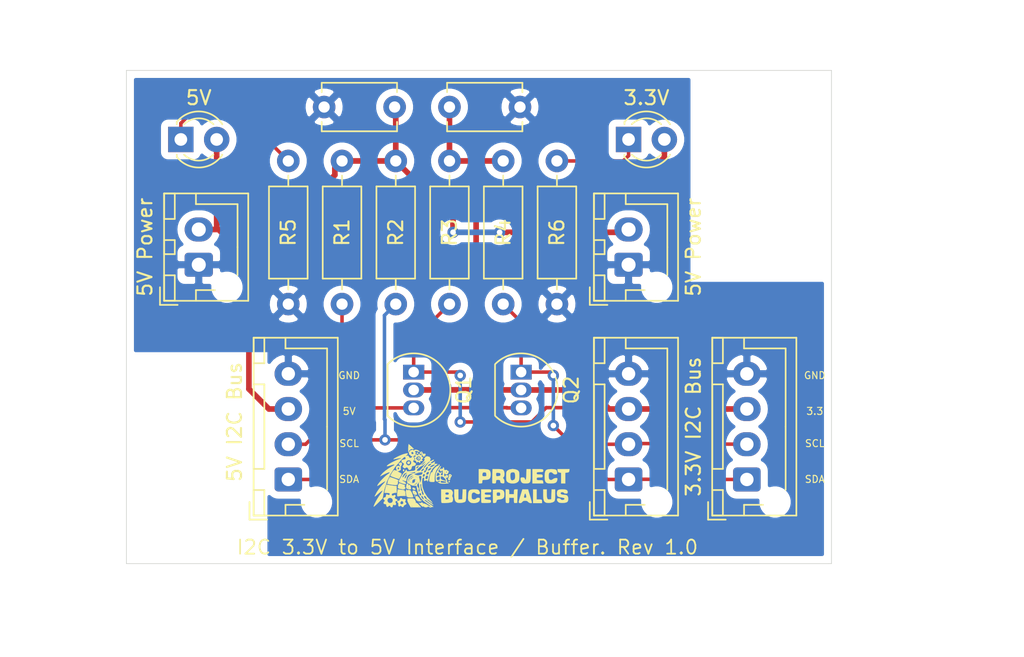
<source format=kicad_pcb>
(kicad_pcb (version 20171130) (host pcbnew "(5.1.5)-3")

  (general
    (thickness 1.6)
    (drawings 19)
    (tracks 97)
    (zones 0)
    (modules 20)
    (nets 10)
  )

  (page A4)
  (layers
    (0 F.Cu signal)
    (31 B.Cu signal hide)
    (32 B.Adhes user)
    (33 F.Adhes user)
    (34 B.Paste user)
    (35 F.Paste user)
    (36 B.SilkS user)
    (37 F.SilkS user)
    (38 B.Mask user)
    (39 F.Mask user)
    (40 Dwgs.User user)
    (41 Cmts.User user)
    (42 Eco1.User user)
    (43 Eco2.User user)
    (44 Edge.Cuts user)
    (45 Margin user)
    (46 B.CrtYd user)
    (47 F.CrtYd user)
    (48 B.Fab user)
    (49 F.Fab user)
  )

  (setup
    (last_trace_width 0.25)
    (trace_clearance 0.2)
    (zone_clearance 0.508)
    (zone_45_only no)
    (trace_min 0.25)
    (via_size 0.8)
    (via_drill 0.4)
    (via_min_size 0.4)
    (via_min_drill 0.3)
    (uvia_size 0.3)
    (uvia_drill 0.1)
    (uvias_allowed no)
    (uvia_min_size 0.2)
    (uvia_min_drill 0.1)
    (edge_width 0.05)
    (segment_width 0.2)
    (pcb_text_width 0.3)
    (pcb_text_size 1.5 1.5)
    (mod_edge_width 0.12)
    (mod_text_size 1 1)
    (mod_text_width 0.15)
    (pad_size 1.524 1.524)
    (pad_drill 0.762)
    (pad_to_mask_clearance 0.051)
    (solder_mask_min_width 0.25)
    (aux_axis_origin 0 0)
    (visible_elements 7FFFFFFF)
    (pcbplotparams
      (layerselection 0x010f0_ffffffff)
      (usegerberextensions false)
      (usegerberattributes false)
      (usegerberadvancedattributes false)
      (creategerberjobfile false)
      (excludeedgelayer true)
      (linewidth 0.100000)
      (plotframeref false)
      (viasonmask false)
      (mode 1)
      (useauxorigin false)
      (hpglpennumber 1)
      (hpglpenspeed 20)
      (hpglpendiameter 15.000000)
      (psnegative false)
      (psa4output false)
      (plotreference true)
      (plotvalue true)
      (plotinvisibletext false)
      (padsonsilk false)
      (subtractmaskfromsilk false)
      (outputformat 1)
      (mirror false)
      (drillshape 0)
      (scaleselection 1)
      (outputdirectory "Gerber/"))
  )

  (net 0 "")
  (net 1 GND)
  (net 2 +3V3)
  (net 3 "Net-(J1-Pad2)")
  (net 4 "Net-(J1-Pad1)")
  (net 5 +5V)
  (net 6 "Net-(J4-Pad1)")
  (net 7 "Net-(J4-Pad2)")
  (net 8 "Net-(3.3V1-Pad1)")
  (net 9 "Net-(5V1-Pad1)")

  (net_class Default "This is the default net class."
    (clearance 0.2)
    (trace_width 0.25)
    (via_dia 0.8)
    (via_drill 0.4)
    (uvia_dia 0.3)
    (uvia_drill 0.1)
    (diff_pair_width 0.25)
    (diff_pair_gap 0.25)
    (add_net "Net-(3.3V1-Pad1)")
    (add_net "Net-(5V1-Pad1)")
    (add_net "Net-(J1-Pad1)")
    (add_net "Net-(J1-Pad2)")
    (add_net "Net-(J4-Pad1)")
    (add_net "Net-(J4-Pad2)")
  )

  (net_class Power ""
    (clearance 0.2)
    (trace_width 0.4)
    (via_dia 0.8)
    (via_drill 0.4)
    (uvia_dia 0.3)
    (uvia_drill 0.1)
    (diff_pair_width 0.25)
    (diff_pair_gap 0.25)
    (add_net +3V3)
    (add_net +5V)
    (add_net GND)
  )

  (module Resistor_THT:R_Axial_DIN0207_L6.3mm_D2.5mm_P10.16mm_Horizontal (layer F.Cu) (tedit 5AE5139B) (tstamp 60150091)
    (at 165.1 99.584 90)
    (descr "Resistor, Axial_DIN0207 series, Axial, Horizontal, pin pitch=10.16mm, 0.25W = 1/4W, length*diameter=6.3*2.5mm^2, http://cdn-reichelt.de/documents/datenblatt/B400/1_4W%23YAG.pdf")
    (tags "Resistor Axial_DIN0207 series Axial Horizontal pin pitch 10.16mm 0.25W = 1/4W length 6.3mm diameter 2.5mm")
    (path /600919FF)
    (fp_text reference R2 (at 5.08 0 90) (layer F.SilkS)
      (effects (font (size 1 1) (thickness 0.15)))
    )
    (fp_text value 33k (at 5.08 2.37 90) (layer F.Fab)
      (effects (font (size 1 1) (thickness 0.15)))
    )
    (fp_line (start 1.93 -1.25) (end 1.93 1.25) (layer F.Fab) (width 0.1))
    (fp_line (start 1.93 1.25) (end 8.23 1.25) (layer F.Fab) (width 0.1))
    (fp_line (start 8.23 1.25) (end 8.23 -1.25) (layer F.Fab) (width 0.1))
    (fp_line (start 8.23 -1.25) (end 1.93 -1.25) (layer F.Fab) (width 0.1))
    (fp_line (start 0 0) (end 1.93 0) (layer F.Fab) (width 0.1))
    (fp_line (start 10.16 0) (end 8.23 0) (layer F.Fab) (width 0.1))
    (fp_line (start 1.81 -1.37) (end 1.81 1.37) (layer F.SilkS) (width 0.12))
    (fp_line (start 1.81 1.37) (end 8.35 1.37) (layer F.SilkS) (width 0.12))
    (fp_line (start 8.35 1.37) (end 8.35 -1.37) (layer F.SilkS) (width 0.12))
    (fp_line (start 8.35 -1.37) (end 1.81 -1.37) (layer F.SilkS) (width 0.12))
    (fp_line (start 1.04 0) (end 1.81 0) (layer F.SilkS) (width 0.12))
    (fp_line (start 9.12 0) (end 8.35 0) (layer F.SilkS) (width 0.12))
    (fp_line (start -1.05 -1.5) (end -1.05 1.5) (layer F.CrtYd) (width 0.05))
    (fp_line (start -1.05 1.5) (end 11.21 1.5) (layer F.CrtYd) (width 0.05))
    (fp_line (start 11.21 1.5) (end 11.21 -1.5) (layer F.CrtYd) (width 0.05))
    (fp_line (start 11.21 -1.5) (end -1.05 -1.5) (layer F.CrtYd) (width 0.05))
    (fp_text user %R (at 5.08 0 90) (layer F.Fab)
      (effects (font (size 1 1) (thickness 0.15)))
    )
    (pad 1 thru_hole circle (at 0 0 90) (size 1.6 1.6) (drill 0.8) (layers *.Cu *.Mask)
      (net 6 "Net-(J4-Pad1)"))
    (pad 2 thru_hole oval (at 10.16 0 90) (size 1.6 1.6) (drill 0.8) (layers *.Cu *.Mask)
      (net 5 +5V))
    (model ${KISYS3DMOD}/Resistor_THT.3dshapes/R_Axial_DIN0207_L6.3mm_D2.5mm_P10.16mm_Horizontal.wrl
      (at (xyz 0 0 0))
      (scale (xyz 1 1 1))
      (rotate (xyz 0 0 0))
    )
  )

  (module Resistor_THT:R_Axial_DIN0207_L6.3mm_D2.5mm_P10.16mm_Horizontal (layer F.Cu) (tedit 5AE5139B) (tstamp 6034E6DA)
    (at 157.48 99.584 90)
    (descr "Resistor, Axial_DIN0207 series, Axial, Horizontal, pin pitch=10.16mm, 0.25W = 1/4W, length*diameter=6.3*2.5mm^2, http://cdn-reichelt.de/documents/datenblatt/B400/1_4W%23YAG.pdf")
    (tags "Resistor Axial_DIN0207 series Axial Horizontal pin pitch 10.16mm 0.25W = 1/4W length 6.3mm diameter 2.5mm")
    (path /6015D672)
    (fp_text reference R5 (at 5.08 0 90) (layer F.SilkS)
      (effects (font (size 1 1) (thickness 0.15)))
    )
    (fp_text value 200R (at 5.08 2.37 90) (layer F.Fab)
      (effects (font (size 1 1) (thickness 0.15)))
    )
    (fp_text user %R (at 5.08 0 90) (layer F.Fab)
      (effects (font (size 1 1) (thickness 0.15)))
    )
    (fp_line (start 11.21 -1.5) (end -1.05 -1.5) (layer F.CrtYd) (width 0.05))
    (fp_line (start 11.21 1.5) (end 11.21 -1.5) (layer F.CrtYd) (width 0.05))
    (fp_line (start -1.05 1.5) (end 11.21 1.5) (layer F.CrtYd) (width 0.05))
    (fp_line (start -1.05 -1.5) (end -1.05 1.5) (layer F.CrtYd) (width 0.05))
    (fp_line (start 9.12 0) (end 8.35 0) (layer F.SilkS) (width 0.12))
    (fp_line (start 1.04 0) (end 1.81 0) (layer F.SilkS) (width 0.12))
    (fp_line (start 8.35 -1.37) (end 1.81 -1.37) (layer F.SilkS) (width 0.12))
    (fp_line (start 8.35 1.37) (end 8.35 -1.37) (layer F.SilkS) (width 0.12))
    (fp_line (start 1.81 1.37) (end 8.35 1.37) (layer F.SilkS) (width 0.12))
    (fp_line (start 1.81 -1.37) (end 1.81 1.37) (layer F.SilkS) (width 0.12))
    (fp_line (start 10.16 0) (end 8.23 0) (layer F.Fab) (width 0.1))
    (fp_line (start 0 0) (end 1.93 0) (layer F.Fab) (width 0.1))
    (fp_line (start 8.23 -1.25) (end 1.93 -1.25) (layer F.Fab) (width 0.1))
    (fp_line (start 8.23 1.25) (end 8.23 -1.25) (layer F.Fab) (width 0.1))
    (fp_line (start 1.93 1.25) (end 8.23 1.25) (layer F.Fab) (width 0.1))
    (fp_line (start 1.93 -1.25) (end 1.93 1.25) (layer F.Fab) (width 0.1))
    (pad 2 thru_hole oval (at 10.16 0 90) (size 1.6 1.6) (drill 0.8) (layers *.Cu *.Mask)
      (net 9 "Net-(5V1-Pad1)"))
    (pad 1 thru_hole circle (at 0 0 90) (size 1.6 1.6) (drill 0.8) (layers *.Cu *.Mask)
      (net 1 GND))
    (model ${KISYS3DMOD}/Resistor_THT.3dshapes/R_Axial_DIN0207_L6.3mm_D2.5mm_P10.16mm_Horizontal.wrl
      (at (xyz 0 0 0))
      (scale (xyz 1 1 1))
      (rotate (xyz 0 0 0))
    )
  )

  (module Package_TO_SOT_THT:TO-92_Inline (layer F.Cu) (tedit 5A1DD157) (tstamp 6007C3CE)
    (at 173.99 104.41 270)
    (descr "TO-92 leads in-line, narrow, oval pads, drill 0.75mm (see NXP sot054_po.pdf)")
    (tags "to-92 sc-43 sc-43a sot54 PA33 transistor")
    (path /60091FDD)
    (fp_text reference Q2 (at 1.27 -3.56 90) (layer F.SilkS)
      (effects (font (size 1 1) (thickness 0.15)))
    )
    (fp_text value 2N7000 (at 1.27 2.79 90) (layer F.Fab) hide
      (effects (font (size 1 1) (thickness 0.15)))
    )
    (fp_text user %R (at 1.27 -3.56 90) (layer F.Fab)
      (effects (font (size 1 1) (thickness 0.15)))
    )
    (fp_line (start -0.53 1.85) (end 3.07 1.85) (layer F.SilkS) (width 0.12))
    (fp_line (start -0.5 1.75) (end 3 1.75) (layer F.Fab) (width 0.1))
    (fp_line (start -1.46 -2.73) (end 4 -2.73) (layer F.CrtYd) (width 0.05))
    (fp_line (start -1.46 -2.73) (end -1.46 2.01) (layer F.CrtYd) (width 0.05))
    (fp_line (start 4 2.01) (end 4 -2.73) (layer F.CrtYd) (width 0.05))
    (fp_line (start 4 2.01) (end -1.46 2.01) (layer F.CrtYd) (width 0.05))
    (fp_arc (start 1.27 0) (end 1.27 -2.48) (angle 135) (layer F.Fab) (width 0.1))
    (fp_arc (start 1.27 0) (end 1.27 -2.6) (angle -135) (layer F.SilkS) (width 0.12))
    (fp_arc (start 1.27 0) (end 1.27 -2.48) (angle -135) (layer F.Fab) (width 0.1))
    (fp_arc (start 1.27 0) (end 1.27 -2.6) (angle 135) (layer F.SilkS) (width 0.12))
    (pad 2 thru_hole oval (at 1.27 0 270) (size 1.05 1.5) (drill 0.75) (layers *.Cu *.Mask)
      (net 2 +3V3))
    (pad 3 thru_hole oval (at 2.54 0 270) (size 1.05 1.5) (drill 0.75) (layers *.Cu *.Mask)
      (net 6 "Net-(J4-Pad1)"))
    (pad 1 thru_hole rect (at 0 0 270) (size 1.05 1.5) (drill 0.75) (layers *.Cu *.Mask)
      (net 4 "Net-(J1-Pad1)"))
    (model ${KISYS3DMOD}/Package_TO_SOT_THT.3dshapes/TO-92_Inline.wrl
      (at (xyz 0 0 0))
      (scale (xyz 1 1 1))
      (rotate (xyz 0 0 0))
    )
  )

  (module MountingHole:MountingHole_3.2mm_M3 (layer F.Cu) (tedit 56D1B4CB) (tstamp 60150F4E)
    (at 151 108)
    (descr "Mounting Hole 3.2mm, no annular, M3")
    (tags "mounting hole 3.2mm no annular m3")
    (attr virtual)
    (fp_text reference REF** (at 0 -4.2) (layer F.SilkS) hide
      (effects (font (size 1 1) (thickness 0.15)))
    )
    (fp_text value MountingHole_3.2mm_M3 (at 0 4.2) (layer F.Fab)
      (effects (font (size 1 1) (thickness 0.15)))
    )
    (fp_circle (center 0 0) (end 3.45 0) (layer F.CrtYd) (width 0.05))
    (fp_circle (center 0 0) (end 3.2 0) (layer Cmts.User) (width 0.15))
    (fp_text user %R (at 0.3 0) (layer F.Fab)
      (effects (font (size 1 1) (thickness 0.15)))
    )
    (pad 1 np_thru_hole circle (at 0 0) (size 3.2 3.2) (drill 3.2) (layers *.Cu *.Mask))
  )

  (module MountingHole:MountingHole_3.2mm_M3 (layer F.Cu) (tedit 56D1B4CB) (tstamp 60150F2A)
    (at 191 93)
    (descr "Mounting Hole 3.2mm, no annular, M3")
    (tags "mounting hole 3.2mm no annular m3")
    (attr virtual)
    (fp_text reference REF** (at 0 -4.2) (layer F.SilkS) hide
      (effects (font (size 1 1) (thickness 0.15)))
    )
    (fp_text value MountingHole_3.2mm_M3 (at 0 4.2) (layer F.Fab)
      (effects (font (size 1 1) (thickness 0.15)))
    )
    (fp_circle (center 0 0) (end 3.45 0) (layer F.CrtYd) (width 0.05))
    (fp_circle (center 0 0) (end 3.2 0) (layer Cmts.User) (width 0.15))
    (fp_text user %R (at 0.3 0) (layer F.Fab)
      (effects (font (size 1 1) (thickness 0.15)))
    )
    (pad 1 np_thru_hole circle (at 0 0) (size 3.2 3.2) (drill 3.2) (layers *.Cu *.Mask))
  )

  (module Connector_JST:JST_XH_B2B-XH-AM_1x02_P2.50mm_Vertical (layer F.Cu) (tedit 5C28146E) (tstamp 6007C3AA)
    (at 151.13 96.79 90)
    (descr "JST XH series connector, B2B-XH-AM, with boss (http://www.jst-mfg.com/product/pdf/eng/eXH.pdf), generated with kicad-footprint-generator")
    (tags "connector JST XH vertical boss")
    (path /6009072F)
    (fp_text reference J5 (at 1.25 -3.55 90) (layer F.SilkS) hide
      (effects (font (size 1 1) (thickness 0.15)))
    )
    (fp_text value "5V Power" (at 1.25 -3.81 90) (layer F.SilkS)
      (effects (font (size 1 1) (thickness 0.15)))
    )
    (fp_line (start -2.45 -2.35) (end -2.45 3.4) (layer F.Fab) (width 0.1))
    (fp_line (start -2.45 3.4) (end 4.95 3.4) (layer F.Fab) (width 0.1))
    (fp_line (start 4.95 3.4) (end 4.95 -2.35) (layer F.Fab) (width 0.1))
    (fp_line (start 4.95 -2.35) (end -2.45 -2.35) (layer F.Fab) (width 0.1))
    (fp_line (start -2.56 -2.46) (end -2.56 3.51) (layer F.SilkS) (width 0.12))
    (fp_line (start -2.56 3.51) (end 5.06 3.51) (layer F.SilkS) (width 0.12))
    (fp_line (start 5.06 3.51) (end 5.06 -2.46) (layer F.SilkS) (width 0.12))
    (fp_line (start 5.06 -2.46) (end -2.56 -2.46) (layer F.SilkS) (width 0.12))
    (fp_line (start -2.95 -2.85) (end -2.95 3.9) (layer F.CrtYd) (width 0.05))
    (fp_line (start -2.95 3.9) (end 5.45 3.9) (layer F.CrtYd) (width 0.05))
    (fp_line (start 5.45 3.9) (end 5.45 -2.85) (layer F.CrtYd) (width 0.05))
    (fp_line (start 5.45 -2.85) (end -2.95 -2.85) (layer F.CrtYd) (width 0.05))
    (fp_line (start -0.625 -2.35) (end 0 -1.35) (layer F.Fab) (width 0.1))
    (fp_line (start 0 -1.35) (end 0.625 -2.35) (layer F.Fab) (width 0.1))
    (fp_line (start 0.75 -2.45) (end 0.75 -1.7) (layer F.SilkS) (width 0.12))
    (fp_line (start 0.75 -1.7) (end 1.75 -1.7) (layer F.SilkS) (width 0.12))
    (fp_line (start 1.75 -1.7) (end 1.75 -2.45) (layer F.SilkS) (width 0.12))
    (fp_line (start 1.75 -2.45) (end 0.75 -2.45) (layer F.SilkS) (width 0.12))
    (fp_line (start -2.55 -2.45) (end -2.55 -1.7) (layer F.SilkS) (width 0.12))
    (fp_line (start -2.55 -1.7) (end -0.75 -1.7) (layer F.SilkS) (width 0.12))
    (fp_line (start -0.75 -1.7) (end -0.75 -2.45) (layer F.SilkS) (width 0.12))
    (fp_line (start -0.75 -2.45) (end -2.55 -2.45) (layer F.SilkS) (width 0.12))
    (fp_line (start 3.25 -2.45) (end 3.25 -1.7) (layer F.SilkS) (width 0.12))
    (fp_line (start 3.25 -1.7) (end 5.05 -1.7) (layer F.SilkS) (width 0.12))
    (fp_line (start 5.05 -1.7) (end 5.05 -2.45) (layer F.SilkS) (width 0.12))
    (fp_line (start 5.05 -2.45) (end 3.25 -2.45) (layer F.SilkS) (width 0.12))
    (fp_line (start -2.55 -0.2) (end -1.8 -0.2) (layer F.SilkS) (width 0.12))
    (fp_line (start -1.8 -0.2) (end -1.8 1.14) (layer F.SilkS) (width 0.12))
    (fp_line (start 1.25 2.75) (end -0.74 2.75) (layer F.SilkS) (width 0.12))
    (fp_line (start 5.05 -0.2) (end 4.3 -0.2) (layer F.SilkS) (width 0.12))
    (fp_line (start 4.3 -0.2) (end 4.3 2.75) (layer F.SilkS) (width 0.12))
    (fp_line (start 4.3 2.75) (end 1.25 2.75) (layer F.SilkS) (width 0.12))
    (fp_line (start -1.6 -2.75) (end -2.85 -2.75) (layer F.SilkS) (width 0.12))
    (fp_line (start -2.85 -2.75) (end -2.85 -1.5) (layer F.SilkS) (width 0.12))
    (fp_text user %R (at 1.25 2.7 90) (layer F.Fab)
      (effects (font (size 1 1) (thickness 0.15)))
    )
    (pad 1 thru_hole roundrect (at 0 0 90) (size 1.7 2) (drill 1) (layers *.Cu *.Mask) (roundrect_rratio 0.147059)
      (net 1 GND))
    (pad 2 thru_hole oval (at 2.5 0 90) (size 1.7 2) (drill 1) (layers *.Cu *.Mask)
      (net 5 +5V))
    (pad "" np_thru_hole circle (at -1.6 2 90) (size 1.2 1.2) (drill 1.2) (layers *.Cu *.Mask))
    (model ${KISYS3DMOD}/Connector_JST.3dshapes/JST_XH_B2B-XH-AM_1x02_P2.50mm_Vertical.wrl
      (at (xyz 0 0 0))
      (scale (xyz 1 1 1))
      (rotate (xyz 0 0 0))
    )
    (model ${KISYS3DMOD}/Connector_JST.3dshapes/JST_XH_B2B-XH-A_1x02_P2.50mm_Vertical.wrl
      (at (xyz 0 0 0))
      (scale (xyz 1 1 1))
      (rotate (xyz 0 0 0))
    )
  )

  (module lib:PB_Front_Banner_15mm (layer F.Cu) (tedit 0) (tstamp 6014FC18)
    (at 170.18 111.76)
    (fp_text reference G*** (at 0 0) (layer F.SilkS) hide
      (effects (font (size 1.524 1.524) (thickness 0.3)))
    )
    (fp_text value LOGO (at 0.75 0) (layer F.SilkS) hide
      (effects (font (size 1.524 1.524) (thickness 0.3)))
    )
    (fp_poly (pts (xy -3.400805 -1.307809) (xy -3.389969 -1.295146) (xy -3.358169 -1.222633) (xy -3.364354 -1.187188)
      (xy -3.43034 -1.146) (xy -3.509008 -1.161136) (xy -3.537344 -1.189396) (xy -3.535839 -1.227667)
      (xy -3.513667 -1.227667) (xy -3.483283 -1.186545) (xy -3.473832 -1.185333) (xy -3.416498 -1.216106)
      (xy -3.407833 -1.227667) (xy -3.41743 -1.263908) (xy -3.447668 -1.27) (xy -3.50559 -1.247898)
      (xy -3.513667 -1.227667) (xy -3.535839 -1.227667) (xy -3.534845 -1.25291) (xy -3.504456 -1.297354)
      (xy -3.448383 -1.337167) (xy -3.400805 -1.307809)) (layer F.SilkS) (width 0.01))
    (fp_poly (pts (xy -4.07987 -0.995546) (xy -4.071639 -0.924066) (xy -4.109381 -0.834311) (xy -4.181902 -0.820859)
      (xy -4.228919 -0.843083) (xy -4.267978 -0.903741) (xy -4.265835 -0.910167) (xy -4.191 -0.910167)
      (xy -4.169833 -0.889) (xy -4.148667 -0.910167) (xy -4.169833 -0.931333) (xy -4.191 -0.910167)
      (xy -4.265835 -0.910167) (xy -4.245665 -0.970641) (xy -4.176652 -1.012797) (xy -4.147051 -1.016)
      (xy -4.07987 -0.995546)) (layer F.SilkS) (width 0.01))
    (fp_poly (pts (xy -3.495493 -1.623759) (xy -3.504622 -1.569425) (xy -3.54946 -1.533236) (xy -3.591618 -1.545491)
      (xy -3.591793 -1.584861) (xy -3.558398 -1.644503) (xy -3.534833 -1.653236) (xy -3.495493 -1.623759)) (layer F.SilkS) (width 0.01))
    (fp_poly (pts (xy -3.203311 -1.684151) (xy -3.175 -1.610008) (xy -3.155188 -1.557778) (xy -3.082333 -1.553717)
      (xy -3.065484 -1.556676) (xy -2.98707 -1.561816) (xy -2.966172 -1.520702) (xy -2.970234 -1.476723)
      (xy -3.007294 -1.398284) (xy -3.072442 -1.358636) (xy -3.137342 -1.363361) (xy -3.173658 -1.418038)
      (xy -3.175 -1.436389) (xy -3.184517 -1.4605) (xy -3.090333 -1.4605) (xy -3.069167 -1.439333)
      (xy -3.048 -1.4605) (xy -3.069167 -1.481667) (xy -3.090333 -1.4605) (xy -3.184517 -1.4605)
      (xy -3.203867 -1.509522) (xy -3.257168 -1.524) (xy -3.346757 -1.549719) (xy -3.371146 -1.608667)
      (xy -3.302 -1.608667) (xy -3.269786 -1.567564) (xy -3.259667 -1.566333) (xy -3.218564 -1.598548)
      (xy -3.217333 -1.608667) (xy -3.249548 -1.64977) (xy -3.259667 -1.651) (xy -3.30077 -1.618786)
      (xy -3.302 -1.608667) (xy -3.371146 -1.608667) (xy -3.372983 -1.613106) (xy -3.344883 -1.671505)
      (xy -3.271835 -1.710692) (xy -3.203311 -1.684151)) (layer F.SilkS) (width 0.01))
    (fp_poly (pts (xy -4.469924 -0.403088) (xy -4.466167 -0.381) (xy -4.49955 -0.317436) (xy -4.519083 -0.306917)
      (xy -4.561571 -0.326565) (xy -4.572 -0.381) (xy -4.552494 -0.448144) (xy -4.519083 -0.455083)
      (xy -4.469924 -0.403088)) (layer F.SilkS) (width 0.01))
    (fp_poly (pts (xy -4.652127 -0.898293) (xy -4.639674 -0.824397) (xy -4.666957 -0.747481) (xy -4.67798 -0.73464)
      (xy -4.7234 -0.632715) (xy -4.723384 -0.526118) (xy -4.721212 -0.421783) (xy -4.752641 -0.382395)
      (xy -4.765692 -0.381) (xy -4.819959 -0.35783) (xy -4.826 -0.339995) (xy -4.85752 -0.317961)
      (xy -4.896445 -0.326023) (xy -4.949237 -0.337631) (xy -4.945607 -0.316159) (xy -4.899418 -0.27573)
      (xy -4.824532 -0.230468) (xy -4.784575 -0.212043) (xy -4.699294 -0.171595) (xy -4.665629 -0.12807)
      (xy -4.68102 -0.059091) (xy -4.742909 0.057718) (xy -4.751917 0.073523) (xy -4.847167 0.240354)
      (xy -5.1231 0.148167) (xy -4.910667 0.148167) (xy -4.8895 0.169333) (xy -4.868333 0.148167)
      (xy -4.8895 0.127) (xy -4.910667 0.148167) (xy -5.1231 0.148167) (xy -5.154083 0.137816)
      (xy -5.299986 0.085378) (xy -5.408295 0.039416) (xy -5.459378 0.008439) (xy -5.461 0.00476)
      (xy -5.450082 -0.021167) (xy -5.376333 -0.021167) (xy -5.355167 0) (xy -5.334 -0.021167)
      (xy -5.355167 -0.042333) (xy -5.376333 -0.021167) (xy -5.450082 -0.021167) (xy -5.439987 -0.045136)
      (xy -5.405915 -0.105833) (xy -4.741333 -0.105833) (xy -4.720167 -0.084667) (xy -4.699 -0.105833)
      (xy -4.720167 -0.127) (xy -4.741333 -0.105833) (xy -5.405915 -0.105833) (xy -5.385813 -0.141643)
      (xy -5.333991 -0.22603) (xy -5.272329 -0.3175) (xy -5.207 -0.3175) (xy -5.185833 -0.296333)
      (xy -5.164667 -0.3175) (xy -5.185833 -0.338667) (xy -5.207 -0.3175) (xy -5.272329 -0.3175)
      (xy -5.257827 -0.339011) (xy -5.204539 -0.391089) (xy -5.155771 -0.395312) (xy -5.118699 -0.379055)
      (xy -5.044759 -0.355624) (xy -4.996735 -0.364029) (xy -4.998297 -0.395468) (xy -5.021894 -0.415052)
      (xy -5.051072 -0.473489) (xy -5.053674 -0.504472) (xy -4.953 -0.504472) (xy -4.930696 -0.442406)
      (xy -4.88349 -0.440809) (xy -4.840941 -0.495323) (xy -4.833479 -0.522092) (xy -4.851715 -0.58251)
      (xy -4.886396 -0.592667) (xy -4.941355 -0.557057) (xy -4.953 -0.504472) (xy -5.053674 -0.504472)
      (xy -5.058762 -0.565049) (xy -5.042396 -0.640325) (xy -5.03416 -0.650887) (xy -4.967395 -0.685606)
      (xy -4.887656 -0.700464) (xy -4.832654 -0.690605) (xy -4.826 -0.677688) (xy -4.800188 -0.649854)
      (xy -4.783342 -0.656368) (xy -4.772453 -0.702673) (xy -4.804509 -0.746556) (xy -4.856409 -0.813056)
      (xy -4.863651 -0.832556) (xy -4.769556 -0.832556) (xy -4.763745 -0.807389) (xy -4.741333 -0.804333)
      (xy -4.706488 -0.819823) (xy -4.713111 -0.832556) (xy -4.763351 -0.837622) (xy -4.769556 -0.832556)
      (xy -4.863651 -0.832556) (xy -4.868333 -0.845161) (xy -4.833522 -0.886974) (xy -4.756678 -0.922088)
      (xy -4.700067 -0.931333) (xy -4.652127 -0.898293)) (layer F.SilkS) (width 0.01))
    (fp_poly (pts (xy -1.188155 -0.096671) (xy -1.149704 -0.06718) (xy -1.108861 -0.007331) (xy -1.134778 0.053178)
      (xy -1.145999 0.067113) (xy -1.196327 0.145289) (xy -1.209998 0.185654) (xy -1.224829 0.281681)
      (xy -1.252145 0.319165) (xy -1.289345 0.324555) (xy -1.356574 0.290261) (xy -1.376316 0.258644)
      (xy -1.37175 0.211667) (xy -1.312333 0.211667) (xy -1.296844 0.246512) (xy -1.284111 0.239889)
      (xy -1.279045 0.189649) (xy -1.284111 0.183444) (xy -1.309278 0.189255) (xy -1.312333 0.211667)
      (xy -1.37175 0.211667) (xy -1.368732 0.180632) (xy -1.341676 0.14891) (xy -1.303006 0.076321)
      (xy -1.315544 0.013718) (xy -1.316167 -0.016399) (xy -1.255448 -0.016399) (xy -1.248833 0)
      (xy -1.210792 0.040385) (xy -1.204002 0.042333) (xy -1.185819 0.00958) (xy -1.185333 0)
      (xy -1.217877 -0.040707) (xy -1.230165 -0.042333) (xy -1.255448 -0.016399) (xy -1.316167 -0.016399)
      (xy -1.31727 -0.069589) (xy -1.265997 -0.110683) (xy -1.188155 -0.096671)) (layer F.SilkS) (width 0.01))
    (fp_poly (pts (xy -1.24153 0.407607) (xy -1.235781 0.420158) (xy -1.256216 0.458759) (xy -1.291167 0.465667)
      (xy -1.343854 0.444187) (xy -1.346553 0.420158) (xy -1.302849 0.376421) (xy -1.291167 0.37465)
      (xy -1.24153 0.407607)) (layer F.SilkS) (width 0.01))
    (fp_poly (pts (xy -1.96815 -0.750268) (xy -1.99046 -0.678099) (xy -2.046273 -0.59981) (xy -2.202877 -0.377601)
      (xy -2.297683 -0.111283) (xy -2.323352 0.178425) (xy -2.323208 0.182014) (xy -2.319247 0.325761)
      (xy -2.327182 0.404964) (xy -2.353891 0.439598) (xy -2.40625 0.449636) (xy -2.415549 0.45019)
      (xy -2.544581 0.446195) (xy -2.619547 0.435946) (xy -2.679896 0.416429) (xy -2.705027 0.373567)
      (xy -2.70481 0.359833) (xy -2.667 0.359833) (xy -2.645833 0.381) (xy -2.624667 0.359833)
      (xy -2.645833 0.338667) (xy -2.667 0.359833) (xy -2.70481 0.359833) (xy -2.703593 0.282888)
      (xy -2.696421 0.21859) (xy -2.667276 0.054568) (xy -2.625142 -0.090439) (xy -2.577052 -0.200339)
      (xy -2.530042 -0.259042) (xy -2.491294 -0.250673) (xy -2.464438 -0.221623) (xy -2.470993 -0.266696)
      (xy -2.473769 -0.276895) (xy -2.459611 -0.350486) (xy -2.399137 -0.448502) (xy -2.311045 -0.551411)
      (xy -2.21403 -0.639679) (xy -2.126789 -0.693777) (xy -2.071741 -0.696898) (xy -2.038563 -0.688121)
      (xy -2.047317 -0.710201) (xy -2.048745 -0.767996) (xy -2.035616 -0.780932) (xy -1.982767 -0.791941)
      (xy -1.96815 -0.750268)) (layer F.SilkS) (width 0.01))
    (fp_poly (pts (xy 7.231228 -0.34925) (xy 7.206714 -0.265479) (xy 7.140965 -0.228446) (xy 7.08025 -0.219568)
      (xy 6.942667 -0.206302) (xy 6.942667 0.550333) (xy 6.646333 0.550333) (xy 6.646333 -0.206043)
      (xy 6.529917 -0.219438) (xy 6.439246 -0.249758) (xy 6.402766 -0.329838) (xy 6.400105 -0.34925)
      (xy 6.386709 -0.465667) (xy 7.244624 -0.465667) (xy 7.231228 -0.34925)) (layer F.SilkS) (width 0.01))
    (fp_poly (pts (xy 6.152454 -0.457469) (xy 6.268502 -0.426499) (xy 6.332379 -0.363191) (xy 6.359816 -0.25798)
      (xy 6.362689 -0.225959) (xy 6.356123 -0.137625) (xy 6.302374 -0.100554) (xy 6.250415 -0.09202)
      (xy 6.132197 -0.107524) (xy 6.068098 -0.166103) (xy 5.977233 -0.240404) (xy 5.874949 -0.244331)
      (xy 5.802396 -0.193789) (xy 5.774719 -0.116608) (xy 5.763772 0.007857) (xy 5.765463 0.066171)
      (xy 5.781751 0.19588) (xy 5.816609 0.26662) (xy 5.874746 0.301297) (xy 5.97061 0.309902)
      (xy 6.054662 0.253004) (xy 6.163703 0.189081) (xy 6.270625 0.169333) (xy 6.359416 0.175596)
      (xy 6.388129 0.21165) (xy 6.376579 0.303392) (xy 6.375888 0.306917) (xy 6.33621 0.424663)
      (xy 6.262619 0.498792) (xy 6.139364 0.537811) (xy 5.950693 0.550226) (xy 5.925136 0.550333)
      (xy 5.762214 0.545453) (xy 5.658831 0.526751) (xy 5.590216 0.488137) (xy 5.562811 0.461244)
      (xy 5.520046 0.396756) (xy 5.495135 0.306059) (xy 5.483982 0.167465) (xy 5.482167 0.034262)
      (xy 5.491196 -0.179153) (xy 5.52698 -0.322423) (xy 5.602558 -0.408955) (xy 5.73097 -0.452153)
      (xy 5.925258 -0.465422) (xy 5.968506 -0.465667) (xy 6.152454 -0.457469)) (layer F.SilkS) (width 0.01))
    (fp_poly (pts (xy 5.175692 -0.464824) (xy 5.287676 -0.459279) (xy 5.34758 -0.444505) (xy 5.371695 -0.415978)
      (xy 5.376315 -0.36917) (xy 5.376333 -0.359833) (xy 5.370289 -0.299221) (xy 5.338345 -0.26766)
      (xy 5.259781 -0.255734) (xy 5.1435 -0.254) (xy 5.008946 -0.250325) (xy 4.938851 -0.234436)
      (xy 4.91315 -0.199037) (xy 4.910667 -0.169333) (xy 4.921811 -0.11855) (xy 4.969112 -0.093222)
      (xy 5.073375 -0.085029) (xy 5.122333 -0.084667) (xy 5.247955 -0.081236) (xy 5.310625 -0.063724)
      (xy 5.331995 -0.021307) (xy 5.334 0.021167) (xy 5.327137 0.083978) (xy 5.292115 0.115312)
      (xy 5.20728 0.125997) (xy 5.122333 0.127) (xy 4.996481 0.130683) (xy 4.933688 0.148472)
      (xy 4.91244 0.19048) (xy 4.910667 0.226481) (xy 4.91773 0.284367) (xy 4.952966 0.313311)
      (xy 5.037443 0.322341) (xy 5.132917 0.321731) (xy 5.262755 0.322232) (xy 5.330618 0.337321)
      (xy 5.359113 0.377759) (xy 5.368562 0.433917) (xy 5.381957 0.550333) (xy 4.614333 0.550333)
      (xy 4.614333 -0.465667) (xy 4.995333 -0.465667) (xy 5.175692 -0.464824)) (layer F.SilkS) (width 0.01))
    (fp_poly (pts (xy 4.487333 -0.024191) (xy 4.483718 0.206475) (xy 4.467391 0.365699) (xy 4.430129 0.466587)
      (xy 4.36371 0.522247) (xy 4.25991 0.545783) (xy 4.126876 0.550333) (xy 3.983547 0.543658)
      (xy 3.89675 0.517753) (xy 3.838997 0.463801) (xy 3.833567 0.456247) (xy 3.782518 0.339931)
      (xy 3.767667 0.24458) (xy 3.777266 0.164854) (xy 3.823132 0.132591) (xy 3.912889 0.127)
      (xy 4.017763 0.139004) (xy 4.064152 0.18367) (xy 4.071639 0.213343) (xy 4.100527 0.287455)
      (xy 4.1275 0.308593) (xy 4.148746 0.273143) (xy 4.166552 0.166084) (xy 4.17906 0.00046)
      (xy 4.182005 -0.074083) (xy 4.194177 -0.465667) (xy 4.487333 -0.465667) (xy 4.487333 -0.024191)) (layer F.SilkS) (width 0.01))
    (fp_poly (pts (xy 3.369919 -0.45728) (xy 3.528197 -0.405857) (xy 3.571457 -0.377928) (xy 3.629077 -0.325465)
      (xy 3.662534 -0.265492) (xy 3.678303 -0.174562) (xy 3.682854 -0.029228) (xy 3.683 0.026163)
      (xy 3.679753 0.195343) (xy 3.665928 0.304763) (xy 3.635394 0.379211) (xy 3.582023 0.443478)
      (xy 3.579091 0.446424) (xy 3.453998 0.519834) (xy 3.284446 0.554731) (xy 3.101735 0.550409)
      (xy 2.937163 0.506159) (xy 2.863209 0.462594) (xy 2.806829 0.411673) (xy 2.773491 0.353834)
      (xy 2.757208 0.266527) (xy 2.751995 0.1272) (xy 2.751672 0.043395) (xy 3.048 0.043395)
      (xy 3.061751 0.216216) (xy 3.106002 0.312866) (xy 3.18525 0.337749) (xy 3.303992 0.295266)
      (xy 3.304783 0.294844) (xy 3.355006 0.249403) (xy 3.379924 0.167216) (xy 3.386666 0.024715)
      (xy 3.386667 0.024206) (xy 3.374737 -0.133004) (xy 3.332269 -0.218775) (xy 3.249249 -0.243811)
      (xy 3.150469 -0.228206) (xy 3.092542 -0.205868) (xy 3.061801 -0.161234) (xy 3.049795 -0.071906)
      (xy 3.048 0.043395) (xy 2.751672 0.043395) (xy 2.751667 0.042333) (xy 2.753871 -0.127475)
      (xy 2.764476 -0.235203) (xy 2.789466 -0.303402) (xy 2.834828 -0.354623) (xy 2.863209 -0.377928)
      (xy 3.002927 -0.443315) (xy 3.18333 -0.469766) (xy 3.369919 -0.45728)) (layer F.SilkS) (width 0.01))
    (fp_poly (pts (xy 2.315447 -0.462517) (xy 2.433145 -0.45039) (xy 2.507534 -0.425272) (xy 2.559222 -0.383148)
      (xy 2.559619 -0.38271) (xy 2.61095 -0.281524) (xy 2.632261 -0.146807) (xy 2.623304 -0.012177)
      (xy 2.583835 0.088753) (xy 2.563222 0.109565) (xy 2.51882 0.155265) (xy 2.547173 0.199751)
      (xy 2.560697 0.211277) (xy 2.604652 0.287831) (xy 2.624563 0.401654) (xy 2.624667 0.410032)
      (xy 2.618515 0.507468) (xy 2.583677 0.543988) (xy 2.495577 0.54324) (xy 2.487083 0.542432)
      (xy 2.388331 0.520323) (xy 2.345595 0.464175) (xy 2.336105 0.41275) (xy 2.31553 0.333144)
      (xy 2.260541 0.301265) (xy 2.177355 0.296333) (xy 2.079046 0.303769) (xy 2.039222 0.341144)
      (xy 2.032 0.423333) (xy 2.021272 0.513481) (xy 1.972285 0.546663) (xy 1.912055 0.550333)
      (xy 1.819244 0.54482) (xy 1.774472 0.532859) (xy 1.768596 0.48614) (xy 1.765841 0.372241)
      (xy 1.766362 0.208594) (xy 1.769979 0.024859) (xy 1.772914 -0.084667) (xy 2.032 -0.084667)
      (xy 2.037998 0.001161) (xy 2.072596 0.035386) (xy 2.1607 0.036673) (xy 2.19075 0.034305)
      (xy 2.296107 0.017789) (xy 2.340954 -0.020022) (xy 2.3495 -0.084667) (xy 2.337805 -0.155873)
      (xy 2.286656 -0.190004) (xy 2.19075 -0.203639) (xy 2.087019 -0.207233) (xy 2.042453 -0.182129)
      (xy 2.032144 -0.109662) (xy 2.032 -0.084667) (xy 1.772914 -0.084667) (xy 1.783126 -0.465667)
      (xy 2.133835 -0.465667) (xy 2.315447 -0.462517)) (layer F.SilkS) (width 0.01))
    (fp_poly (pts (xy 1.359628 -0.456988) (xy 1.505742 -0.424132) (xy 1.594339 -0.356872) (xy 1.638415 -0.244982)
      (xy 1.650965 -0.078234) (xy 1.651 -0.065901) (xy 1.633261 0.107806) (xy 1.572166 0.218763)
      (xy 1.455897 0.277936) (xy 1.272635 0.29629) (xy 1.26058 0.296333) (xy 1.138864 0.299471)
      (xy 1.079471 0.318233) (xy 1.060072 0.366638) (xy 1.058333 0.423333) (xy 1.047844 0.513287)
      (xy 0.998363 0.546442) (xy 0.931333 0.550333) (xy 0.804333 0.550333) (xy 0.804333 -0.00426)
      (xy 1.06343 -0.00426) (xy 1.094613 0.033977) (xy 1.183029 0.042263) (xy 1.2065 0.042333)
      (xy 1.307521 0.036984) (xy 1.347177 0.005736) (xy 1.348715 -0.074211) (xy 1.346765 -0.09525)
      (xy 1.327675 -0.190595) (xy 1.278266 -0.227591) (xy 1.2065 -0.232833) (xy 1.117455 -0.222111)
      (xy 1.078517 -0.172449) (xy 1.066234 -0.09525) (xy 1.06343 -0.00426) (xy 0.804333 -0.00426)
      (xy 0.804333 -0.465667) (xy 1.143 -0.465667) (xy 1.359628 -0.456988)) (layer F.SilkS) (width 0.01))
    (fp_poly (pts (xy -1.871297 -0.682057) (xy -1.885924 -0.62407) (xy -1.940189 -0.530185) (xy -1.971117 -0.487165)
      (xy -2.039775 -0.392061) (xy -2.060505 -0.334452) (xy -2.037968 -0.285481) (xy -2.009094 -0.252078)
      (xy -1.934819 -0.196923) (xy -1.889067 -0.210667) (xy -1.825504 -0.253646) (xy -1.799664 -0.239397)
      (xy -1.831482 -0.180472) (xy -1.834939 -0.176583) (xy -1.894676 -0.099101) (xy -1.88843 -0.056552)
      (xy -1.82119 -0.030291) (xy -1.771385 -0.025851) (xy -1.74738 -0.059307) (xy -1.741149 -0.149535)
      (xy -1.742065 -0.216366) (xy -1.743836 -0.254) (xy -1.651 -0.254) (xy -1.635511 -0.219155)
      (xy -1.622778 -0.225778) (xy -1.619932 -0.254) (xy -1.524 -0.254) (xy -1.491786 -0.212897)
      (xy -1.481667 -0.211667) (xy -1.440564 -0.243881) (xy -1.439333 -0.254) (xy -1.471548 -0.295103)
      (xy -1.481667 -0.296333) (xy -1.52277 -0.264119) (xy -1.524 -0.254) (xy -1.619932 -0.254)
      (xy -1.617711 -0.276018) (xy -1.622778 -0.282222) (xy -1.647945 -0.276411) (xy -1.651 -0.254)
      (xy -1.743836 -0.254) (xy -1.747668 -0.335394) (xy -1.760807 -0.382019) (xy -1.786743 -0.368475)
      (xy -1.800128 -0.35136) (xy -1.853395 -0.30294) (xy -1.911722 -0.326814) (xy -1.91907 -0.332777)
      (xy -1.966937 -0.40794) (xy -1.966505 -0.409222) (xy -1.890889 -0.409222) (xy -1.885078 -0.384055)
      (xy -1.862667 -0.381) (xy -1.827822 -0.396489) (xy -1.834445 -0.409222) (xy -1.884684 -0.414289)
      (xy -1.890889 -0.409222) (xy -1.966505 -0.409222) (xy -1.945735 -0.47079) (xy -1.869797 -0.49442)
      (xy -1.835763 -0.489176) (xy -1.757169 -0.485121) (xy -1.735667 -0.52836) (xy -1.713058 -0.585212)
      (xy -1.693333 -0.592667) (xy -1.662001 -0.556303) (xy -1.651 -0.482244) (xy -1.640277 -0.404031)
      (xy -1.590861 -0.389009) (xy -1.545167 -0.398384) (xy -1.464899 -0.404344) (xy -1.439333 -0.381807)
      (xy -1.404864 -0.344009) (xy -1.372981 -0.338667) (xy -1.32781 -0.31754) (xy -1.336353 -0.243417)
      (xy -1.378751 -0.155239) (xy -1.413289 -0.117065) (xy -1.493511 -0.087267) (xy -1.553959 -0.099889)
      (xy -1.566333 -0.127) (xy -1.598548 -0.168103) (xy -1.608667 -0.169333) (xy -1.640766 -0.133183)
      (xy -1.651 -0.065999) (xy -1.635391 0.023638) (xy -1.608667 0.0635) (xy -1.582021 0.056444)
      (xy -1.509889 0.056444) (xy -1.504078 0.081611) (xy -1.481667 0.084667) (xy -1.446822 0.069177)
      (xy -1.453445 0.056444) (xy -1.503684 0.051378) (xy -1.509889 0.056444) (xy -1.582021 0.056444)
      (xy -1.572425 0.053903) (xy -1.566333 0.023665) (xy -1.533114 -0.025772) (xy -1.461329 -0.042488)
      (xy -1.392788 -0.020375) (xy -1.378195 -0.00382) (xy -1.367882 0.075585) (xy -1.413678 0.139935)
      (xy -1.490865 0.15466) (xy -1.491401 0.154521) (xy -1.547456 0.144568) (xy -1.537593 0.172042)
      (xy -1.50673 0.207361) (xy -1.454506 0.306875) (xy -1.439333 0.394917) (xy -1.418718 0.485439)
      (xy -1.368778 0.508) (xy -1.321951 0.520472) (xy -1.325348 0.535126) (xy -1.378364 0.549314)
      (xy -1.491956 0.560876) (xy -1.64203 0.5674) (xy -1.649268 0.567537) (xy -1.82808 0.564644)
      (xy -1.946779 0.545341) (xy -2.029051 0.50528) (xy -2.041948 0.495425) (xy -2.137833 0.418026)
      (xy -2.042583 0.444699) (xy -1.968341 0.450131) (xy -1.959287 0.429017) (xy -1.905 0.429017)
      (xy -1.891946 0.476698) (xy -1.839293 0.50045) (xy -1.72681 0.507825) (xy -1.693333 0.508)
      (xy -1.57259 0.500385) (xy -1.495951 0.480916) (xy -1.481667 0.465667) (xy -1.506243 0.423003)
      (xy -1.513417 0.42149) (xy -1.571474 0.412908) (xy -1.679211 0.393578) (xy -1.725083 0.38484)
      (xy -1.837699 0.367251) (xy -1.890265 0.376099) (xy -1.904743 0.416776) (xy -1.905 0.429017)
      (xy -1.959287 0.429017) (xy -1.947335 0.401146) (xy -1.947333 0.40049) (xy -1.968306 0.351286)
      (xy -2.021417 0.360107) (xy -2.140853 0.404662) (xy -2.206282 0.403957) (xy -2.236795 0.345159)
      (xy -2.251481 0.215432) (xy -2.252294 0.204885) (xy -2.252924 0.167079) (xy -2.183454 0.167079)
      (xy -2.173217 0.246541) (xy -2.131424 0.317406) (xy -2.086474 0.319894) (xy -2.007392 0.298388)
      (xy -1.986204 0.296333) (xy -1.95914 0.259469) (xy -1.947351 0.170378) (xy -1.947333 0.16648)
      (xy -1.951194 0.121457) (xy -1.900266 0.121457) (xy -1.897229 0.157628) (xy -1.871467 0.2395)
      (xy -1.802295 0.292241) (xy -1.7145 0.323708) (xy -1.581076 0.361967) (xy -1.513871 0.373135)
      (xy -1.498477 0.355957) (xy -1.520485 0.309176) (xy -1.521797 0.306917) (xy -1.629547 0.157569)
      (xy -1.740721 0.065576) (xy -1.819348 0.042333) (xy -1.884644 0.05808) (xy -1.900266 0.121457)
      (xy -1.951194 0.121457) (xy -1.954906 0.07819) (xy -1.990123 0.0542) (xy -2.042583 0.065405)
      (xy -2.146933 0.108732) (xy -2.183454 0.167079) (xy -2.252924 0.167079) (xy -2.254904 0.048438)
      (xy -2.251592 0.011707) (xy -2.189624 0.011707) (xy -2.163093 0.032724) (xy -2.107738 0.019786)
      (xy -2.015153 -0.017988) (xy -1.971617 -0.046091) (xy -1.966699 -0.102205) (xy -2.010833 -0.169333)
      (xy -2.07837 -0.224172) (xy -2.126744 -0.207428) (xy -2.165507 -0.113409) (xy -2.176356 -0.070706)
      (xy -2.189624 0.011707) (xy -2.251592 0.011707) (xy -2.242022 -0.094394) (xy -2.2301 -0.148167)
      (xy -2.189841 -0.243261) (xy -2.125707 -0.36056) (xy -2.049954 -0.481827) (xy -1.974837 -0.588826)
      (xy -1.912612 -0.663322) (xy -1.875535 -0.687077) (xy -1.871297 -0.682057)) (layer F.SilkS) (width 0.01))
    (fp_poly (pts (xy -5.186366 0.197055) (xy -5.037484 0.251914) (xy -4.925907 0.302173) (xy -4.87096 0.338844)
      (xy -4.868333 0.34499) (xy -4.895272 0.364958) (xy -4.917208 0.355791) (xy -4.946107 0.350717)
      (xy -4.935238 0.375492) (xy -4.921548 0.44991) (xy -4.93206 0.551366) (xy -4.950752 0.614469)
      (xy -4.983521 0.653308) (xy -5.045461 0.670053) (xy -5.151668 0.666875) (xy -5.317233 0.645944)
      (xy -5.450417 0.62591) (xy -5.511675 0.613833) (xy -5.037667 0.613833) (xy -5.0165 0.635)
      (xy -4.995333 0.613833) (xy -5.0165 0.592667) (xy -5.037667 0.613833) (xy -5.511675 0.613833)
      (xy -5.587102 0.598963) (xy -5.682672 0.568747) (xy -5.715 0.544139) (xy -5.688911 0.522172)
      (xy -5.673152 0.528867) (xy -5.648634 0.52222) (xy -5.654939 0.493136) (xy -5.651247 0.420285)
      (xy -5.614152 0.309296) (xy -5.591487 0.260834) (xy -5.544807 0.169333) (xy -5.503333 0.169333)
      (xy -5.487844 0.204178) (xy -5.475111 0.197555) (xy -5.470045 0.147316) (xy -5.475111 0.141111)
      (xy -5.500278 0.146922) (xy -5.503333 0.169333) (xy -5.544807 0.169333) (xy -5.504398 0.090126)
      (xy -5.186366 0.197055)) (layer F.SilkS) (width 0.01))
    (fp_poly (pts (xy -4.220899 0.574007) (xy -4.173635 0.629521) (xy -4.1765 0.670253) (xy -4.187391 0.71622)
      (xy -4.161574 0.687735) (xy -4.154423 0.677687) (xy -4.101003 0.641953) (xy -4.052517 0.686748)
      (xy -4.012804 0.807939) (xy -4.007157 0.836083) (xy -3.996423 0.929904) (xy -4.021195 0.966552)
      (xy -4.075642 0.970983) (xy -4.194287 0.952337) (xy -4.262782 0.930866) (xy -4.322582 0.893699)
      (xy -4.331959 0.860778) (xy -4.219222 0.860778) (xy -4.213411 0.885945) (xy -4.191 0.889)
      (xy -4.156155 0.873511) (xy -4.162778 0.860778) (xy -4.213018 0.855711) (xy -4.219222 0.860778)
      (xy -4.331959 0.860778) (xy -4.340704 0.83008) (xy -4.330873 0.732466) (xy -4.311759 0.616619)
      (xy -4.293302 0.565255) (xy -4.262289 0.559334) (xy -4.220899 0.574007)) (layer F.SilkS) (width 0.01))
    (fp_poly (pts (xy -4.728651 0.564776) (xy -4.713378 0.570235) (xy -4.586951 0.614841) (xy -4.482177 0.650458)
      (xy -4.467353 0.655264) (xy -4.412163 0.681871) (xy -4.434214 0.713423) (xy -4.446187 0.721296)
      (xy -4.480094 0.7542) (xy -4.455583 0.761352) (xy -4.415817 0.798038) (xy -4.402667 0.867833)
      (xy -4.414553 0.930534) (xy -4.459831 0.963261) (xy -4.552925 0.968608) (xy -4.708263 0.949169)
      (xy -4.783667 0.936344) (xy -4.866727 0.910167) (xy -4.487333 0.910167) (xy -4.466167 0.931333)
      (xy -4.445 0.910167) (xy -4.466167 0.889) (xy -4.487333 0.910167) (xy -4.866727 0.910167)
      (xy -4.880194 0.905923) (xy -4.926772 0.864791) (xy -4.9276 0.85725) (xy -4.921939 0.775686)
      (xy -4.917017 0.696001) (xy -4.898954 0.624984) (xy -4.868818 0.613533) (xy -4.844553 0.606803)
      (xy -4.851446 0.575614) (xy -4.857501 0.538577) (xy -4.82243 0.535193) (xy -4.728651 0.564776)) (layer F.SilkS) (width 0.01))
    (fp_poly (pts (xy -3.756329 0.87009) (xy -3.691692 0.925907) (xy -3.683 0.957029) (xy -3.714517 1.00665)
      (xy -3.802409 1.001745) (xy -3.84175 0.987963) (xy -3.884495 0.942556) (xy -3.885964 0.931333)
      (xy -3.81 0.931333) (xy -3.794511 0.966178) (xy -3.781778 0.959555) (xy -3.776711 0.909316)
      (xy -3.781778 0.903111) (xy -3.806945 0.908922) (xy -3.81 0.931333) (xy -3.885964 0.931333)
      (xy -3.892473 0.881641) (xy -3.861524 0.847065) (xy -3.855796 0.846667) (xy -3.756329 0.87009)) (layer F.SilkS) (width 0.01))
    (fp_poly (pts (xy -3.706617 1.087967) (xy -3.627302 1.1817) (xy -3.60203 1.239111) (xy -3.578039 1.320056)
      (xy -3.605089 1.350291) (xy -3.685096 1.354667) (xy -3.789412 1.334329) (xy -3.847941 1.259624)
      (xy -3.853381 1.246077) (xy -3.85914 1.227667) (xy -3.767667 1.227667) (xy -3.752178 1.262512)
      (xy -3.739445 1.255889) (xy -3.734378 1.205649) (xy -3.739445 1.199444) (xy -3.764612 1.205255)
      (xy -3.767667 1.227667) (xy -3.85914 1.227667) (xy -3.889141 1.131765) (xy -3.881406 1.074998)
      (xy -3.827234 1.059001) (xy -3.820583 1.058981) (xy -3.706617 1.087967)) (layer F.SilkS) (width 0.01))
    (fp_poly (pts (xy -3.68423 1.429214) (xy -3.683 1.439333) (xy -3.715215 1.480436) (xy -3.725333 1.481667)
      (xy -3.766437 1.449452) (xy -3.767667 1.439333) (xy -3.735452 1.39823) (xy -3.725333 1.397)
      (xy -3.68423 1.429214)) (layer F.SilkS) (width 0.01))
    (fp_poly (pts (xy -4.724775 0.997582) (xy -4.565426 1.01816) (xy -4.471372 1.043075) (xy -4.423819 1.086527)
      (xy -4.403969 1.162717) (xy -4.396284 1.245775) (xy -4.38089 1.439333) (xy -4.599983 1.439333)
      (xy -4.738286 1.443792) (xy -4.847021 1.455156) (xy -4.881756 1.463386) (xy -4.94966 1.46395)
      (xy -4.968613 1.44832) (xy -4.97775 1.386754) (xy -4.977452 1.375833) (xy -4.910667 1.375833)
      (xy -4.8895 1.397) (xy -4.868333 1.375833) (xy -4.487333 1.375833) (xy -4.466167 1.397)
      (xy -4.445 1.375833) (xy -4.466167 1.354667) (xy -4.487333 1.375833) (xy -4.868333 1.375833)
      (xy -4.8895 1.354667) (xy -4.910667 1.375833) (xy -4.977452 1.375833) (xy -4.974614 1.272201)
      (xy -4.966919 1.190768) (xy -4.958756 1.121833) (xy -4.487333 1.121833) (xy -4.466167 1.143)
      (xy -4.445 1.121833) (xy -4.466167 1.100667) (xy -4.487333 1.121833) (xy -4.958756 1.121833)
      (xy -4.948728 1.037167) (xy -4.910667 1.037167) (xy -4.8895 1.058333) (xy -4.868333 1.037167)
      (xy -4.8895 1.016) (xy -4.910667 1.037167) (xy -4.948728 1.037167) (xy -4.941049 0.972336)
      (xy -4.724775 0.997582)) (layer F.SilkS) (width 0.01))
    (fp_poly (pts (xy -4.289523 1.005257) (xy -4.291224 1.026583) (xy -4.292918 1.056318) (xy -4.286368 1.04775)
      (xy -4.231712 1.021784) (xy -4.138732 1.019566) (xy -4.050316 1.040902) (xy -4.035524 1.048873)
      (xy -3.996182 1.102929) (xy -3.943927 1.209563) (xy -3.890929 1.340491) (xy -3.84936 1.467425)
      (xy -3.840631 1.501828) (xy -3.869723 1.537883) (xy -3.97937 1.548855) (xy -4.154412 1.536496)
      (xy -4.261003 1.514289) (xy -4.272652 1.502833) (xy -3.937 1.502833) (xy -3.915833 1.524)
      (xy -3.894667 1.502833) (xy -3.915833 1.481667) (xy -3.937 1.502833) (xy -4.272652 1.502833)
      (xy -4.312921 1.463232) (xy -4.313713 1.4605) (xy -4.275667 1.4605) (xy -4.2545 1.481667)
      (xy -4.233333 1.4605) (xy -4.2545 1.439333) (xy -4.275667 1.4605) (xy -4.313713 1.4605)
      (xy -4.334329 1.389441) (xy -4.355086 1.241) (xy -4.358392 1.121833) (xy -4.064 1.121833)
      (xy -4.042833 1.143) (xy -4.021667 1.121833) (xy -4.042833 1.100667) (xy -4.064 1.121833)
      (xy -4.358392 1.121833) (xy -4.358812 1.106721) (xy -4.346345 1.009863) (xy -4.319329 0.973667)
      (xy -4.289523 1.005257)) (layer F.SilkS) (width 0.01))
    (fp_poly (pts (xy -3.519956 1.469392) (xy -3.447975 1.542353) (xy -3.380602 1.632393) (xy -3.337377 1.713691)
      (xy -3.335581 1.758395) (xy -3.335844 1.772591) (xy -3.315509 1.76293) (xy -3.254361 1.762136)
      (xy -3.238927 1.777309) (xy -3.257418 1.805872) (xy -3.348287 1.819607) (xy -3.384791 1.820333)
      (xy -3.505674 1.810024) (xy -3.581512 1.765466) (xy -3.592826 1.749778) (xy -3.541889 1.749778)
      (xy -3.536078 1.774945) (xy -3.513667 1.778) (xy -3.478822 1.762511) (xy -3.485445 1.749778)
      (xy -3.535684 1.744711) (xy -3.541889 1.749778) (xy -3.592826 1.749778) (xy -3.63955 1.684992)
      (xy -3.686705 1.565389) (xy -3.675067 1.502833) (xy -3.556 1.502833) (xy -3.534833 1.524)
      (xy -3.513667 1.502833) (xy -3.534833 1.481667) (xy -3.556 1.502833) (xy -3.675067 1.502833)
      (xy -3.670642 1.479052) (xy -3.594979 1.440195) (xy -3.577008 1.439333) (xy -3.519956 1.469392)) (layer F.SilkS) (width 0.01))
    (fp_poly (pts (xy 6.941153 0.985122) (xy 7.050561 1.024216) (xy 7.102785 1.098043) (xy 7.112 1.172633)
      (xy 7.096385 1.242687) (xy 7.033155 1.268102) (xy 6.985 1.27) (xy 6.895808 1.259162)
      (xy 6.858009 1.233051) (xy 6.858 1.232604) (xy 6.82244 1.192079) (xy 6.742484 1.168742)
      (xy 6.658215 1.174156) (xy 6.656917 1.174584) (xy 6.608343 1.222982) (xy 6.619925 1.288952)
      (xy 6.670962 1.328971) (xy 6.759203 1.347036) (xy 6.878221 1.354665) (xy 6.879605 1.354667)
      (xy 6.998173 1.373879) (xy 7.086792 1.420189) (xy 7.087809 1.42119) (xy 7.136287 1.515784)
      (xy 7.152973 1.645863) (xy 7.137828 1.773958) (xy 7.090814 1.862599) (xy 7.088267 1.864796)
      (xy 6.991174 1.907054) (xy 6.844974 1.931068) (xy 6.683594 1.935148) (xy 6.540959 1.917605)
      (xy 6.477 1.895225) (xy 6.383185 1.802995) (xy 6.357771 1.724102) (xy 6.358583 1.642339)
      (xy 6.403778 1.61221) (xy 6.469659 1.608667) (xy 6.574359 1.630293) (xy 6.620397 1.675002)
      (xy 6.676036 1.72106) (xy 6.765689 1.727877) (xy 6.850653 1.699576) (xy 6.89139 1.646136)
      (xy 6.879853 1.602183) (xy 6.81471 1.571911) (xy 6.681144 1.548164) (xy 6.513072 1.51755)
      (xy 6.412994 1.470625) (xy 6.364244 1.392139) (xy 6.350155 1.26684) (xy 6.35 1.245139)
      (xy 6.362513 1.118419) (xy 6.409512 1.037428) (xy 6.505185 0.992819) (xy 6.663722 0.975246)
      (xy 6.762083 0.973667) (xy 6.941153 0.985122)) (layer F.SilkS) (width 0.01))
    (fp_poly (pts (xy 5.630981 1.280583) (xy 5.636549 1.475664) (xy 5.656529 1.599816) (xy 5.697327 1.666399)
      (xy 5.765348 1.688772) (xy 5.825427 1.68614) (xy 5.947833 1.672167) (xy 5.960129 1.322917)
      (xy 5.972424 0.973667) (xy 6.223 0.973667) (xy 6.223 1.369272) (xy 6.220655 1.561395)
      (xy 6.211339 1.688093) (xy 6.191629 1.768534) (xy 6.158104 1.821883) (xy 6.138762 1.841112)
      (xy 6.034765 1.894244) (xy 5.883508 1.927087) (xy 5.72083 1.935565) (xy 5.582572 1.915606)
      (xy 5.559017 1.907006) (xy 5.476234 1.853684) (xy 5.421582 1.767912) (xy 5.390239 1.634623)
      (xy 5.377381 1.438753) (xy 5.376333 1.336283) (xy 5.376333 0.973667) (xy 5.630333 0.973667)
      (xy 5.630981 1.280583)) (layer F.SilkS) (width 0.01))
    (fp_poly (pts (xy 4.910667 1.693333) (xy 5.101167 1.693333) (xy 5.218308 1.697015) (xy 5.27379 1.718271)
      (xy 5.29059 1.772421) (xy 5.291667 1.820333) (xy 5.291667 1.947333) (xy 4.656667 1.947333)
      (xy 4.656667 0.973667) (xy 4.910667 0.973667) (xy 4.910667 1.693333)) (layer F.SilkS) (width 0.01))
    (fp_poly (pts (xy 4.438182 1.428988) (xy 4.491841 1.614226) (xy 4.535243 1.769117) (xy 4.563511 1.875921)
      (xy 4.572 1.915822) (xy 4.539876 1.94763) (xy 4.464821 1.946413) (xy 4.378807 1.918611)
      (xy 4.313808 1.870667) (xy 4.308175 1.862667) (xy 4.230611 1.79775) (xy 4.097639 1.778)
      (xy 3.970882 1.795207) (xy 3.900146 1.853132) (xy 3.894667 1.862667) (xy 3.832062 1.922877)
      (xy 3.747912 1.94754) (xy 3.673645 1.934527) (xy 3.640689 1.881711) (xy 3.640667 1.879867)
      (xy 3.652734 1.812747) (xy 3.685281 1.68554) (xy 3.732818 1.518749) (xy 3.737258 1.504111)
      (xy 4.010945 1.504111) (xy 4.017074 1.55265) (xy 4.062527 1.56582) (xy 4.094412 1.566333)
      (xy 4.162961 1.557841) (xy 4.182205 1.51562) (xy 4.168737 1.42875) (xy 4.134459 1.304454)
      (xy 4.100579 1.264356) (xy 4.065255 1.308017) (xy 4.036235 1.39722) (xy 4.010945 1.504111)
      (xy 3.737258 1.504111) (xy 3.770954 1.393033) (xy 3.901241 0.973667) (xy 4.304364 0.973667)
      (xy 4.438182 1.428988)) (layer F.SilkS) (width 0.01))
    (fp_poly (pts (xy 2.917767 0.980353) (xy 2.953967 1.01659) (xy 2.963133 1.106639) (xy 2.963333 1.143)
      (xy 2.963333 1.312333) (xy 3.302 1.312333) (xy 3.302 1.143) (xy 3.306975 1.03444)
      (xy 3.334173 0.986181) (xy 3.402001 0.973944) (xy 3.430386 0.973667) (xy 3.558773 0.973667)
      (xy 3.534833 1.926167) (xy 3.418417 1.939562) (xy 3.347265 1.942214) (xy 3.313265 1.914383)
      (xy 3.302738 1.834934) (xy 3.302 1.759645) (xy 3.302 1.566333) (xy 2.963333 1.566333)
      (xy 2.963333 1.756833) (xy 2.958636 1.874691) (xy 2.936777 1.930526) (xy 2.88611 1.946804)
      (xy 2.864555 1.947333) (xy 2.775651 1.93639) (xy 2.737555 1.919111) (xy 2.726062 1.867631)
      (xy 2.716825 1.750151) (xy 2.710924 1.585328) (xy 2.709333 1.432278) (xy 2.709333 0.973667)
      (xy 2.836333 0.973667) (xy 2.917767 0.980353)) (layer F.SilkS) (width 0.01))
    (fp_poly (pts (xy 2.345948 0.985558) (xy 2.490898 1.019639) (xy 2.577667 1.092847) (xy 2.617917 1.213284)
      (xy 2.624667 1.325409) (xy 2.607237 1.495419) (xy 2.54574 1.602451) (xy 2.426361 1.661501)
      (xy 2.29542 1.682862) (xy 2.166692 1.699583) (xy 2.099894 1.726311) (xy 2.072345 1.776104)
      (xy 2.066063 1.814914) (xy 2.034545 1.902377) (xy 1.9509 1.937706) (xy 1.93675 1.939562)
      (xy 1.851607 1.938486) (xy 1.817455 1.918395) (xy 1.816079 1.864008) (xy 1.814629 1.744304)
      (xy 1.813303 1.578633) (xy 1.812526 1.439333) (xy 1.81194 1.312333) (xy 2.074333 1.312333)
      (xy 2.084823 1.402287) (xy 2.134303 1.435442) (xy 2.201333 1.439333) (xy 2.291287 1.428844)
      (xy 2.324442 1.379363) (xy 2.328333 1.312333) (xy 2.317844 1.222379) (xy 2.268363 1.189224)
      (xy 2.201333 1.185333) (xy 2.111379 1.195823) (xy 2.078224 1.245303) (xy 2.074333 1.312333)
      (xy 1.81194 1.312333) (xy 1.810475 0.994833) (xy 2.131155 0.982501) (xy 2.345948 0.985558)) (layer F.SilkS) (width 0.01))
    (fp_poly (pts (xy 1.507748 0.974638) (xy 1.614093 0.98084) (xy 1.669296 0.997203) (xy 1.690122 1.028656)
      (xy 1.693333 1.0795) (xy 1.687289 1.140113) (xy 1.655345 1.171673) (xy 1.576781 1.183599)
      (xy 1.4605 1.185333) (xy 1.325946 1.189008) (xy 1.255851 1.204897) (xy 1.23015 1.240296)
      (xy 1.227667 1.27) (xy 1.238811 1.320783) (xy 1.286112 1.346111) (xy 1.390375 1.354304)
      (xy 1.439333 1.354667) (xy 1.566292 1.359124) (xy 1.629611 1.378045) (xy 1.650094 1.41975)
      (xy 1.651 1.439333) (xy 1.639856 1.490117) (xy 1.592554 1.515444) (xy 1.488291 1.523638)
      (xy 1.439333 1.524) (xy 1.312094 1.528608) (xy 1.248655 1.547785) (xy 1.228405 1.58956)
      (xy 1.227667 1.606454) (xy 1.240544 1.65613) (xy 1.292434 1.68403) (xy 1.403225 1.698678)
      (xy 1.449917 1.701704) (xy 1.579664 1.712645) (xy 1.645845 1.733564) (xy 1.669548 1.775717)
      (xy 1.672167 1.820333) (xy 1.667766 1.874219) (xy 1.642727 1.906734) (xy 1.579293 1.924439)
      (xy 1.459709 1.933896) (xy 1.352763 1.938374) (xy 1.195469 1.940543) (xy 1.072509 1.935087)
      (xy 1.007102 1.923178) (xy 1.003513 1.920735) (xy 0.991354 1.868559) (xy 0.981583 1.750468)
      (xy 0.975344 1.585204) (xy 0.973667 1.432278) (xy 0.973667 0.973667) (xy 1.3335 0.973667)
      (xy 1.507748 0.974638)) (layer F.SilkS) (width 0.01))
    (fp_poly (pts (xy 0.646897 0.978749) (xy 0.739387 0.996615) (xy 0.797466 1.035673) (xy 0.823099 1.067753)
      (xy 0.884979 1.189237) (xy 0.876944 1.272045) (xy 0.800323 1.310366) (xy 0.767183 1.312333)
      (xy 0.65975 1.291454) (xy 0.592667 1.248833) (xy 0.497993 1.191105) (xy 0.391654 1.204189)
      (xy 0.347133 1.236133) (xy 0.311235 1.316758) (xy 0.296905 1.441055) (xy 0.306638 1.570207)
      (xy 0.322029 1.626371) (xy 0.379483 1.676172) (xy 0.474772 1.692816) (xy 0.568522 1.675845)
      (xy 0.619691 1.629833) (xy 0.677103 1.58245) (xy 0.766529 1.566333) (xy 0.855847 1.579402)
      (xy 0.886843 1.631106) (xy 0.888352 1.661583) (xy 0.851635 1.800647) (xy 0.743942 1.893894)
      (xy 0.565649 1.94108) (xy 0.445359 1.947333) (xy 0.298384 1.934021) (xy 0.19374 1.884695)
      (xy 0.141745 1.838927) (xy 0.085923 1.775945) (xy 0.055074 1.710661) (xy 0.04374 1.618186)
      (xy 0.046461 1.473631) (xy 0.049178 1.416861) (xy 0.067577 1.218679) (xy 0.108638 1.0901)
      (xy 0.187196 1.01642) (xy 0.318085 0.982939) (xy 0.495016 0.975013) (xy 0.646897 0.978749)) (layer F.SilkS) (width 0.01))
    (fp_poly (pts (xy -0.635 1.698698) (xy -0.497417 1.685432) (xy -0.359833 1.672167) (xy -0.335243 0.973667)
      (xy -0.084667 0.973667) (xy -0.084667 1.367742) (xy -0.090948 1.588584) (xy -0.108946 1.747697)
      (xy -0.137391 1.833894) (xy -0.137583 1.834159) (xy -0.21392 1.882198) (xy -0.34445 1.916258)
      (xy -0.499289 1.932346) (xy -0.648556 1.926471) (xy -0.719328 1.911873) (xy -0.814972 1.858025)
      (xy -0.879369 1.756731) (xy -0.916509 1.596876) (xy -0.930382 1.367344) (xy -0.930709 1.322917)
      (xy -0.931333 0.973667) (xy -0.635 0.973667) (xy -0.635 1.698698)) (layer F.SilkS) (width 0.01))
    (fp_poly (pts (xy -1.32764 0.975318) (xy -1.215701 0.98375) (xy -1.147572 1.00418) (xy -1.102829 1.041824)
      (xy -1.072808 1.083772) (xy -1.026361 1.179363) (xy -1.032639 1.273099) (xy -1.050316 1.325422)
      (xy -1.076961 1.446161) (xy -1.057984 1.498949) (xy -1.022378 1.583274) (xy -1.019584 1.702301)
      (xy -1.046851 1.813897) (xy -1.081854 1.86462) (xy -1.151813 1.891816) (xy -1.27639 1.915324)
      (xy -1.430199 1.933149) (xy -1.587852 1.943296) (xy -1.723965 1.943769) (xy -1.81315 1.932572)
      (xy -1.830917 1.923504) (xy -1.843859 1.87014) (xy -1.854257 1.751006) (xy -1.859944 1.608667)
      (xy -1.566333 1.608667) (xy -1.55305 1.669849) (xy -1.497042 1.688942) (xy -1.42875 1.685432)
      (xy -1.323416 1.657105) (xy -1.291167 1.608667) (xy -1.330538 1.556255) (xy -1.42875 1.531901)
      (xy -1.524205 1.53139) (xy -1.561635 1.564431) (xy -1.566333 1.608667) (xy -1.859944 1.608667)
      (xy -1.860891 1.584989) (xy -1.862667 1.432278) (xy -1.862667 1.27) (xy -1.566333 1.27)
      (xy -1.546376 1.331973) (xy -1.472117 1.353793) (xy -1.439333 1.354667) (xy -1.346373 1.341361)
      (xy -1.313644 1.291856) (xy -1.312333 1.27) (xy -1.332291 1.208026) (xy -1.40655 1.186207)
      (xy -1.439333 1.185333) (xy -1.532294 1.198638) (xy -1.565023 1.248144) (xy -1.566333 1.27)
      (xy -1.862667 1.27) (xy -1.862667 0.973667) (xy -1.503809 0.973667) (xy -1.32764 0.975318)) (layer F.SilkS) (width 0.01))
    (fp_poly (pts (xy -3.911826 1.612529) (xy -3.821015 1.625066) (xy -3.7654 1.657975) (xy -3.720273 1.719973)
      (xy -3.71085 1.735753) (xy -3.66718 1.831927) (xy -3.659334 1.899647) (xy -3.661588 1.904602)
      (xy -3.65536 1.93236) (xy -3.632282 1.929304) (xy -3.575544 1.949168) (xy -3.490533 2.018628)
      (xy -3.434673 2.077956) (xy -3.29218 2.243667) (xy -4.018098 2.243667) (xy -4.058577 2.173111)
      (xy -3.965222 2.173111) (xy -3.959411 2.198278) (xy -3.937 2.201333) (xy -3.902155 2.185844)
      (xy -3.908778 2.173111) (xy -3.457222 2.173111) (xy -3.451411 2.198278) (xy -3.429 2.201333)
      (xy -3.394155 2.185844) (xy -3.400778 2.173111) (xy -3.451018 2.168044) (xy -3.457222 2.173111)
      (xy -3.908778 2.173111) (xy -3.959018 2.168044) (xy -3.965222 2.173111) (xy -4.058577 2.173111)
      (xy -4.12132 2.06375) (xy -4.193042 1.926167) (xy -4.148667 1.926167) (xy -4.1275 1.947333)
      (xy -4.106333 1.926167) (xy -4.1275 1.905) (xy -4.148667 1.926167) (xy -4.193042 1.926167)
      (xy -4.217601 1.879057) (xy -4.259141 1.756336) (xy -4.245691 1.696471) (xy -4.225603 1.690358)
      (xy -4.212974 1.675333) (xy -4.218377 1.672167) (xy -3.852333 1.672167) (xy -3.831167 1.693333)
      (xy -3.81 1.672167) (xy -3.831167 1.651) (xy -3.852333 1.672167) (xy -4.218377 1.672167)
      (xy -4.2545 1.651) (xy -4.274847 1.63054) (xy -4.21894 1.617774) (xy -4.082895 1.611904)
      (xy -4.062544 1.611642) (xy -3.911826 1.612529)) (layer F.SilkS) (width 0.01))
    (fp_poly (pts (xy -4.65469 1.614616) (xy -4.648852 1.624134) (xy -4.580068 1.674181) (xy -4.510878 1.668981)
      (xy -4.417616 1.670183) (xy -4.373353 1.71703) (xy -4.395262 1.790027) (xy -4.399544 1.795404)
      (xy -4.420063 1.857235) (xy -4.382022 1.904567) (xy -4.323862 1.976539) (xy -4.347118 2.034221)
      (xy -4.424143 2.074451) (xy -4.49876 2.120859) (xy -4.519393 2.166139) (xy -4.537234 2.217271)
      (xy -4.594808 2.23134) (xy -4.654434 2.205564) (xy -4.673008 2.177477) (xy -4.707726 2.131305)
      (xy -4.761147 2.157877) (xy -4.838542 2.188195) (xy -4.889448 2.149888) (xy -4.894532 2.058693)
      (xy -4.892686 2.050788) (xy -4.896822 1.952874) (xy -4.932084 1.918175) (xy -4.756738 1.918175)
      (xy -4.756172 1.969725) (xy -4.699408 2.022327) (xy -4.616952 2.025554) (xy -4.551234 1.980307)
      (xy -4.543716 1.965217) (xy -4.549572 1.883995) (xy -4.58133 1.835193) (xy -4.63813 1.79438)
      (xy -4.690744 1.819058) (xy -4.71232 1.839701) (xy -4.756738 1.918175) (xy -4.932084 1.918175)
      (xy -4.937533 1.912814) (xy -4.98166 1.85884) (xy -4.95766 1.8058) (xy -4.878667 1.778393)
      (xy -4.865835 1.778) (xy -4.796522 1.746537) (xy -4.783667 1.695832) (xy -4.761103 1.610999)
      (xy -4.709878 1.579549) (xy -4.65469 1.614616)) (layer F.SilkS) (width 0.01))
    (fp_poly (pts (xy -5.605119 0.659719) (xy -5.477386 0.680808) (xy -5.315584 0.70388) (xy -5.240078 0.713545)
      (xy -5.0165 0.740833) (xy -5.0165 1.2065) (xy -5.185833 1.227667) (xy -5.314837 1.260265)
      (xy -5.366412 1.317227) (xy -5.366873 1.319724) (xy -5.351561 1.399862) (xy -5.289645 1.424303)
      (xy -5.224518 1.393972) (xy -5.152877 1.367988) (xy -5.099174 1.394675) (xy -5.089156 1.451658)
      (xy -5.113867 1.490133) (xy -5.160649 1.561706) (xy -5.129904 1.61615) (xy -5.058833 1.651)
      (xy -4.985398 1.695014) (xy -4.95038 1.744494) (xy -4.967314 1.776122) (xy -4.98475 1.778648)
      (xy -5.044721 1.799482) (xy -5.077278 1.817755) (xy -5.115979 1.860235) (xy -5.086539 1.918239)
      (xy -5.082678 1.92294) (xy -5.056797 1.996448) (xy -5.079643 2.062655) (xy -5.132727 2.093984)
      (xy -5.184762 2.075222) (xy -5.248375 2.054436) (xy -5.285808 2.108352) (xy -5.291667 2.166055)
      (xy -5.324765 2.231492) (xy -5.376333 2.243667) (xy -5.445286 2.217197) (xy -5.461 2.180167)
      (xy -5.486792 2.124496) (xy -5.54636 2.128214) (xy -5.6045 2.179377) (xy -5.670924 2.218108)
      (xy -5.707668 2.206619) (xy -5.748501 2.140009) (xy -5.750001 2.090992) (xy -5.75956 2.029971)
      (xy -5.827355 2.020198) (xy -5.914193 1.999532) (xy -5.948375 1.935582) (xy -5.918329 1.859096)
      (xy -5.895652 1.838739) (xy -5.845053 1.7924) (xy -5.861102 1.756833) (xy -5.672667 1.756833)
      (xy -5.637135 1.874521) (xy -5.54148 1.939589) (xy -5.482167 1.947333) (xy -5.385019 1.924408)
      (xy -5.342467 1.896533) (xy -5.290517 1.795359) (xy -5.304017 1.687859) (xy -5.371073 1.60215)
      (xy -5.47979 1.566347) (xy -5.482167 1.566333) (xy -5.599854 1.601865) (xy -5.664923 1.69752)
      (xy -5.672667 1.756833) (xy -5.861102 1.756833) (xy -5.862314 1.754149) (xy -5.900742 1.724009)
      (xy -5.957073 1.649388) (xy -5.94588 1.580765) (xy -5.873548 1.545942) (xy -5.859699 1.545346)
      (xy -5.792398 1.51453) (xy -5.7785 1.453742) (xy -5.760093 1.352277) (xy -5.709147 1.32362)
      (xy -5.654378 1.352278) (xy -5.573899 1.381922) (xy -5.515665 1.342775) (xy -5.503333 1.288668)
      (xy -5.531319 1.247868) (xy -5.623697 1.229611) (xy -5.693833 1.227667) (xy -5.807484 1.223085)
      (xy -5.875624 1.211493) (xy -5.884333 1.204617) (xy -5.876557 1.164167) (xy -5.799667 1.164167)
      (xy -5.7785 1.185333) (xy -5.757333 1.164167) (xy -5.122333 1.164167) (xy -5.101167 1.185333)
      (xy -5.08 1.164167) (xy -5.101167 1.143) (xy -5.122333 1.164167) (xy -5.757333 1.164167)
      (xy -5.7785 1.143) (xy -5.799667 1.164167) (xy -5.876557 1.164167) (xy -5.87475 1.154773)
      (xy -5.849658 1.046587) (xy -5.815458 0.907373) (xy -5.794893 0.8255) (xy -5.08 0.8255)
      (xy -5.058833 0.846667) (xy -5.037667 0.8255) (xy -5.058833 0.804333) (xy -5.08 0.8255)
      (xy -5.794893 0.8255) (xy -5.768308 0.719667) (xy -5.715 0.719667) (xy -5.699511 0.754512)
      (xy -5.686778 0.747889) (xy -5.681711 0.697649) (xy -5.686778 0.691444) (xy -5.711945 0.697255)
      (xy -5.715 0.719667) (xy -5.768308 0.719667) (xy -5.746583 0.63318) (xy -5.605119 0.659719)) (layer F.SilkS) (width 0.01))
    (fp_poly (pts (xy -3.958167 -2.05437) (xy -3.850326 -1.954351) (xy -3.800824 -1.899708) (xy -3.803992 -1.880396)
      (xy -3.854159 -1.886372) (xy -3.864623 -1.888657) (xy -3.993564 -1.884985) (xy -4.065706 -1.839956)
      (xy -4.13452 -1.760186) (xy -4.142852 -1.707151) (xy -4.106333 -1.693333) (xy -4.069504 -1.727921)
      (xy -4.064 -1.761363) (xy -4.03768 -1.809567) (xy -4.003235 -1.806074) (xy -3.938837 -1.812189)
      (xy -3.921791 -1.833295) (xy -3.891786 -1.857125) (xy -3.858783 -1.823056) (xy -3.811779 -1.784541)
      (xy -3.751777 -1.815954) (xy -3.689684 -1.84692) (xy -3.604546 -1.837436) (xy -3.536884 -1.815311)
      (xy -3.439606 -1.767738) (xy -3.388797 -1.718694) (xy -3.386667 -1.709241) (xy -3.40852 -1.683564)
      (xy -3.482452 -1.706024) (xy -3.517247 -1.722631) (xy -3.620557 -1.76187) (xy -3.684077 -1.749673)
      (xy -3.69681 -1.738791) (xy -3.720362 -1.686786) (xy -3.682646 -1.649237) (xy -3.640858 -1.610208)
      (xy -3.674944 -1.572348) (xy -3.683 -1.566982) (xy -3.722351 -1.533234) (xy -3.691803 -1.515732)
      (xy -3.644195 -1.508125) (xy -3.579016 -1.476057) (xy -3.573639 -1.471084) (xy -3.510091 -1.440527)
      (xy -3.473384 -1.480853) (xy -3.471333 -1.502833) (xy -3.448475 -1.559169) (xy -3.429 -1.566333)
      (xy -3.391905 -1.531853) (xy -3.386667 -1.499981) (xy -3.363947 -1.454242) (xy -3.297821 -1.461827)
      (xy -3.234127 -1.471609) (xy -3.229627 -1.427112) (xy -3.237174 -1.401179) (xy -3.242709 -1.33028)
      (xy -3.19902 -1.312333) (xy -3.140055 -1.290052) (xy -3.146888 -1.239339) (xy -3.201603 -1.193295)
      (xy -3.243021 -1.151033) (xy -3.22277 -1.125193) (xy -3.175815 -1.071053) (xy -3.197654 -1.033888)
      (xy -3.259667 -1.037167) (xy -3.324988 -1.041245) (xy -3.344159 -0.982151) (xy -3.344334 -0.969958)
      (xy -3.34947 -0.905634) (xy -3.379266 -0.909663) (xy -3.424797 -0.948697) (xy -3.499198 -0.992887)
      (xy -3.533129 -0.976425) (xy -3.585928 -0.932658) (xy -3.622208 -0.963282) (xy -3.62538 -1.005417)
      (xy -3.647763 -1.063065) (xy -3.693583 -1.067061) (xy -3.757037 -1.079407) (xy -3.760292 -1.122836)
      (xy -3.71475 -1.155347) (xy -3.683063 -1.183615) (xy -3.712619 -1.227667) (xy -3.640667 -1.227667)
      (xy -3.606717 -1.158237) (xy -3.530541 -1.094022) (xy -3.450647 -1.065736) (xy -3.438983 -1.066802)
      (xy -3.364075 -1.11091) (xy -3.327921 -1.153583) (xy -3.309526 -1.250184) (xy -3.354155 -1.340555)
      (xy -3.438983 -1.388531) (xy -3.515507 -1.369847) (xy -3.595158 -1.309773) (xy -3.639427 -1.239025)
      (xy -3.640667 -1.227667) (xy -3.712619 -1.227667) (xy -3.71475 -1.230842) (xy -3.763964 -1.307013)
      (xy -3.741574 -1.349085) (xy -3.704167 -1.354667) (xy -3.647831 -1.377526) (xy -3.640667 -1.397)
      (xy -3.67181 -1.433737) (xy -3.739245 -1.435572) (xy -3.803983 -1.406345) (xy -3.824121 -1.378929)
      (xy -3.815546 -1.304046) (xy -3.787885 -1.269213) (xy -3.752623 -1.222749) (xy -3.768861 -1.161607)
      (xy -3.798633 -1.112819) (xy -3.843449 -1.034085) (xy -3.836652 -0.987884) (xy -3.791062 -0.948895)
      (xy -3.710884 -0.897207) (xy -3.670926 -0.87792) (xy -3.645546 -0.83904) (xy -3.670012 -0.777443)
      (xy -3.724735 -0.718858) (xy -3.790127 -0.689018) (xy -3.813583 -0.690536) (xy -3.901711 -0.680957)
      (xy -3.949381 -0.599721) (xy -3.956591 -0.534255) (xy -3.993434 -0.459331) (xy -4.05479 -0.418643)
      (xy -4.131958 -0.405795) (xy -4.177714 -0.455188) (xy -4.191326 -0.48769) (xy -4.252764 -0.57566)
      (xy -4.333288 -0.584075) (xy -4.3932 -0.542867) (xy -4.44727 -0.51959) (xy -4.518433 -0.561539)
      (xy -4.529009 -0.570905) (xy -4.586048 -0.633822) (xy -4.580132 -0.683456) (xy -4.551176 -0.719288)
      (xy -4.493675 -0.808991) (xy -4.514878 -0.875744) (xy -4.576242 -0.913704) (xy -4.356459 -0.913704)
      (xy -4.334909 -0.834059) (xy -4.29381 -0.786191) (xy -4.212434 -0.728045) (xy -4.126285 -0.733413)
      (xy -4.061217 -0.76349) (xy -3.996149 -0.83984) (xy -3.982564 -0.94669) (xy -4.024784 -1.044224)
      (xy -4.030133 -1.049867) (xy -4.125443 -1.096303) (xy -4.232957 -1.08662) (xy -4.312859 -1.025142)
      (xy -4.316511 -1.018783) (xy -4.356459 -0.913704) (xy -4.576242 -0.913704) (xy -4.589838 -0.922114)
      (xy -4.666508 -0.987517) (xy -4.673519 -1.062971) (xy -4.618081 -1.123039) (xy -4.527228 -1.143)
      (xy -4.413538 -1.163405) (xy -4.373412 -1.222985) (xy -4.397966 -1.301415) (xy -4.424609 -1.330025)
      (xy -4.464085 -1.324585) (xy -4.528825 -1.277072) (xy -4.631262 -1.179463) (xy -4.709005 -1.100667)
      (xy -5.12274 -0.622639) (xy -5.456933 -0.116457) (xy -5.71246 0.419548) (xy -5.890197 0.987041)
      (xy -5.945129 1.253686) (xy -6.006481 1.60518) (xy -6.326407 1.925106) (xy -6.455774 2.050698)
      (xy -6.560057 2.144752) (xy -6.627275 2.196934) (xy -6.646333 2.201086) (xy -6.624535 2.114606)
      (xy -6.566264 1.978079) (xy -6.482209 1.811774) (xy -6.383056 1.635959) (xy -6.279494 1.470906)
      (xy -6.208134 1.370023) (xy -6.113972 1.2394) (xy -6.04436 1.130799) (xy -6.012163 1.064569)
      (xy -6.011333 1.058747) (xy -6.040173 1.062297) (xy -6.117734 1.113745) (xy -6.230585 1.203502)
      (xy -6.309477 1.271604) (xy -6.44568 1.390284) (xy -6.528524 1.4558) (xy -6.566344 1.472976)
      (xy -6.567473 1.446638) (xy -6.554697 1.413547) (xy -6.425557 1.169778) (xy -6.248276 0.911324)
      (xy -6.045242 0.670341) (xy -6.016035 0.639827) (xy -5.912976 0.528778) (xy -5.841773 0.441814)
      (xy -5.815518 0.395174) (xy -5.816518 0.392371) (xy -5.858359 0.404996) (xy -5.950884 0.457172)
      (xy -6.076334 0.538609) (xy -6.114941 0.565253) (xy -6.243055 0.650878) (xy -6.33984 0.708077)
      (xy -6.389187 0.727594) (xy -6.392333 0.7246) (xy -6.362778 0.649869) (xy -6.283453 0.534742)
      (xy -6.168366 0.394506) (xy -6.031528 0.244449) (xy -5.886949 0.099856) (xy -5.748638 -0.023985)
      (xy -5.630604 -0.111788) (xy -5.61975 -0.118417) (xy -5.539022 -0.176521) (xy -5.503419 -0.222213)
      (xy -5.503333 -0.223647) (xy -5.536227 -0.242006) (xy -5.63594 -0.215394) (xy -5.804018 -0.143293)
      (xy -5.942428 -0.075923) (xy -6.191022 0.048779) (xy -6.102916 -0.074955) (xy -5.988836 -0.201317)
      (xy -5.820519 -0.345839) (xy -5.620613 -0.491235) (xy -5.411771 -0.620219) (xy -5.334 -0.66173)
      (xy -5.21109 -0.731946) (xy -5.164898 -0.776218) (xy -5.190934 -0.792548) (xy -5.284707 -0.778941)
      (xy -5.441728 -0.733403) (xy -5.472134 -0.723119) (xy -5.59905 -0.684786) (xy -5.686943 -0.668434)
      (xy -5.715 -0.675497) (xy -5.677704 -0.733198) (xy -5.575326 -0.812579) (xy -5.422131 -0.905786)
      (xy -5.232386 -1.004961) (xy -5.020356 -1.10225) (xy -4.800306 -1.189797) (xy -4.745858 -1.20919)
      (xy -4.703563 -1.237079) (xy -4.705285 -1.248062) (xy -4.752897 -1.248927) (xy -4.858202 -1.232663)
      (xy -4.975578 -1.207911) (xy -5.110203 -1.179372) (xy -5.20725 -1.163979) (xy -5.242347 -1.164236)
      (xy -5.22184 -1.19452) (xy -5.141103 -1.248055) (xy -5.018121 -1.315669) (xy -4.870877 -1.388195)
      (xy -4.717355 -1.456461) (xy -4.575539 -1.511298) (xy -4.536069 -1.524355) (xy -4.359198 -1.572285)
      (xy -4.252961 -1.583877) (xy -4.219312 -1.559504) (xy -4.260204 -1.49954) (xy -4.28534 -1.476368)
      (xy -4.3815 -1.392525) (xy -4.286042 -1.418848) (xy -4.201131 -1.419423) (xy -4.162129 -1.368169)
      (xy -4.102692 -1.274009) (xy -4.021805 -1.260964) (xy -3.972538 -1.284068) (xy -3.910159 -1.338893)
      (xy -3.898243 -1.380691) (xy -3.940012 -1.387581) (xy -3.958167 -1.381691) (xy -4.012781 -1.388196)
      (xy -4.021667 -1.419495) (xy -4.055924 -1.47341) (xy -4.089696 -1.481667) (xy -4.137831 -1.507859)
      (xy -4.133828 -1.543942) (xy -4.138028 -1.611771) (xy -3.979333 -1.611771) (xy -3.951442 -1.539396)
      (xy -3.891563 -1.524) (xy -3.824094 -1.54681) (xy -3.817966 -1.597597) (xy -3.857318 -1.666115)
      (xy -3.918336 -1.686885) (xy -3.968283 -1.657032) (xy -3.979333 -1.611771) (xy -4.138028 -1.611771)
      (xy -4.138864 -1.625254) (xy -4.161049 -1.660358) (xy -4.191609 -1.746763) (xy -4.195408 -1.911923)
      (xy -4.191 -1.980481) (xy -4.188024 -2.017889) (xy -4.092222 -2.017889) (xy -4.086411 -1.992722)
      (xy -4.064 -1.989667) (xy -4.029155 -2.005156) (xy -4.035778 -2.017889) (xy -4.086018 -2.022956)
      (xy -4.092222 -2.017889) (xy -4.188024 -2.017889) (xy -4.169833 -2.246461) (xy -3.958167 -2.05437)) (layer F.SilkS) (width 0.01))
    (fp_poly (pts (xy -2.774065 -1.355689) (xy -2.714388 -1.332833) (xy -2.694855 -1.340923) (xy -2.671115 -1.332587)
      (xy -2.667 -1.30175) (xy -2.638092 -1.230335) (xy -2.614083 -1.213251) (xy -2.585043 -1.184994)
      (xy -2.619507 -1.150956) (xy -2.654683 -1.091721) (xy -2.647337 -1.060766) (xy -2.602592 -1.037025)
      (xy -2.521453 -1.073921) (xy -2.516403 -1.0772) (xy -2.421842 -1.132292) (xy -2.378286 -1.136215)
      (xy -2.370667 -1.109794) (xy -2.403564 -1.068466) (xy -2.484516 -1.009643) (xy -2.502375 -0.998786)
      (xy -2.584684 -0.939483) (xy -2.593138 -0.898884) (xy -2.579099 -0.887001) (xy -2.504674 -0.88656)
      (xy -2.419761 -0.935102) (xy -2.335171 -0.988077) (xy -2.29132 -0.990807) (xy -2.301481 -0.946239)
      (xy -2.325086 -0.91408) (xy -2.347096 -0.870313) (xy -2.306811 -0.847855) (xy -2.24246 -0.838973)
      (xy -2.108684 -0.8255) (xy -2.278032 -0.698655) (xy -2.477087 -0.501891) (xy -2.62408 -0.246308)
      (xy -2.722698 0.074569) (xy -2.725269 0.086822) (xy -2.764773 0.260789) (xy -2.798123 0.375513)
      (xy -2.822525 0.423918) (xy -2.835183 0.398932) (xy -2.836333 0.367937) (xy -2.850316 0.32256)
      (xy -2.907235 0.32647) (xy -2.944923 0.339714) (xy -3.04058 0.37298) (xy -3.076148 0.362906)
      (xy -3.070987 0.295415) (xy -3.062817 0.254) (xy -3.057705 0.193757) (xy -2.97721 0.193757)
      (xy -2.945347 0.24729) (xy -2.918198 0.254) (xy -2.841816 0.219976) (xy -2.819696 0.187037)
      (xy -2.791801 0.067868) (xy -2.812487 -0.002896) (xy -2.874424 -0.013376) (xy -2.936724 0.032736)
      (xy -2.97266 0.11201) (xy -2.97721 0.193757) (xy -3.057705 0.193757) (xy -3.05497 0.161536)
      (xy -3.086487 0.128245) (xy -3.101679 0.127) (xy -3.164434 0.153593) (xy -3.201331 0.240013)
      (xy -3.215813 0.396215) (xy -3.216299 0.458546) (xy -3.175865 0.829835) (xy -3.057514 1.170943)
      (xy -2.859583 1.485753) (xy -2.698787 1.666804) (xy -2.570237 1.800886) (xy -2.495105 1.889163)
      (xy -2.47456 1.928142) (xy -2.509771 1.91433) (xy -2.601906 1.844232) (xy -2.654105 1.800383)
      (xy -2.753821 1.723476) (xy -2.827632 1.682014) (xy -2.851921 1.680699) (xy -2.875946 1.672681)
      (xy -2.879608 1.647472) (xy -2.901579 1.573351) (xy -2.951855 1.494983) (xy -3.009988 1.436611)
      (xy -3.055531 1.422477) (xy -3.063247 1.429754) (xy -3.07818 1.485763) (xy -3.049658 1.550644)
      (xy -2.969323 1.63412) (xy -2.828821 1.745914) (xy -2.729069 1.818564) (xy -2.58403 1.927023)
      (xy -2.480553 2.013295) (xy -2.423263 2.071187) (xy -2.416784 2.094504) (xy -2.46574 2.077053)
      (xy -2.574757 2.012639) (xy -2.592917 2.000925) (xy -2.709407 1.921996) (xy -2.801523 1.853965)
      (xy -2.829051 1.830714) (xy -2.916975 1.761752) (xy -2.996401 1.721582) (xy -3.043519 1.720822)
      (xy -3.048 1.733065) (xy -3.01454 1.773409) (xy -2.925064 1.845071) (xy -2.79593 1.935428)
      (xy -2.730583 1.977971) (xy -2.58931 2.071557) (xy -2.480359 2.150577) (xy -2.420027 2.202891)
      (xy -2.413083 2.214415) (xy -2.440113 2.228659) (xy -2.460067 2.219575) (xy -2.519925 2.216676)
      (xy -2.53415 2.229567) (xy -2.592656 2.254148) (xy -2.645833 2.25126) (xy -2.730731 2.214954)
      (xy -2.761602 2.185853) (xy -2.788583 2.162951) (xy -2.793352 2.19075) (xy -2.832383 2.228609)
      (xy -2.935951 2.243633) (xy -2.942167 2.243667) (xy -3.048341 2.229892) (xy -3.090861 2.19297)
      (xy -3.090982 2.19075) (xy -3.099968 2.159467) (xy -3.125034 2.190432) (xy -3.165618 2.202399)
      (xy -3.24063 2.15313) (xy -3.323477 2.074016) (xy -3.404654 1.983235) (xy -3.445221 1.921885)
      (xy -3.441119 1.905) (xy -3.383695 1.938282) (xy -3.37237 1.957917) (xy -3.353243 1.989112)
      (xy -3.347676 1.957917) (xy -3.30872 1.918407) (xy -3.236002 1.905) (xy -3.159951 1.919258)
      (xy -3.15828 1.954527) (xy -3.160336 1.986281) (xy -3.118055 1.976873) (xy -3.036543 1.983291)
      (xy -2.911431 2.038418) (xy -2.848823 2.075512) (xy -2.726774 2.145628) (xy -2.625768 2.190967)
      (xy -2.584629 2.200582) (xy -2.587903 2.179726) (xy -2.651275 2.124405) (xy -2.762677 2.044433)
      (xy -2.836333 1.995881) (xy -3.110468 1.794573) (xy -3.311027 1.585417) (xy -3.353867 1.513626)
      (xy -3.263819 1.513626) (xy -3.224363 1.593501) (xy -3.152765 1.672803) (xy -3.104532 1.688459)
      (xy -3.090333 1.64951) (xy -3.111805 1.585236) (xy -3.160357 1.498818) (xy -3.218798 1.430734)
      (xy -3.258801 1.438516) (xy -3.262637 1.444139) (xy -3.263819 1.513626) (xy -3.353867 1.513626)
      (xy -3.448877 1.354413) (xy -3.456294 1.331717) (xy -3.410932 1.331717) (xy -3.372319 1.390232)
      (xy -3.319614 1.416558) (xy -3.29394 1.405873) (xy -3.275375 1.339505) (xy -3.283975 1.298245)
      (xy -3.333061 1.23383) (xy -3.390297 1.247903) (xy -3.40898 1.271854) (xy -3.410932 1.331717)
      (xy -3.456294 1.331717) (xy -3.532273 1.099232) (xy -3.56538 0.945916) (xy -3.589083 0.821349)
      (xy -3.598331 0.752112) (xy -3.598333 0.75156) (xy -3.627179 0.71378) (xy -3.721415 0.709151)
      (xy -3.75039 0.712086) (xy -3.917181 0.69893) (xy -3.984263 0.663863) (xy -3.795374 0.663863)
      (xy -3.78767 0.676046) (xy -3.723161 0.654649) (xy -3.706489 0.644789) (xy -3.567076 0.644789)
      (xy -3.554238 0.730565) (xy -3.54342 0.760998) (xy -3.502663 0.840315) (xy -3.467102 0.865048)
      (xy -3.465551 0.864259) (xy -3.451251 0.887601) (xy -3.45485 0.969812) (xy -3.459135 0.999566)
      (xy -3.469257 1.100756) (xy -3.451715 1.136558) (xy -3.424878 1.132806) (xy -3.379229 1.082944)
      (xy -3.37881 1.055446) (xy -3.389519 0.988247) (xy -3.405516 0.862308) (xy -3.423592 0.703128)
      (xy -3.426095 0.679738) (xy -3.432985 0.621747) (xy -3.335219 0.621747) (xy -3.33442 0.716135)
      (xy -3.329172 0.751417) (xy -3.311269 0.884997) (xy -3.302599 0.999084) (xy -3.302466 1.007915)
      (xy -3.28655 1.076244) (xy -3.252473 1.075054) (xy -3.22073 1.072996) (xy -3.23017 1.11539)
      (xy -3.235514 1.194089) (xy -3.211563 1.283371) (xy -3.171168 1.352798) (xy -3.127181 1.37193)
      (xy -3.122789 1.369728) (xy -3.098979 1.314107) (xy -3.104241 1.275805) (xy -3.130738 1.198695)
      (xy -3.175884 1.075226) (xy -3.20993 0.98475) (xy -3.253321 0.845984) (xy -3.274095 0.727811)
      (xy -3.272064 0.677833) (xy -3.274168 0.607644) (xy -3.302602 0.592667) (xy -3.335219 0.621747)
      (xy -3.432985 0.621747) (xy -3.44246 0.542002) (xy -3.456034 0.457653) (xy -3.464503 0.440122)
      (xy -3.465703 0.4499) (xy -3.496777 0.546671) (xy -3.530544 0.589106) (xy -3.567076 0.644789)
      (xy -3.706489 0.644789) (xy -3.650086 0.611433) (xy -3.580045 0.546329) (xy -3.556 0.497508)
      (xy -3.576376 0.485245) (xy -3.608917 0.515812) (xy -3.690678 0.591614) (xy -3.7465 0.628449)
      (xy -3.795374 0.663863) (xy -3.984263 0.663863) (xy -4.014973 0.64781) (xy -4.119625 0.580114)
      (xy -4.207054 0.53612) (xy -4.257295 0.501465) (xy -4.272179 0.432447) (xy -4.264679 0.347326)
      (xy -4.186667 0.347326) (xy -4.182334 0.486833) (xy -4.064 0.486833) (xy -4.042833 0.508)
      (xy -4.021667 0.486833) (xy -4.03221 0.47629) (xy -3.97281 0.47629) (xy -3.964505 0.497744)
      (xy -3.903379 0.522541) (xy -3.820381 0.510756) (xy -3.735168 0.469797) (xy -3.713935 0.402167)
      (xy -3.556 0.402167) (xy -3.534833 0.423333) (xy -3.513667 0.402167) (xy -3.534833 0.381)
      (xy -3.556 0.402167) (xy -3.713935 0.402167) (xy -3.711422 0.394166) (xy -3.712602 0.362903)
      (xy -3.712583 0.28502) (xy -3.685994 0.277702) (xy -3.649102 0.303516) (xy -3.600627 0.338549)
      (xy -3.612596 0.314994) (xy -3.633179 0.288266) (xy -3.712149 0.242404) (xy -3.804991 0.254565)
      (xy -3.883126 0.309763) (xy -3.917977 0.393013) (xy -3.912254 0.434611) (xy -3.904169 0.492454)
      (xy -3.939006 0.485594) (xy -3.97281 0.47629) (xy -4.03221 0.47629) (xy -4.042833 0.465667)
      (xy -4.064 0.486833) (xy -4.182334 0.486833) (xy -4.157033 0.381) (xy -4.106333 0.381)
      (xy -4.090844 0.415845) (xy -4.078111 0.409222) (xy -4.073045 0.358982) (xy -4.078111 0.352778)
      (xy -4.103278 0.358589) (xy -4.106333 0.381) (xy -4.157033 0.381) (xy -4.151089 0.356138)
      (xy -4.123602 0.262958) (xy -4.064 0.262958) (xy -4.040292 0.271389) (xy -3.982717 0.224967)
      (xy -3.977684 0.219649) (xy -3.900964 0.153023) (xy -3.843629 0.127) (xy -3.816232 0.110091)
      (xy -3.819026 0.105833) (xy -3.598333 0.105833) (xy -3.577167 0.127) (xy -3.556 0.105833)
      (xy -3.577167 0.084667) (xy -3.598333 0.105833) (xy -3.819026 0.105833) (xy -3.82279 0.100099)
      (xy -3.873437 0.100542) (xy -3.951332 0.140853) (xy -4.025077 0.199835) (xy -4.063276 0.256289)
      (xy -4.064 0.262958) (xy -4.123602 0.262958) (xy -4.118724 0.246424) (xy -4.08684 0.172041)
      (xy -4.027281 0.119192) (xy -3.927873 0.063869) (xy -3.92704 0.0635) (xy -3.683 0.0635)
      (xy -3.661833 0.084667) (xy -3.652903 0.075736) (xy -3.438838 0.075736) (xy -3.41758 0.166807)
      (xy -3.40362 0.210128) (xy -3.373013 0.334004) (xy -3.36829 0.434901) (xy -3.372469 0.453545)
      (xy -3.382191 0.502608) (xy -3.349124 0.483276) (xy -3.313837 0.416954) (xy -3.279811 0.299287)
      (xy -3.265518 0.224823) (xy -3.249249 0.094972) (xy -3.261997 0.039215) (xy -3.173313 0.039215)
      (xy -3.142829 0.078481) (xy -3.100917 0.076755) (xy -3.03693 0.028442) (xy -3.013306 -0.032183)
      (xy -3.028379 -0.107235) (xy -3.080323 -0.127472) (xy -3.136329 -0.086174) (xy -3.149304 -0.060038)
      (xy -3.173313 0.039215) (xy -3.261997 0.039215) (xy -3.263707 0.03174) (xy -3.323794 0.018571)
      (xy -3.434632 0.03693) (xy -3.438838 0.075736) (xy -3.652903 0.075736) (xy -3.640667 0.0635)
      (xy -3.661833 0.042333) (xy -3.683 0.0635) (xy -3.92704 0.0635) (xy -3.921335 0.060976)
      (xy -3.84045 0.022711) (xy -3.833191 0.005903) (xy -3.886008 0.001657) (xy -4.007219 0.037612)
      (xy -4.111197 0.132771) (xy -4.175911 0.261806) (xy -4.186667 0.347326) (xy -4.264679 0.347326)
      (xy -4.263558 0.33461) (xy -4.203489 0.142077) (xy -4.078018 0.000378) (xy -3.958167 -0.068723)
      (xy -3.862476 -0.111788) (xy -3.788076 -0.111788) (xy -3.661455 -0.056855) (xy -3.538095 -0.024544)
      (xy -3.429789 -0.025392) (xy -3.332557 -0.046263) (xy -3.281623 -0.056182) (xy -3.20894 -0.105889)
      (xy -3.201103 -0.128465) (xy -2.921 -0.128465) (xy -2.899512 -0.071362) (xy -2.836333 -0.072401)
      (xy -2.76774 -0.10444) (xy -2.751667 -0.128475) (xy -2.737906 -0.194836) (xy -2.727224 -0.226106)
      (xy -2.730854 -0.276863) (xy -2.758974 -0.281295) (xy -2.871811 -0.234396) (xy -2.920134 -0.144631)
      (xy -2.921 -0.128465) (xy -3.201103 -0.128465) (xy -3.175789 -0.201383) (xy -3.175648 -0.206622)
      (xy -3.196301 -0.242605) (xy -3.27097 -0.245819) (xy -3.33375 -0.236188) (xy -3.448255 -0.213642)
      (xy -3.526947 -0.195113) (xy -3.534833 -0.192666) (xy -3.605254 -0.169524) (xy -3.682621 -0.144912)
      (xy -3.788076 -0.111788) (xy -3.862476 -0.111788) (xy -3.831167 -0.125878) (xy -3.996052 -0.117373)
      (xy -4.12037 -0.096451) (xy -4.201329 -0.035316) (xy -4.239311 0.019649) (xy -4.293885 0.140062)
      (xy -4.317798 0.254023) (xy -4.317842 0.257528) (xy -4.330662 0.363787) (xy -4.377839 0.397656)
      (xy -4.473073 0.366936) (xy -4.492701 0.357058) (xy -4.57473 0.324979) (xy -4.613802 0.330038)
      (xy -4.614333 0.333438) (xy -4.57872 0.37306) (xy -4.492496 0.415158) (xy -4.487333 0.41699)
      (xy -4.391229 0.47419) (xy -4.357994 0.546486) (xy -4.383666 0.601888) (xy -4.428926 0.598491)
      (xy -4.525088 0.573408) (xy -4.644196 0.535771) (xy -4.662547 0.529167) (xy -4.445 0.529167)
      (xy -4.423833 0.550333) (xy -4.402667 0.529167) (xy -4.423833 0.508) (xy -4.445 0.529167)
      (xy -4.662547 0.529167) (xy -4.758294 0.494711) (xy -4.839424 0.459362) (xy -4.858935 0.446639)
      (xy -4.856009 0.402167) (xy -4.783667 0.402167) (xy -4.7625 0.423333) (xy -4.741333 0.402167)
      (xy -4.7625 0.381) (xy -4.783667 0.402167) (xy -4.856009 0.402167) (xy -4.855625 0.396333)
      (xy -4.814593 0.296076) (xy -4.762137 0.194372) (xy -4.445264 0.194372) (xy -4.424921 0.211667)
      (xy -4.393989 0.178226) (xy -4.345464 0.09672) (xy -4.340254 0.086769) (xy -4.290701 -0.027019)
      (xy -4.279862 -0.092993) (xy -4.306116 -0.100976) (xy -4.361742 -0.048227) (xy -4.413304 0.036448)
      (xy -4.443536 0.12715) (xy -4.445264 0.194372) (xy -4.762137 0.194372) (xy -4.747008 0.16504)
      (xy -4.714929 0.109887) (xy -4.608063 0.109887) (xy -4.577001 0.126996) (xy -4.576182 0.127)
      (xy -4.532402 0.093856) (xy -4.470595 0.01138) (xy -4.452612 -0.017773) (xy -4.373001 -0.11707)
      (xy -4.285101 -0.17804) (xy -4.27651 -0.180646) (xy -4.169833 -0.180646) (xy -3.926417 -0.17499)
      (xy -3.784556 -0.176289) (xy -3.709456 -0.191468) (xy -3.683751 -0.224833) (xy -3.683 -0.235332)
      (xy -3.704228 -0.278248) (xy -3.735917 -0.26818) (xy -3.808248 -0.242211) (xy -3.927511 -0.216134)
      (xy -3.979333 -0.207838) (xy -4.169833 -0.180646) (xy -4.27651 -0.180646) (xy -4.268514 -0.183071)
      (xy -4.234199 -0.194941) (xy -4.280141 -0.198193) (xy -4.314869 -0.197048) (xy -4.434789 -0.171254)
      (xy -4.516757 -0.091365) (xy -4.534025 -0.0635) (xy -4.594702 0.050745) (xy -4.608063 0.109887)
      (xy -4.714929 0.109887) (xy -4.664041 0.022398) (xy -4.57686 -0.112676) (xy -4.496634 -0.221012)
      (xy -4.435742 -0.282222) (xy -3.626556 -0.282222) (xy -3.620745 -0.257055) (xy -3.598333 -0.254)
      (xy -3.563488 -0.269489) (xy -3.570111 -0.282222) (xy -3.499556 -0.282222) (xy -3.493745 -0.257055)
      (xy -3.471333 -0.254) (xy -3.436488 -0.269489) (xy -3.441242 -0.278629) (xy -3.073696 -0.278629)
      (xy -3.069847 -0.2218) (xy -3.03359 -0.211667) (xy -2.979228 -0.247019) (xy -2.909442 -0.338603)
      (xy -2.887922 -0.376617) (xy -2.814155 -0.376617) (xy -2.788705 -0.358023) (xy -2.744553 -0.359578)
      (xy -2.65194 -0.398315) (xy -2.5881 -0.462339) (xy -2.548282 -0.530459) (xy -2.566195 -0.549591)
      (xy -2.622602 -0.543716) (xy -2.722826 -0.497932) (xy -2.779056 -0.440955) (xy -2.814155 -0.376617)
      (xy -2.887922 -0.376617) (xy -2.861475 -0.423333) (xy -2.803803 -0.549052) (xy -2.789077 -0.61557)
      (xy -2.792758 -0.618382) (xy -2.656339 -0.618382) (xy -2.655028 -0.595834) (xy -2.602324 -0.592877)
      (xy -2.515098 -0.618523) (xy -2.409301 -0.681253) (xy -2.392774 -0.693948) (xy -2.266715 -0.794808)
      (xy -2.388571 -0.781431) (xy -2.511404 -0.740735) (xy -2.598121 -0.680361) (xy -2.656339 -0.618382)
      (xy -2.792758 -0.618382) (xy -2.814513 -0.635) (xy -2.884149 -0.606272) (xy -2.942627 -0.540047)
      (xy -2.971183 -0.466261) (xy -2.952098 -0.415494) (xy -2.931088 -0.388422) (xy -2.973917 -0.381648)
      (xy -3.036877 -0.372695) (xy -3.048 -0.363296) (xy -3.06117 -0.313534) (xy -3.073696 -0.278629)
      (xy -3.441242 -0.278629) (xy -3.443111 -0.282222) (xy -3.493351 -0.287289) (xy -3.499556 -0.282222)
      (xy -3.570111 -0.282222) (xy -3.620351 -0.287289) (xy -3.626556 -0.282222) (xy -4.435742 -0.282222)
      (xy -4.434534 -0.283436) (xy -4.433038 -0.284418) (xy -4.385573 -0.347242) (xy -4.3815 -0.370417)
      (xy -4.354994 -0.417923) (xy -4.339167 -0.420855) (xy -4.304904 -0.384744) (xy -4.30298 -0.355754)
      (xy -4.292351 -0.322126) (xy -4.240464 -0.308286) (xy -4.130374 -0.311797) (xy -4.112142 -0.31346)
      (xy -3.280339 -0.31346) (xy -3.250414 -0.298275) (xy -3.181223 -0.337725) (xy -3.129139 -0.384528)
      (xy -3.073499 -0.453653) (xy -3.063813 -0.495591) (xy -3.122817 -0.503761) (xy -3.198722 -0.458461)
      (xy -3.258387 -0.383391) (xy -3.280339 -0.31346) (xy -4.112142 -0.31346) (xy -4.04898 -0.319221)
      (xy -3.873281 -0.338395) (xy -3.765339 -0.35969) (xy -3.743513 -0.372696) (xy -3.598333 -0.372696)
      (xy -3.563553 -0.346792) (xy -3.484942 -0.340511) (xy -3.401093 -0.35412) (xy -3.3655 -0.371065)
      (xy -3.320222 -0.417868) (xy -3.240871 -0.511064) (xy -3.201486 -0.559487) (xy -3.108595 -0.559487)
      (xy -3.078174 -0.550333) (xy -3.011703 -0.584792) (xy -2.946925 -0.66826) (xy -2.944093 -0.673609)
      (xy -2.915633 -0.713911) (xy -2.809424 -0.713911) (xy -2.791087 -0.693344) (xy -2.75409 -0.689156)
      (xy -2.666589 -0.71405) (xy -2.600852 -0.764926) (xy -2.552046 -0.824646) (xy -2.564519 -0.84469)
      (xy -2.611545 -0.846667) (xy -2.706035 -0.816677) (xy -2.764782 -0.770897) (xy -2.809424 -0.713911)
      (xy -2.915633 -0.713911) (xy -2.867271 -0.782395) (xy -2.760814 -0.890442) (xy -2.741923 -0.905972)
      (xy -2.669621 -0.97183) (xy -2.648445 -1.01092) (xy -2.658264 -1.015531) (xy -2.705214 -1.001087)
      (xy -2.772434 -0.950646) (xy -2.870685 -0.854587) (xy -3.010726 -0.703285) (xy -3.024588 -0.687917)
      (xy -3.095711 -0.601285) (xy -3.108595 -0.559487) (xy -3.201486 -0.559487) (xy -3.144495 -0.629554)
      (xy -3.04814 -0.752239) (xy -2.968856 -0.858019) (xy -2.94702 -0.889) (xy -2.948412 -0.90073)
      (xy -2.998955 -0.862252) (xy -3.051858 -0.814917) (xy -3.151607 -0.733243) (xy -3.234377 -0.683939)
      (xy -3.259667 -0.677333) (xy -3.321313 -0.649815) (xy -3.411236 -0.582426) (xy -3.504143 -0.497919)
      (xy -3.574742 -0.419044) (xy -3.598333 -0.372696) (xy -3.743513 -0.372696) (xy -3.70865 -0.39347)
      (xy -3.686707 -0.450098) (xy -3.683618 -0.525037) (xy -3.615557 -0.525037) (xy -3.600931 -0.508)
      (xy -3.551792 -0.536174) (xy -3.4925 -0.592667) (xy -3.441713 -0.65397) (xy -3.451328 -0.675027)
      (xy -3.502168 -0.677333) (xy -3.58454 -0.64066) (xy -3.6106 -0.592667) (xy -3.615557 -0.525037)
      (xy -3.683618 -0.525037) (xy -3.683003 -0.539937) (xy -3.683 -0.549005) (xy -3.678871 -0.657953)
      (xy -3.651197 -0.70658) (xy -3.577052 -0.719228) (xy -3.522258 -0.719667) (xy -3.407226 -0.733123)
      (xy -3.383565 -0.745776) (xy -3.259667 -0.745776) (xy -3.233165 -0.747109) (xy -3.165394 -0.797327)
      (xy -3.112134 -0.846052) (xy -3.030784 -0.932541) (xy -2.987388 -0.994082) (xy -2.985576 -1.01002)
      (xy -3.02555 -0.998001) (xy -3.096137 -0.942989) (xy -3.174132 -0.867353) (xy -3.236333 -0.793464)
      (xy -3.259667 -0.745776) (xy -3.383565 -0.745776) (xy -3.310276 -0.784967) (xy -3.210815 -0.878417)
      (xy -3.098376 -1.009927) (xy -3.036455 -1.111226) (xy -3.029791 -1.172632) (xy -3.059912 -1.18668)
      (xy -3.071166 -1.207904) (xy -3.029326 -1.25018) (xy -2.981537 -1.297217) (xy -2.986992 -1.315017)
      (xy -2.984267 -1.329638) (xy -2.926126 -1.358005) (xy -2.816282 -1.374885) (xy -2.774065 -1.355689)) (layer F.SilkS) (width 0.01))
  )

  (module Package_TO_SOT_THT:TO-92_Inline (layer F.Cu) (tedit 5A1DD157) (tstamp 6007C3BC)
    (at 166.37 104.41 270)
    (descr "TO-92 leads in-line, narrow, oval pads, drill 0.75mm (see NXP sot054_po.pdf)")
    (tags "to-92 sc-43 sc-43a sot54 PA33 transistor")
    (path /600926BF)
    (fp_text reference Q1 (at 1.27 -3.56 90) (layer F.SilkS)
      (effects (font (size 1 1) (thickness 0.15)))
    )
    (fp_text value 2N7000 (at 1.27 2.79 90) (layer F.Fab) hide
      (effects (font (size 1 1) (thickness 0.15)))
    )
    (fp_arc (start 1.27 0) (end 1.27 -2.6) (angle 135) (layer F.SilkS) (width 0.12))
    (fp_arc (start 1.27 0) (end 1.27 -2.48) (angle -135) (layer F.Fab) (width 0.1))
    (fp_arc (start 1.27 0) (end 1.27 -2.6) (angle -135) (layer F.SilkS) (width 0.12))
    (fp_arc (start 1.27 0) (end 1.27 -2.48) (angle 135) (layer F.Fab) (width 0.1))
    (fp_line (start 4 2.01) (end -1.46 2.01) (layer F.CrtYd) (width 0.05))
    (fp_line (start 4 2.01) (end 4 -2.73) (layer F.CrtYd) (width 0.05))
    (fp_line (start -1.46 -2.73) (end -1.46 2.01) (layer F.CrtYd) (width 0.05))
    (fp_line (start -1.46 -2.73) (end 4 -2.73) (layer F.CrtYd) (width 0.05))
    (fp_line (start -0.5 1.75) (end 3 1.75) (layer F.Fab) (width 0.1))
    (fp_line (start -0.53 1.85) (end 3.07 1.85) (layer F.SilkS) (width 0.12))
    (fp_text user %R (at 1.27 -3.56 90) (layer F.Fab)
      (effects (font (size 1 1) (thickness 0.15)))
    )
    (pad 1 thru_hole rect (at 0 0 270) (size 1.05 1.5) (drill 0.75) (layers *.Cu *.Mask)
      (net 3 "Net-(J1-Pad2)"))
    (pad 3 thru_hole oval (at 2.54 0 270) (size 1.05 1.5) (drill 0.75) (layers *.Cu *.Mask)
      (net 7 "Net-(J4-Pad2)"))
    (pad 2 thru_hole oval (at 1.27 0 270) (size 1.05 1.5) (drill 0.75) (layers *.Cu *.Mask)
      (net 2 +3V3))
    (model ${KISYS3DMOD}/Package_TO_SOT_THT.3dshapes/TO-92_Inline.wrl
      (at (xyz 0 0 0))
      (scale (xyz 1 1 1))
      (rotate (xyz 0 0 0))
    )
  )

  (module Connector_JST:JST_XH_B4B-XH-AM_1x04_P2.50mm_Vertical (layer F.Cu) (tedit 5C28146E) (tstamp 6007C2FE)
    (at 181.61 112.03 90)
    (descr "JST XH series connector, B4B-XH-AM, with boss (http://www.jst-mfg.com/product/pdf/eng/eXH.pdf), generated with kicad-footprint-generator")
    (tags "connector JST XH vertical boss")
    (path /6008FA9B)
    (fp_text reference J1 (at 3.75 -3.55 90) (layer F.SilkS) hide
      (effects (font (size 1 1) (thickness 0.15)))
    )
    (fp_text value "3.3V I2C Bus" (at 3.75 4.6 90) (layer F.SilkS)
      (effects (font (size 1 1) (thickness 0.15)))
    )
    (fp_text user %R (at 3.75 2.7 90) (layer F.Fab)
      (effects (font (size 1 1) (thickness 0.15)))
    )
    (fp_line (start -2.85 -2.75) (end -2.85 -1.5) (layer F.SilkS) (width 0.12))
    (fp_line (start -1.6 -2.75) (end -2.85 -2.75) (layer F.SilkS) (width 0.12))
    (fp_line (start 9.3 2.75) (end 3.75 2.75) (layer F.SilkS) (width 0.12))
    (fp_line (start 9.3 -0.2) (end 9.3 2.75) (layer F.SilkS) (width 0.12))
    (fp_line (start 10.05 -0.2) (end 9.3 -0.2) (layer F.SilkS) (width 0.12))
    (fp_line (start 3.75 2.75) (end -0.74 2.75) (layer F.SilkS) (width 0.12))
    (fp_line (start -1.8 -0.2) (end -1.8 1.14) (layer F.SilkS) (width 0.12))
    (fp_line (start -2.55 -0.2) (end -1.8 -0.2) (layer F.SilkS) (width 0.12))
    (fp_line (start 10.05 -2.45) (end 8.25 -2.45) (layer F.SilkS) (width 0.12))
    (fp_line (start 10.05 -1.7) (end 10.05 -2.45) (layer F.SilkS) (width 0.12))
    (fp_line (start 8.25 -1.7) (end 10.05 -1.7) (layer F.SilkS) (width 0.12))
    (fp_line (start 8.25 -2.45) (end 8.25 -1.7) (layer F.SilkS) (width 0.12))
    (fp_line (start -0.75 -2.45) (end -2.55 -2.45) (layer F.SilkS) (width 0.12))
    (fp_line (start -0.75 -1.7) (end -0.75 -2.45) (layer F.SilkS) (width 0.12))
    (fp_line (start -2.55 -1.7) (end -0.75 -1.7) (layer F.SilkS) (width 0.12))
    (fp_line (start -2.55 -2.45) (end -2.55 -1.7) (layer F.SilkS) (width 0.12))
    (fp_line (start 6.75 -2.45) (end 0.75 -2.45) (layer F.SilkS) (width 0.12))
    (fp_line (start 6.75 -1.7) (end 6.75 -2.45) (layer F.SilkS) (width 0.12))
    (fp_line (start 0.75 -1.7) (end 6.75 -1.7) (layer F.SilkS) (width 0.12))
    (fp_line (start 0.75 -2.45) (end 0.75 -1.7) (layer F.SilkS) (width 0.12))
    (fp_line (start 0 -1.35) (end 0.625 -2.35) (layer F.Fab) (width 0.1))
    (fp_line (start -0.625 -2.35) (end 0 -1.35) (layer F.Fab) (width 0.1))
    (fp_line (start 10.45 -2.85) (end -2.95 -2.85) (layer F.CrtYd) (width 0.05))
    (fp_line (start 10.45 3.9) (end 10.45 -2.85) (layer F.CrtYd) (width 0.05))
    (fp_line (start -2.95 3.9) (end 10.45 3.9) (layer F.CrtYd) (width 0.05))
    (fp_line (start -2.95 -2.85) (end -2.95 3.9) (layer F.CrtYd) (width 0.05))
    (fp_line (start 10.06 -2.46) (end -2.56 -2.46) (layer F.SilkS) (width 0.12))
    (fp_line (start 10.06 3.51) (end 10.06 -2.46) (layer F.SilkS) (width 0.12))
    (fp_line (start -2.56 3.51) (end 10.06 3.51) (layer F.SilkS) (width 0.12))
    (fp_line (start -2.56 -2.46) (end -2.56 3.51) (layer F.SilkS) (width 0.12))
    (fp_line (start 9.95 -2.35) (end -2.45 -2.35) (layer F.Fab) (width 0.1))
    (fp_line (start 9.95 3.4) (end 9.95 -2.35) (layer F.Fab) (width 0.1))
    (fp_line (start -2.45 3.4) (end 9.95 3.4) (layer F.Fab) (width 0.1))
    (fp_line (start -2.45 -2.35) (end -2.45 3.4) (layer F.Fab) (width 0.1))
    (pad "" np_thru_hole circle (at -1.6 2 90) (size 1.2 1.2) (drill 1.2) (layers *.Cu *.Mask))
    (pad 4 thru_hole oval (at 7.5 0 90) (size 1.7 1.95) (drill 0.95) (layers *.Cu *.Mask)
      (net 1 GND))
    (pad 3 thru_hole oval (at 5 0 90) (size 1.7 1.95) (drill 0.95) (layers *.Cu *.Mask)
      (net 2 +3V3))
    (pad 2 thru_hole oval (at 2.5 0 90) (size 1.7 1.95) (drill 0.95) (layers *.Cu *.Mask)
      (net 3 "Net-(J1-Pad2)"))
    (pad 1 thru_hole roundrect (at 0 0 90) (size 1.7 1.95) (drill 0.95) (layers *.Cu *.Mask) (roundrect_rratio 0.147059)
      (net 4 "Net-(J1-Pad1)"))
    (model ${KISYS3DMOD}/Connector_JST.3dshapes/JST_XH_B4B-XH-AM_1x04_P2.50mm_Vertical.wrl
      (at (xyz 0 0 0))
      (scale (xyz 1 1 1))
      (rotate (xyz 0 0 0))
    )
    (model ${KISYS3DMOD}/Connector_JST.3dshapes/JST_XH_B4B-XH-A_1x04_P2.50mm_Vertical.wrl
      (at (xyz 0 0 0))
      (scale (xyz 1 1 1))
      (rotate (xyz 0 0 0))
    )
  )

  (module Connector_JST:JST_XH_B2B-XH-AM_1x02_P2.50mm_Vertical (layer F.Cu) (tedit 5C28146E) (tstamp 6007C328)
    (at 181.61 96.79 90)
    (descr "JST XH series connector, B2B-XH-AM, with boss (http://www.jst-mfg.com/product/pdf/eng/eXH.pdf), generated with kicad-footprint-generator")
    (tags "connector JST XH vertical boss")
    (path /60090B02)
    (fp_text reference J2 (at 1.25 -3.55 90) (layer F.SilkS) hide
      (effects (font (size 1 1) (thickness 0.15)))
    )
    (fp_text value "5V Power" (at 1.25 4.6 90) (layer F.SilkS)
      (effects (font (size 1 1) (thickness 0.15)))
    )
    (fp_text user %R (at 1.25 2.7 90) (layer F.Fab)
      (effects (font (size 1 1) (thickness 0.15)))
    )
    (fp_line (start -2.85 -2.75) (end -2.85 -1.5) (layer F.SilkS) (width 0.12))
    (fp_line (start -1.6 -2.75) (end -2.85 -2.75) (layer F.SilkS) (width 0.12))
    (fp_line (start 4.3 2.75) (end 1.25 2.75) (layer F.SilkS) (width 0.12))
    (fp_line (start 4.3 -0.2) (end 4.3 2.75) (layer F.SilkS) (width 0.12))
    (fp_line (start 5.05 -0.2) (end 4.3 -0.2) (layer F.SilkS) (width 0.12))
    (fp_line (start 1.25 2.75) (end -0.74 2.75) (layer F.SilkS) (width 0.12))
    (fp_line (start -1.8 -0.2) (end -1.8 1.14) (layer F.SilkS) (width 0.12))
    (fp_line (start -2.55 -0.2) (end -1.8 -0.2) (layer F.SilkS) (width 0.12))
    (fp_line (start 5.05 -2.45) (end 3.25 -2.45) (layer F.SilkS) (width 0.12))
    (fp_line (start 5.05 -1.7) (end 5.05 -2.45) (layer F.SilkS) (width 0.12))
    (fp_line (start 3.25 -1.7) (end 5.05 -1.7) (layer F.SilkS) (width 0.12))
    (fp_line (start 3.25 -2.45) (end 3.25 -1.7) (layer F.SilkS) (width 0.12))
    (fp_line (start -0.75 -2.45) (end -2.55 -2.45) (layer F.SilkS) (width 0.12))
    (fp_line (start -0.75 -1.7) (end -0.75 -2.45) (layer F.SilkS) (width 0.12))
    (fp_line (start -2.55 -1.7) (end -0.75 -1.7) (layer F.SilkS) (width 0.12))
    (fp_line (start -2.55 -2.45) (end -2.55 -1.7) (layer F.SilkS) (width 0.12))
    (fp_line (start 1.75 -2.45) (end 0.75 -2.45) (layer F.SilkS) (width 0.12))
    (fp_line (start 1.75 -1.7) (end 1.75 -2.45) (layer F.SilkS) (width 0.12))
    (fp_line (start 0.75 -1.7) (end 1.75 -1.7) (layer F.SilkS) (width 0.12))
    (fp_line (start 0.75 -2.45) (end 0.75 -1.7) (layer F.SilkS) (width 0.12))
    (fp_line (start 0 -1.35) (end 0.625 -2.35) (layer F.Fab) (width 0.1))
    (fp_line (start -0.625 -2.35) (end 0 -1.35) (layer F.Fab) (width 0.1))
    (fp_line (start 5.45 -2.85) (end -2.95 -2.85) (layer F.CrtYd) (width 0.05))
    (fp_line (start 5.45 3.9) (end 5.45 -2.85) (layer F.CrtYd) (width 0.05))
    (fp_line (start -2.95 3.9) (end 5.45 3.9) (layer F.CrtYd) (width 0.05))
    (fp_line (start -2.95 -2.85) (end -2.95 3.9) (layer F.CrtYd) (width 0.05))
    (fp_line (start 5.06 -2.46) (end -2.56 -2.46) (layer F.SilkS) (width 0.12))
    (fp_line (start 5.06 3.51) (end 5.06 -2.46) (layer F.SilkS) (width 0.12))
    (fp_line (start -2.56 3.51) (end 5.06 3.51) (layer F.SilkS) (width 0.12))
    (fp_line (start -2.56 -2.46) (end -2.56 3.51) (layer F.SilkS) (width 0.12))
    (fp_line (start 4.95 -2.35) (end -2.45 -2.35) (layer F.Fab) (width 0.1))
    (fp_line (start 4.95 3.4) (end 4.95 -2.35) (layer F.Fab) (width 0.1))
    (fp_line (start -2.45 3.4) (end 4.95 3.4) (layer F.Fab) (width 0.1))
    (fp_line (start -2.45 -2.35) (end -2.45 3.4) (layer F.Fab) (width 0.1))
    (pad "" np_thru_hole circle (at -1.6 2 90) (size 1.2 1.2) (drill 1.2) (layers *.Cu *.Mask))
    (pad 2 thru_hole oval (at 2.5 0 90) (size 1.7 2) (drill 1) (layers *.Cu *.Mask)
      (net 5 +5V))
    (pad 1 thru_hole roundrect (at 0 0 90) (size 1.7 2) (drill 1) (layers *.Cu *.Mask) (roundrect_rratio 0.147059)
      (net 1 GND))
    (model ${KISYS3DMOD}/Connector_JST.3dshapes/JST_XH_B2B-XH-AM_1x02_P2.50mm_Vertical.wrl
      (at (xyz 0 0 0))
      (scale (xyz 1 1 1))
      (rotate (xyz 0 0 0))
    )
    (model ${KISYS3DMOD}/Connector_JST.3dshapes/JST_XH_B2B-XH-A_1x02_P2.50mm_Vertical.wrl
      (at (xyz 0 0 0))
      (scale (xyz 1 1 1))
      (rotate (xyz 0 0 0))
    )
  )

  (module Connector_JST:JST_XH_B4B-XH-AM_1x04_P2.50mm_Vertical (layer F.Cu) (tedit 5C28146E) (tstamp 6007C354)
    (at 190 112.03 90)
    (descr "JST XH series connector, B4B-XH-AM, with boss (http://www.jst-mfg.com/product/pdf/eng/eXH.pdf), generated with kicad-footprint-generator")
    (tags "connector JST XH vertical boss")
    (path /6008EFAF)
    (fp_text reference J3 (at 3.75 -3.55 90) (layer F.SilkS) hide
      (effects (font (size 1 1) (thickness 0.15)))
    )
    (fp_text value "3.3V I2C Bus" (at 3.75 4.6 90) (layer F.SilkS) hide
      (effects (font (size 1 1) (thickness 0.15)))
    )
    (fp_line (start -2.45 -2.35) (end -2.45 3.4) (layer F.Fab) (width 0.1))
    (fp_line (start -2.45 3.4) (end 9.95 3.4) (layer F.Fab) (width 0.1))
    (fp_line (start 9.95 3.4) (end 9.95 -2.35) (layer F.Fab) (width 0.1))
    (fp_line (start 9.95 -2.35) (end -2.45 -2.35) (layer F.Fab) (width 0.1))
    (fp_line (start -2.56 -2.46) (end -2.56 3.51) (layer F.SilkS) (width 0.12))
    (fp_line (start -2.56 3.51) (end 10.06 3.51) (layer F.SilkS) (width 0.12))
    (fp_line (start 10.06 3.51) (end 10.06 -2.46) (layer F.SilkS) (width 0.12))
    (fp_line (start 10.06 -2.46) (end -2.56 -2.46) (layer F.SilkS) (width 0.12))
    (fp_line (start -2.95 -2.85) (end -2.95 3.9) (layer F.CrtYd) (width 0.05))
    (fp_line (start -2.95 3.9) (end 10.45 3.9) (layer F.CrtYd) (width 0.05))
    (fp_line (start 10.45 3.9) (end 10.45 -2.85) (layer F.CrtYd) (width 0.05))
    (fp_line (start 10.45 -2.85) (end -2.95 -2.85) (layer F.CrtYd) (width 0.05))
    (fp_line (start -0.625 -2.35) (end 0 -1.35) (layer F.Fab) (width 0.1))
    (fp_line (start 0 -1.35) (end 0.625 -2.35) (layer F.Fab) (width 0.1))
    (fp_line (start 0.75 -2.45) (end 0.75 -1.7) (layer F.SilkS) (width 0.12))
    (fp_line (start 0.75 -1.7) (end 6.75 -1.7) (layer F.SilkS) (width 0.12))
    (fp_line (start 6.75 -1.7) (end 6.75 -2.45) (layer F.SilkS) (width 0.12))
    (fp_line (start 6.75 -2.45) (end 0.75 -2.45) (layer F.SilkS) (width 0.12))
    (fp_line (start -2.55 -2.45) (end -2.55 -1.7) (layer F.SilkS) (width 0.12))
    (fp_line (start -2.55 -1.7) (end -0.75 -1.7) (layer F.SilkS) (width 0.12))
    (fp_line (start -0.75 -1.7) (end -0.75 -2.45) (layer F.SilkS) (width 0.12))
    (fp_line (start -0.75 -2.45) (end -2.55 -2.45) (layer F.SilkS) (width 0.12))
    (fp_line (start 8.25 -2.45) (end 8.25 -1.7) (layer F.SilkS) (width 0.12))
    (fp_line (start 8.25 -1.7) (end 10.05 -1.7) (layer F.SilkS) (width 0.12))
    (fp_line (start 10.05 -1.7) (end 10.05 -2.45) (layer F.SilkS) (width 0.12))
    (fp_line (start 10.05 -2.45) (end 8.25 -2.45) (layer F.SilkS) (width 0.12))
    (fp_line (start -2.55 -0.2) (end -1.8 -0.2) (layer F.SilkS) (width 0.12))
    (fp_line (start -1.8 -0.2) (end -1.8 1.14) (layer F.SilkS) (width 0.12))
    (fp_line (start 3.75 2.75) (end -0.74 2.75) (layer F.SilkS) (width 0.12))
    (fp_line (start 10.05 -0.2) (end 9.3 -0.2) (layer F.SilkS) (width 0.12))
    (fp_line (start 9.3 -0.2) (end 9.3 2.75) (layer F.SilkS) (width 0.12))
    (fp_line (start 9.3 2.75) (end 3.75 2.75) (layer F.SilkS) (width 0.12))
    (fp_line (start -1.6 -2.75) (end -2.85 -2.75) (layer F.SilkS) (width 0.12))
    (fp_line (start -2.85 -2.75) (end -2.85 -1.5) (layer F.SilkS) (width 0.12))
    (fp_text user %R (at 3.75 2.7 90) (layer F.Fab)
      (effects (font (size 1 1) (thickness 0.15)))
    )
    (pad 1 thru_hole roundrect (at 0 0 90) (size 1.7 1.95) (drill 0.95) (layers *.Cu *.Mask) (roundrect_rratio 0.147059)
      (net 4 "Net-(J1-Pad1)"))
    (pad 2 thru_hole oval (at 2.5 0 90) (size 1.7 1.95) (drill 0.95) (layers *.Cu *.Mask)
      (net 3 "Net-(J1-Pad2)"))
    (pad 3 thru_hole oval (at 5 0 90) (size 1.7 1.95) (drill 0.95) (layers *.Cu *.Mask)
      (net 2 +3V3))
    (pad 4 thru_hole oval (at 7.5 0 90) (size 1.7 1.95) (drill 0.95) (layers *.Cu *.Mask)
      (net 1 GND))
    (pad "" np_thru_hole circle (at -1.6 2 90) (size 1.2 1.2) (drill 1.2) (layers *.Cu *.Mask))
    (model ${KISYS3DMOD}/Connector_JST.3dshapes/JST_XH_B4B-XH-AM_1x04_P2.50mm_Vertical.wrl
      (at (xyz 0 0 0))
      (scale (xyz 1 1 1))
      (rotate (xyz 0 0 0))
    )
    (model ${KISYS3DMOD}/Connector_JST.3dshapes/JST_XH_B4B-XH-A_1x04_P2.50mm_Vertical.wrl
      (at (xyz 0 0 0))
      (scale (xyz 1 1 1))
      (rotate (xyz 0 0 0))
    )
  )

  (module Connector_JST:JST_XH_B4B-XH-AM_1x04_P2.50mm_Vertical (layer F.Cu) (tedit 5C28146E) (tstamp 6007C380)
    (at 157.48 112.03 90)
    (descr "JST XH series connector, B4B-XH-AM, with boss (http://www.jst-mfg.com/product/pdf/eng/eXH.pdf), generated with kicad-footprint-generator")
    (tags "connector JST XH vertical boss")
    (path /600900A0)
    (fp_text reference J4 (at 3.75 -3.55 90) (layer F.SilkS) hide
      (effects (font (size 1 1) (thickness 0.15)))
    )
    (fp_text value "5V I2C Bus" (at 4.08 -3.81 90) (layer F.SilkS)
      (effects (font (size 1 1) (thickness 0.15)))
    )
    (fp_line (start -2.45 -2.35) (end -2.45 3.4) (layer F.Fab) (width 0.1))
    (fp_line (start -2.45 3.4) (end 9.95 3.4) (layer F.Fab) (width 0.1))
    (fp_line (start 9.95 3.4) (end 9.95 -2.35) (layer F.Fab) (width 0.1))
    (fp_line (start 9.95 -2.35) (end -2.45 -2.35) (layer F.Fab) (width 0.1))
    (fp_line (start -2.56 -2.46) (end -2.56 3.51) (layer F.SilkS) (width 0.12))
    (fp_line (start -2.56 3.51) (end 10.06 3.51) (layer F.SilkS) (width 0.12))
    (fp_line (start 10.06 3.51) (end 10.06 -2.46) (layer F.SilkS) (width 0.12))
    (fp_line (start 10.06 -2.46) (end -2.56 -2.46) (layer F.SilkS) (width 0.12))
    (fp_line (start -2.95 -2.85) (end -2.95 3.9) (layer F.CrtYd) (width 0.05))
    (fp_line (start -2.95 3.9) (end 10.45 3.9) (layer F.CrtYd) (width 0.05))
    (fp_line (start 10.45 3.9) (end 10.45 -2.85) (layer F.CrtYd) (width 0.05))
    (fp_line (start 10.45 -2.85) (end -2.95 -2.85) (layer F.CrtYd) (width 0.05))
    (fp_line (start -0.625 -2.35) (end 0 -1.35) (layer F.Fab) (width 0.1))
    (fp_line (start 0 -1.35) (end 0.625 -2.35) (layer F.Fab) (width 0.1))
    (fp_line (start 0.75 -2.45) (end 0.75 -1.7) (layer F.SilkS) (width 0.12))
    (fp_line (start 0.75 -1.7) (end 6.75 -1.7) (layer F.SilkS) (width 0.12))
    (fp_line (start 6.75 -1.7) (end 6.75 -2.45) (layer F.SilkS) (width 0.12))
    (fp_line (start 6.75 -2.45) (end 0.75 -2.45) (layer F.SilkS) (width 0.12))
    (fp_line (start -2.55 -2.45) (end -2.55 -1.7) (layer F.SilkS) (width 0.12))
    (fp_line (start -2.55 -1.7) (end -0.75 -1.7) (layer F.SilkS) (width 0.12))
    (fp_line (start -0.75 -1.7) (end -0.75 -2.45) (layer F.SilkS) (width 0.12))
    (fp_line (start -0.75 -2.45) (end -2.55 -2.45) (layer F.SilkS) (width 0.12))
    (fp_line (start 8.25 -2.45) (end 8.25 -1.7) (layer F.SilkS) (width 0.12))
    (fp_line (start 8.25 -1.7) (end 10.05 -1.7) (layer F.SilkS) (width 0.12))
    (fp_line (start 10.05 -1.7) (end 10.05 -2.45) (layer F.SilkS) (width 0.12))
    (fp_line (start 10.05 -2.45) (end 8.25 -2.45) (layer F.SilkS) (width 0.12))
    (fp_line (start -2.55 -0.2) (end -1.8 -0.2) (layer F.SilkS) (width 0.12))
    (fp_line (start -1.8 -0.2) (end -1.8 1.14) (layer F.SilkS) (width 0.12))
    (fp_line (start 3.75 2.75) (end -0.74 2.75) (layer F.SilkS) (width 0.12))
    (fp_line (start 10.05 -0.2) (end 9.3 -0.2) (layer F.SilkS) (width 0.12))
    (fp_line (start 9.3 -0.2) (end 9.3 2.75) (layer F.SilkS) (width 0.12))
    (fp_line (start 9.3 2.75) (end 3.75 2.75) (layer F.SilkS) (width 0.12))
    (fp_line (start -1.6 -2.75) (end -2.85 -2.75) (layer F.SilkS) (width 0.12))
    (fp_line (start -2.85 -2.75) (end -2.85 -1.5) (layer F.SilkS) (width 0.12))
    (fp_text user %R (at 3.75 2.7 90) (layer F.Fab)
      (effects (font (size 1 1) (thickness 0.15)))
    )
    (pad 1 thru_hole roundrect (at 0 0 90) (size 1.7 1.95) (drill 0.95) (layers *.Cu *.Mask) (roundrect_rratio 0.147059)
      (net 6 "Net-(J4-Pad1)"))
    (pad 2 thru_hole oval (at 2.5 0 90) (size 1.7 1.95) (drill 0.95) (layers *.Cu *.Mask)
      (net 7 "Net-(J4-Pad2)"))
    (pad 3 thru_hole oval (at 5 0 90) (size 1.7 1.95) (drill 0.95) (layers *.Cu *.Mask)
      (net 5 +5V))
    (pad 4 thru_hole oval (at 7.5 0 90) (size 1.7 1.95) (drill 0.95) (layers *.Cu *.Mask)
      (net 1 GND))
    (pad "" np_thru_hole circle (at -1.6 2 90) (size 1.2 1.2) (drill 1.2) (layers *.Cu *.Mask))
    (model ${KISYS3DMOD}/Connector_JST.3dshapes/JST_XH_B4B-XH-AM_1x04_P2.50mm_Vertical.wrl
      (at (xyz 0 0 0))
      (scale (xyz 1 1 1))
      (rotate (xyz 0 0 0))
    )
    (model ${KISYS3DMOD}/Connector_JST.3dshapes/JST_XH_B4B-XH-A_1x04_P2.50mm_Vertical.wrl
      (at (xyz 0 0 0))
      (scale (xyz 1 1 1))
      (rotate (xyz 0 0 0))
    )
  )

  (module Resistor_THT:R_Axial_DIN0207_L6.3mm_D2.5mm_P10.16mm_Horizontal (layer F.Cu) (tedit 5AE5139B) (tstamp 6015007B)
    (at 161.29 99.584 90)
    (descr "Resistor, Axial_DIN0207 series, Axial, Horizontal, pin pitch=10.16mm, 0.25W = 1/4W, length*diameter=6.3*2.5mm^2, http://cdn-reichelt.de/documents/datenblatt/B400/1_4W%23YAG.pdf")
    (tags "Resistor Axial_DIN0207 series Axial Horizontal pin pitch 10.16mm 0.25W = 1/4W length 6.3mm diameter 2.5mm")
    (path /60091B40)
    (fp_text reference R1 (at 5.08 0 90) (layer F.SilkS)
      (effects (font (size 1 1) (thickness 0.15)))
    )
    (fp_text value 33k (at 5.08 2.37 90) (layer F.Fab)
      (effects (font (size 1 1) (thickness 0.15)))
    )
    (fp_text user %R (at 5.08 0 90) (layer F.Fab)
      (effects (font (size 1 1) (thickness 0.15)))
    )
    (fp_line (start 11.21 -1.5) (end -1.05 -1.5) (layer F.CrtYd) (width 0.05))
    (fp_line (start 11.21 1.5) (end 11.21 -1.5) (layer F.CrtYd) (width 0.05))
    (fp_line (start -1.05 1.5) (end 11.21 1.5) (layer F.CrtYd) (width 0.05))
    (fp_line (start -1.05 -1.5) (end -1.05 1.5) (layer F.CrtYd) (width 0.05))
    (fp_line (start 9.12 0) (end 8.35 0) (layer F.SilkS) (width 0.12))
    (fp_line (start 1.04 0) (end 1.81 0) (layer F.SilkS) (width 0.12))
    (fp_line (start 8.35 -1.37) (end 1.81 -1.37) (layer F.SilkS) (width 0.12))
    (fp_line (start 8.35 1.37) (end 8.35 -1.37) (layer F.SilkS) (width 0.12))
    (fp_line (start 1.81 1.37) (end 8.35 1.37) (layer F.SilkS) (width 0.12))
    (fp_line (start 1.81 -1.37) (end 1.81 1.37) (layer F.SilkS) (width 0.12))
    (fp_line (start 10.16 0) (end 8.23 0) (layer F.Fab) (width 0.1))
    (fp_line (start 0 0) (end 1.93 0) (layer F.Fab) (width 0.1))
    (fp_line (start 8.23 -1.25) (end 1.93 -1.25) (layer F.Fab) (width 0.1))
    (fp_line (start 8.23 1.25) (end 8.23 -1.25) (layer F.Fab) (width 0.1))
    (fp_line (start 1.93 1.25) (end 8.23 1.25) (layer F.Fab) (width 0.1))
    (fp_line (start 1.93 -1.25) (end 1.93 1.25) (layer F.Fab) (width 0.1))
    (pad 2 thru_hole oval (at 10.16 0 90) (size 1.6 1.6) (drill 0.8) (layers *.Cu *.Mask)
      (net 5 +5V))
    (pad 1 thru_hole circle (at 0 0 90) (size 1.6 1.6) (drill 0.8) (layers *.Cu *.Mask)
      (net 7 "Net-(J4-Pad2)"))
    (model ${KISYS3DMOD}/Resistor_THT.3dshapes/R_Axial_DIN0207_L6.3mm_D2.5mm_P10.16mm_Horizontal.wrl
      (at (xyz 0 0 0))
      (scale (xyz 1 1 1))
      (rotate (xyz 0 0 0))
    )
  )

  (module Resistor_THT:R_Axial_DIN0207_L6.3mm_D2.5mm_P10.16mm_Horizontal (layer F.Cu) (tedit 5AE5139B) (tstamp 601500A7)
    (at 168.91 99.584 90)
    (descr "Resistor, Axial_DIN0207 series, Axial, Horizontal, pin pitch=10.16mm, 0.25W = 1/4W, length*diameter=6.3*2.5mm^2, http://cdn-reichelt.de/documents/datenblatt/B400/1_4W%23YAG.pdf")
    (tags "Resistor Axial_DIN0207 series Axial Horizontal pin pitch 10.16mm 0.25W = 1/4W length 6.3mm diameter 2.5mm")
    (path /6009186B)
    (fp_text reference R3 (at 5.08 0 90) (layer F.SilkS)
      (effects (font (size 1 1) (thickness 0.15)))
    )
    (fp_text value 33k (at 5.08 2.37 90) (layer F.Fab)
      (effects (font (size 1 1) (thickness 0.15)))
    )
    (fp_text user %R (at 5.08 0 90) (layer F.Fab)
      (effects (font (size 1 1) (thickness 0.15)))
    )
    (fp_line (start 11.21 -1.5) (end -1.05 -1.5) (layer F.CrtYd) (width 0.05))
    (fp_line (start 11.21 1.5) (end 11.21 -1.5) (layer F.CrtYd) (width 0.05))
    (fp_line (start -1.05 1.5) (end 11.21 1.5) (layer F.CrtYd) (width 0.05))
    (fp_line (start -1.05 -1.5) (end -1.05 1.5) (layer F.CrtYd) (width 0.05))
    (fp_line (start 9.12 0) (end 8.35 0) (layer F.SilkS) (width 0.12))
    (fp_line (start 1.04 0) (end 1.81 0) (layer F.SilkS) (width 0.12))
    (fp_line (start 8.35 -1.37) (end 1.81 -1.37) (layer F.SilkS) (width 0.12))
    (fp_line (start 8.35 1.37) (end 8.35 -1.37) (layer F.SilkS) (width 0.12))
    (fp_line (start 1.81 1.37) (end 8.35 1.37) (layer F.SilkS) (width 0.12))
    (fp_line (start 1.81 -1.37) (end 1.81 1.37) (layer F.SilkS) (width 0.12))
    (fp_line (start 10.16 0) (end 8.23 0) (layer F.Fab) (width 0.1))
    (fp_line (start 0 0) (end 1.93 0) (layer F.Fab) (width 0.1))
    (fp_line (start 8.23 -1.25) (end 1.93 -1.25) (layer F.Fab) (width 0.1))
    (fp_line (start 8.23 1.25) (end 8.23 -1.25) (layer F.Fab) (width 0.1))
    (fp_line (start 1.93 1.25) (end 8.23 1.25) (layer F.Fab) (width 0.1))
    (fp_line (start 1.93 -1.25) (end 1.93 1.25) (layer F.Fab) (width 0.1))
    (pad 2 thru_hole oval (at 10.16 0 90) (size 1.6 1.6) (drill 0.8) (layers *.Cu *.Mask)
      (net 2 +3V3))
    (pad 1 thru_hole circle (at 0 0 90) (size 1.6 1.6) (drill 0.8) (layers *.Cu *.Mask)
      (net 3 "Net-(J1-Pad2)"))
    (model ${KISYS3DMOD}/Resistor_THT.3dshapes/R_Axial_DIN0207_L6.3mm_D2.5mm_P10.16mm_Horizontal.wrl
      (at (xyz 0 0 0))
      (scale (xyz 1 1 1))
      (rotate (xyz 0 0 0))
    )
  )

  (module Resistor_THT:R_Axial_DIN0207_L6.3mm_D2.5mm_P10.16mm_Horizontal (layer F.Cu) (tedit 5AE5139B) (tstamp 601500BD)
    (at 172.72 99.584 90)
    (descr "Resistor, Axial_DIN0207 series, Axial, Horizontal, pin pitch=10.16mm, 0.25W = 1/4W, length*diameter=6.3*2.5mm^2, http://cdn-reichelt.de/documents/datenblatt/B400/1_4W%23YAG.pdf")
    (tags "Resistor Axial_DIN0207 series Axial Horizontal pin pitch 10.16mm 0.25W = 1/4W length 6.3mm diameter 2.5mm")
    (path /600913A7)
    (fp_text reference R4 (at 5.08 0 90) (layer F.SilkS)
      (effects (font (size 1 1) (thickness 0.15)))
    )
    (fp_text value 33k (at 5.08 2.37 90) (layer F.Fab)
      (effects (font (size 1 1) (thickness 0.15)))
    )
    (fp_line (start 1.93 -1.25) (end 1.93 1.25) (layer F.Fab) (width 0.1))
    (fp_line (start 1.93 1.25) (end 8.23 1.25) (layer F.Fab) (width 0.1))
    (fp_line (start 8.23 1.25) (end 8.23 -1.25) (layer F.Fab) (width 0.1))
    (fp_line (start 8.23 -1.25) (end 1.93 -1.25) (layer F.Fab) (width 0.1))
    (fp_line (start 0 0) (end 1.93 0) (layer F.Fab) (width 0.1))
    (fp_line (start 10.16 0) (end 8.23 0) (layer F.Fab) (width 0.1))
    (fp_line (start 1.81 -1.37) (end 1.81 1.37) (layer F.SilkS) (width 0.12))
    (fp_line (start 1.81 1.37) (end 8.35 1.37) (layer F.SilkS) (width 0.12))
    (fp_line (start 8.35 1.37) (end 8.35 -1.37) (layer F.SilkS) (width 0.12))
    (fp_line (start 8.35 -1.37) (end 1.81 -1.37) (layer F.SilkS) (width 0.12))
    (fp_line (start 1.04 0) (end 1.81 0) (layer F.SilkS) (width 0.12))
    (fp_line (start 9.12 0) (end 8.35 0) (layer F.SilkS) (width 0.12))
    (fp_line (start -1.05 -1.5) (end -1.05 1.5) (layer F.CrtYd) (width 0.05))
    (fp_line (start -1.05 1.5) (end 11.21 1.5) (layer F.CrtYd) (width 0.05))
    (fp_line (start 11.21 1.5) (end 11.21 -1.5) (layer F.CrtYd) (width 0.05))
    (fp_line (start 11.21 -1.5) (end -1.05 -1.5) (layer F.CrtYd) (width 0.05))
    (fp_text user %R (at 5.08 0 90) (layer F.Fab)
      (effects (font (size 1 1) (thickness 0.15)))
    )
    (pad 1 thru_hole circle (at 0 0 90) (size 1.6 1.6) (drill 0.8) (layers *.Cu *.Mask)
      (net 4 "Net-(J1-Pad1)"))
    (pad 2 thru_hole oval (at 10.16 0 90) (size 1.6 1.6) (drill 0.8) (layers *.Cu *.Mask)
      (net 2 +3V3))
    (model ${KISYS3DMOD}/Resistor_THT.3dshapes/R_Axial_DIN0207_L6.3mm_D2.5mm_P10.16mm_Horizontal.wrl
      (at (xyz 0 0 0))
      (scale (xyz 1 1 1))
      (rotate (xyz 0 0 0))
    )
  )

  (module LED_THT:LED_D3.0mm (layer F.Cu) (tedit 587A3A7B) (tstamp 601507F8)
    (at 181.61 87.9)
    (descr "LED, diameter 3.0mm, 2 pins")
    (tags "LED diameter 3.0mm 2 pins")
    (path /6015F962)
    (fp_text reference 3.3V (at 1.27 -2.96) (layer F.SilkS)
      (effects (font (size 1 1) (thickness 0.15)))
    )
    (fp_text value LED (at 1.27 2.96) (layer F.Fab) hide
      (effects (font (size 1 1) (thickness 0.15)))
    )
    (fp_line (start 3.7 -2.25) (end -1.15 -2.25) (layer F.CrtYd) (width 0.05))
    (fp_line (start 3.7 2.25) (end 3.7 -2.25) (layer F.CrtYd) (width 0.05))
    (fp_line (start -1.15 2.25) (end 3.7 2.25) (layer F.CrtYd) (width 0.05))
    (fp_line (start -1.15 -2.25) (end -1.15 2.25) (layer F.CrtYd) (width 0.05))
    (fp_line (start -0.29 1.08) (end -0.29 1.236) (layer F.SilkS) (width 0.12))
    (fp_line (start -0.29 -1.236) (end -0.29 -1.08) (layer F.SilkS) (width 0.12))
    (fp_line (start -0.23 -1.16619) (end -0.23 1.16619) (layer F.Fab) (width 0.1))
    (fp_circle (center 1.27 0) (end 2.77 0) (layer F.Fab) (width 0.1))
    (fp_arc (start 1.27 0) (end 0.229039 1.08) (angle -87.9) (layer F.SilkS) (width 0.12))
    (fp_arc (start 1.27 0) (end 0.229039 -1.08) (angle 87.9) (layer F.SilkS) (width 0.12))
    (fp_arc (start 1.27 0) (end -0.29 1.235516) (angle -108.8) (layer F.SilkS) (width 0.12))
    (fp_arc (start 1.27 0) (end -0.29 -1.235516) (angle 108.8) (layer F.SilkS) (width 0.12))
    (fp_arc (start 1.27 0) (end -0.23 -1.16619) (angle 284.3) (layer F.Fab) (width 0.1))
    (pad 2 thru_hole circle (at 2.54 0) (size 1.8 1.8) (drill 0.9) (layers *.Cu *.Mask)
      (net 2 +3V3))
    (pad 1 thru_hole rect (at 0 0) (size 1.8 1.8) (drill 0.9) (layers *.Cu *.Mask)
      (net 8 "Net-(3.3V1-Pad1)"))
    (model ${KISYS3DMOD}/LED_THT.3dshapes/LED_D3.0mm.wrl
      (at (xyz 0 0 0))
      (scale (xyz 1 1 1))
      (rotate (xyz 0 0 0))
    )
  )

  (module LED_THT:LED_D3.0mm (layer F.Cu) (tedit 587A3A7B) (tstamp 6015080B)
    (at 149.86 87.9)
    (descr "LED, diameter 3.0mm, 2 pins")
    (tags "LED diameter 3.0mm 2 pins")
    (path /6015F155)
    (fp_text reference 5V (at 1.27 -2.96) (layer F.SilkS)
      (effects (font (size 1 1) (thickness 0.15)))
    )
    (fp_text value LED (at 1.27 2.96) (layer F.Fab) hide
      (effects (font (size 1 1) (thickness 0.15)))
    )
    (fp_arc (start 1.27 0) (end -0.23 -1.16619) (angle 284.3) (layer F.Fab) (width 0.1))
    (fp_arc (start 1.27 0) (end -0.29 -1.235516) (angle 108.8) (layer F.SilkS) (width 0.12))
    (fp_arc (start 1.27 0) (end -0.29 1.235516) (angle -108.8) (layer F.SilkS) (width 0.12))
    (fp_arc (start 1.27 0) (end 0.229039 -1.08) (angle 87.9) (layer F.SilkS) (width 0.12))
    (fp_arc (start 1.27 0) (end 0.229039 1.08) (angle -87.9) (layer F.SilkS) (width 0.12))
    (fp_circle (center 1.27 0) (end 2.77 0) (layer F.Fab) (width 0.1))
    (fp_line (start -0.23 -1.16619) (end -0.23 1.16619) (layer F.Fab) (width 0.1))
    (fp_line (start -0.29 -1.236) (end -0.29 -1.08) (layer F.SilkS) (width 0.12))
    (fp_line (start -0.29 1.08) (end -0.29 1.236) (layer F.SilkS) (width 0.12))
    (fp_line (start -1.15 -2.25) (end -1.15 2.25) (layer F.CrtYd) (width 0.05))
    (fp_line (start -1.15 2.25) (end 3.7 2.25) (layer F.CrtYd) (width 0.05))
    (fp_line (start 3.7 2.25) (end 3.7 -2.25) (layer F.CrtYd) (width 0.05))
    (fp_line (start 3.7 -2.25) (end -1.15 -2.25) (layer F.CrtYd) (width 0.05))
    (pad 1 thru_hole rect (at 0 0) (size 1.8 1.8) (drill 0.9) (layers *.Cu *.Mask)
      (net 9 "Net-(5V1-Pad1)"))
    (pad 2 thru_hole circle (at 2.54 0) (size 1.8 1.8) (drill 0.9) (layers *.Cu *.Mask)
      (net 5 +5V))
    (model ${KISYS3DMOD}/LED_THT.3dshapes/LED_D3.0mm.wrl
      (at (xyz 0 0 0))
      (scale (xyz 1 1 1))
      (rotate (xyz 0 0 0))
    )
  )

  (module Resistor_THT:R_Axial_DIN0207_L6.3mm_D2.5mm_P10.16mm_Horizontal (layer F.Cu) (tedit 5AE5139B) (tstamp 60150839)
    (at 176.53 99.584 90)
    (descr "Resistor, Axial_DIN0207 series, Axial, Horizontal, pin pitch=10.16mm, 0.25W = 1/4W, length*diameter=6.3*2.5mm^2, http://cdn-reichelt.de/documents/datenblatt/B400/1_4W%23YAG.pdf")
    (tags "Resistor Axial_DIN0207 series Axial Horizontal pin pitch 10.16mm 0.25W = 1/4W length 6.3mm diameter 2.5mm")
    (path /6015AAE4)
    (fp_text reference R6 (at 5.08 0 90) (layer F.SilkS)
      (effects (font (size 1 1) (thickness 0.15)))
    )
    (fp_text value 82R (at 5.08 2.37 90) (layer F.Fab)
      (effects (font (size 1 1) (thickness 0.15)))
    )
    (fp_line (start 1.93 -1.25) (end 1.93 1.25) (layer F.Fab) (width 0.1))
    (fp_line (start 1.93 1.25) (end 8.23 1.25) (layer F.Fab) (width 0.1))
    (fp_line (start 8.23 1.25) (end 8.23 -1.25) (layer F.Fab) (width 0.1))
    (fp_line (start 8.23 -1.25) (end 1.93 -1.25) (layer F.Fab) (width 0.1))
    (fp_line (start 0 0) (end 1.93 0) (layer F.Fab) (width 0.1))
    (fp_line (start 10.16 0) (end 8.23 0) (layer F.Fab) (width 0.1))
    (fp_line (start 1.81 -1.37) (end 1.81 1.37) (layer F.SilkS) (width 0.12))
    (fp_line (start 1.81 1.37) (end 8.35 1.37) (layer F.SilkS) (width 0.12))
    (fp_line (start 8.35 1.37) (end 8.35 -1.37) (layer F.SilkS) (width 0.12))
    (fp_line (start 8.35 -1.37) (end 1.81 -1.37) (layer F.SilkS) (width 0.12))
    (fp_line (start 1.04 0) (end 1.81 0) (layer F.SilkS) (width 0.12))
    (fp_line (start 9.12 0) (end 8.35 0) (layer F.SilkS) (width 0.12))
    (fp_line (start -1.05 -1.5) (end -1.05 1.5) (layer F.CrtYd) (width 0.05))
    (fp_line (start -1.05 1.5) (end 11.21 1.5) (layer F.CrtYd) (width 0.05))
    (fp_line (start 11.21 1.5) (end 11.21 -1.5) (layer F.CrtYd) (width 0.05))
    (fp_line (start 11.21 -1.5) (end -1.05 -1.5) (layer F.CrtYd) (width 0.05))
    (fp_text user %R (at 5.08 0 90) (layer F.Fab)
      (effects (font (size 1 1) (thickness 0.15)))
    )
    (pad 1 thru_hole circle (at 0 0 90) (size 1.6 1.6) (drill 0.8) (layers *.Cu *.Mask)
      (net 1 GND))
    (pad 2 thru_hole oval (at 10.16 0 90) (size 1.6 1.6) (drill 0.8) (layers *.Cu *.Mask)
      (net 8 "Net-(3.3V1-Pad1)"))
    (model ${KISYS3DMOD}/Resistor_THT.3dshapes/R_Axial_DIN0207_L6.3mm_D2.5mm_P10.16mm_Horizontal.wrl
      (at (xyz 0 0 0))
      (scale (xyz 1 1 1))
      (rotate (xyz 0 0 0))
    )
  )

  (module Capacitor_THT:C_Disc_D5.1mm_W3.2mm_P5.00mm (layer F.Cu) (tedit 5AE50EF0) (tstamp 6034E61A)
    (at 160.02 85.598)
    (descr "C, Disc series, Radial, pin pitch=5.00mm, , diameter*width=5.1*3.2mm^2, Capacitor, http://www.vishay.com/docs/45233/krseries.pdf")
    (tags "C Disc series Radial pin pitch 5.00mm  diameter 5.1mm width 3.2mm Capacitor")
    (path /6034EE96)
    (fp_text reference C1 (at 2.5 -2.85) (layer F.SilkS) hide
      (effects (font (size 1 1) (thickness 0.15)))
    )
    (fp_text value 4.7uF (at 2.5 2.85) (layer F.Fab)
      (effects (font (size 1 1) (thickness 0.15)))
    )
    (fp_line (start -0.05 -1.6) (end -0.05 1.6) (layer F.Fab) (width 0.1))
    (fp_line (start -0.05 1.6) (end 5.05 1.6) (layer F.Fab) (width 0.1))
    (fp_line (start 5.05 1.6) (end 5.05 -1.6) (layer F.Fab) (width 0.1))
    (fp_line (start 5.05 -1.6) (end -0.05 -1.6) (layer F.Fab) (width 0.1))
    (fp_line (start -0.17 -1.721) (end 5.17 -1.721) (layer F.SilkS) (width 0.12))
    (fp_line (start -0.17 1.721) (end 5.17 1.721) (layer F.SilkS) (width 0.12))
    (fp_line (start -0.17 -1.721) (end -0.17 -1.055) (layer F.SilkS) (width 0.12))
    (fp_line (start -0.17 1.055) (end -0.17 1.721) (layer F.SilkS) (width 0.12))
    (fp_line (start 5.17 -1.721) (end 5.17 -1.055) (layer F.SilkS) (width 0.12))
    (fp_line (start 5.17 1.055) (end 5.17 1.721) (layer F.SilkS) (width 0.12))
    (fp_line (start -1.05 -1.85) (end -1.05 1.85) (layer F.CrtYd) (width 0.05))
    (fp_line (start -1.05 1.85) (end 6.05 1.85) (layer F.CrtYd) (width 0.05))
    (fp_line (start 6.05 1.85) (end 6.05 -1.85) (layer F.CrtYd) (width 0.05))
    (fp_line (start 6.05 -1.85) (end -1.05 -1.85) (layer F.CrtYd) (width 0.05))
    (fp_text user %R (at 2.5 0) (layer F.Fab)
      (effects (font (size 1 1) (thickness 0.15)))
    )
    (pad 1 thru_hole circle (at 0 0) (size 1.6 1.6) (drill 0.8) (layers *.Cu *.Mask)
      (net 1 GND))
    (pad 2 thru_hole circle (at 5 0) (size 1.6 1.6) (drill 0.8) (layers *.Cu *.Mask)
      (net 5 +5V))
    (model ${KISYS3DMOD}/Capacitor_THT.3dshapes/C_Disc_D5.1mm_W3.2mm_P5.00mm.wrl
      (at (xyz 0 0 0))
      (scale (xyz 1 1 1))
      (rotate (xyz 0 0 0))
    )
  )

  (module Capacitor_THT:C_Disc_D5.1mm_W3.2mm_P5.00mm (layer F.Cu) (tedit 5AE50EF0) (tstamp 6034E62F)
    (at 168.91 85.598)
    (descr "C, Disc series, Radial, pin pitch=5.00mm, , diameter*width=5.1*3.2mm^2, Capacitor, http://www.vishay.com/docs/45233/krseries.pdf")
    (tags "C Disc series Radial pin pitch 5.00mm  diameter 5.1mm width 3.2mm Capacitor")
    (path /60351764)
    (fp_text reference C2 (at 2.5 -2.85) (layer F.SilkS) hide
      (effects (font (size 1 1) (thickness 0.15)))
    )
    (fp_text value 4.7uF (at 2.5 2.85) (layer F.Fab)
      (effects (font (size 1 1) (thickness 0.15)))
    )
    (fp_text user %R (at 2.5 0) (layer F.Fab)
      (effects (font (size 1 1) (thickness 0.15)))
    )
    (fp_line (start 6.05 -1.85) (end -1.05 -1.85) (layer F.CrtYd) (width 0.05))
    (fp_line (start 6.05 1.85) (end 6.05 -1.85) (layer F.CrtYd) (width 0.05))
    (fp_line (start -1.05 1.85) (end 6.05 1.85) (layer F.CrtYd) (width 0.05))
    (fp_line (start -1.05 -1.85) (end -1.05 1.85) (layer F.CrtYd) (width 0.05))
    (fp_line (start 5.17 1.055) (end 5.17 1.721) (layer F.SilkS) (width 0.12))
    (fp_line (start 5.17 -1.721) (end 5.17 -1.055) (layer F.SilkS) (width 0.12))
    (fp_line (start -0.17 1.055) (end -0.17 1.721) (layer F.SilkS) (width 0.12))
    (fp_line (start -0.17 -1.721) (end -0.17 -1.055) (layer F.SilkS) (width 0.12))
    (fp_line (start -0.17 1.721) (end 5.17 1.721) (layer F.SilkS) (width 0.12))
    (fp_line (start -0.17 -1.721) (end 5.17 -1.721) (layer F.SilkS) (width 0.12))
    (fp_line (start 5.05 -1.6) (end -0.05 -1.6) (layer F.Fab) (width 0.1))
    (fp_line (start 5.05 1.6) (end 5.05 -1.6) (layer F.Fab) (width 0.1))
    (fp_line (start -0.05 1.6) (end 5.05 1.6) (layer F.Fab) (width 0.1))
    (fp_line (start -0.05 -1.6) (end -0.05 1.6) (layer F.Fab) (width 0.1))
    (pad 2 thru_hole circle (at 5 0) (size 1.6 1.6) (drill 0.8) (layers *.Cu *.Mask)
      (net 1 GND))
    (pad 1 thru_hole circle (at 0 0) (size 1.6 1.6) (drill 0.8) (layers *.Cu *.Mask)
      (net 2 +3V3))
    (model ${KISYS3DMOD}/Capacitor_THT.3dshapes/C_Disc_D5.1mm_W3.2mm_P5.00mm.wrl
      (at (xyz 0 0 0))
      (scale (xyz 1 1 1))
      (rotate (xyz 0 0 0))
    )
  )

  (gr_text GND (at 161.798 104.648) (layer F.SilkS) (tstamp 6037D53E)
    (effects (font (size 0.5 0.5) (thickness 0.075)))
  )
  (gr_text SCL (at 161.798 109.474) (layer F.SilkS) (tstamp 6037D53D)
    (effects (font (size 0.5 0.5) (thickness 0.075)))
  )
  (gr_text SDA (at 161.798 112.014) (layer F.SilkS) (tstamp 6037D53C)
    (effects (font (size 0.5 0.5) (thickness 0.075)))
  )
  (gr_text 5V (at 161.798 107.188) (layer F.SilkS) (tstamp 6037D53B)
    (effects (font (size 0.5 0.5) (thickness 0.075)))
  )
  (gr_text SDA (at 194.818 112.014) (layer F.SilkS) (tstamp 6037D52A)
    (effects (font (size 0.5 0.5) (thickness 0.075)))
  )
  (gr_text SCL (at 194.818 109.474) (layer F.SilkS) (tstamp 6037D52A)
    (effects (font (size 0.5 0.5) (thickness 0.075)))
  )
  (gr_text 3.3 (at 194.818 107.188) (layer F.SilkS) (tstamp 6037D52A)
    (effects (font (size 0.5 0.5) (thickness 0.075)))
  )
  (gr_text GND (at 194.818 104.648) (layer F.SilkS)
    (effects (font (size 0.5 0.5) (thickness 0.075)))
  )
  (dimension 10 (width 0.12) (layer Cmts.User)
    (gr_text "10.000 mm" (at 203.27 88 90) (layer Cmts.User)
      (effects (font (size 1 1) (thickness 0.15)))
    )
    (feature1 (pts (xy 191 83) (xy 202.586421 83)))
    (feature2 (pts (xy 191 93) (xy 202.586421 93)))
    (crossbar (pts (xy 202 93) (xy 202 83)))
    (arrow1a (pts (xy 202 83) (xy 202.586421 84.126504)))
    (arrow1b (pts (xy 202 83) (xy 201.413579 84.126504)))
    (arrow2a (pts (xy 202 93) (xy 202.586421 91.873496)))
    (arrow2b (pts (xy 202 93) (xy 201.413579 91.873496)))
  )
  (dimension 5 (width 0.12) (layer Cmts.User)
    (gr_text "5.000 mm" (at 193.5 78.73) (layer Cmts.User)
      (effects (font (size 1 1) (thickness 0.15)))
    )
    (feature1 (pts (xy 196 93) (xy 196 79.413579)))
    (feature2 (pts (xy 191 93) (xy 191 79.413579)))
    (crossbar (pts (xy 191 80) (xy 196 80)))
    (arrow1a (pts (xy 196 80) (xy 194.873496 80.586421)))
    (arrow1b (pts (xy 196 80) (xy 194.873496 79.413579)))
    (arrow2a (pts (xy 191 80) (xy 192.126504 80.586421)))
    (arrow2b (pts (xy 191 80) (xy 192.126504 79.413579)))
  )
  (dimension 35 (width 0.12) (layer Cmts.User)
    (gr_text "35.000 mm" (at 208.28 100.5 270) (layer Cmts.User)
      (effects (font (size 1 1) (thickness 0.15)))
    )
    (feature1 (pts (xy 196 118) (xy 207.596421 118)))
    (feature2 (pts (xy 196 83) (xy 207.596421 83)))
    (crossbar (pts (xy 207.01 83) (xy 207.01 118)))
    (arrow1a (pts (xy 207.01 118) (xy 206.423579 116.873496)))
    (arrow1b (pts (xy 207.01 118) (xy 207.596421 116.873496)))
    (arrow2a (pts (xy 207.01 83) (xy 206.423579 84.126504)))
    (arrow2b (pts (xy 207.01 83) (xy 207.596421 84.126504)))
  )
  (dimension 50 (width 0.12) (layer Cmts.User)
    (gr_text "50.000 mm" (at 171 125.27) (layer Cmts.User)
      (effects (font (size 1 1) (thickness 0.15)))
    )
    (feature1 (pts (xy 196 118) (xy 196 124.586421)))
    (feature2 (pts (xy 146 118) (xy 146 124.586421)))
    (crossbar (pts (xy 146 124) (xy 196 124)))
    (arrow1a (pts (xy 196 124) (xy 194.873496 124.586421)))
    (arrow1b (pts (xy 196 124) (xy 194.873496 123.413579)))
    (arrow2a (pts (xy 146 124) (xy 147.126504 124.586421)))
    (arrow2b (pts (xy 146 124) (xy 147.126504 123.413579)))
  )
  (dimension 5 (width 0.12) (layer Cmts.User)
    (gr_text "5.000 mm" (at 148.5 122.27) (layer Cmts.User)
      (effects (font (size 1 1) (thickness 0.15)))
    )
    (feature1 (pts (xy 151 108) (xy 151 121.586421)))
    (feature2 (pts (xy 146 108) (xy 146 121.586421)))
    (crossbar (pts (xy 146 121) (xy 151 121)))
    (arrow1a (pts (xy 151 121) (xy 149.873496 121.586421)))
    (arrow1b (pts (xy 151 121) (xy 149.873496 120.413579)))
    (arrow2a (pts (xy 146 121) (xy 147.126504 121.586421)))
    (arrow2b (pts (xy 146 121) (xy 147.126504 120.413579)))
  )
  (dimension 10 (width 0.12) (layer Cmts.User)
    (gr_text "10.000 mm" (at 140.73 113 270) (layer Cmts.User)
      (effects (font (size 1 1) (thickness 0.15)))
    )
    (feature1 (pts (xy 151 118) (xy 141.413579 118)))
    (feature2 (pts (xy 151 108) (xy 141.413579 108)))
    (crossbar (pts (xy 142 108) (xy 142 118)))
    (arrow1a (pts (xy 142 118) (xy 141.413579 116.873496)))
    (arrow1b (pts (xy 142 118) (xy 142.586421 116.873496)))
    (arrow2a (pts (xy 142 108) (xy 141.413579 109.126504)))
    (arrow2b (pts (xy 142 108) (xy 142.586421 109.126504)))
  )
  (gr_line (start 146 118) (end 146 83) (layer Edge.Cuts) (width 0.05) (tstamp 60150F4F))
  (gr_line (start 196 118) (end 146 118) (layer Edge.Cuts) (width 0.05))
  (gr_line (start 196 83) (end 196 118) (layer Edge.Cuts) (width 0.05))
  (gr_line (start 146 83) (end 196 83) (layer Edge.Cuts) (width 0.05))
  (gr_text "I2C 3.3V to 5V Interface / Buffer. Rev 1.0" (at 170.18 116.84) (layer F.SilkS)
    (effects (font (size 1 1) (thickness 0.125)))
  )

  (segment (start 157.48 104.53) (end 157.48 104.41) (width 0.25) (layer B.Cu) (net 1) (status 30))
  (segment (start 188.625 107.03) (end 181.61 107.03) (width 0.4) (layer F.Cu) (net 2))
  (segment (start 190 107.03) (end 188.625 107.03) (width 0.4) (layer F.Cu) (net 2))
  (segment (start 175.14 105.68) (end 173.99 105.68) (width 0.4) (layer F.Cu) (net 2))
  (segment (start 180.235 107.03) (end 178.885 105.68) (width 0.4) (layer F.Cu) (net 2))
  (segment (start 178.885 105.68) (end 175.14 105.68) (width 0.4) (layer F.Cu) (net 2))
  (segment (start 181.61 107.03) (end 180.235 107.03) (width 0.4) (layer F.Cu) (net 2))
  (segment (start 170.799 105.521) (end 170.942 105.664) (width 0.4) (layer F.Cu) (net 2))
  (segment (start 168.91 89.424) (end 170.799 89.424) (width 0.4) (layer F.Cu) (net 2))
  (segment (start 170.799 89.424) (end 172.72 89.424) (width 0.4) (layer F.Cu) (net 2))
  (segment (start 173.99 105.68) (end 170.942 105.664) (width 0.4) (layer F.Cu) (net 2))
  (segment (start 170.942 105.664) (end 166.37 105.68) (width 0.4) (layer F.Cu) (net 2))
  (segment (start 184.15 89.172792) (end 182.152792 91.17) (width 0.4) (layer F.Cu) (net 2))
  (segment (start 184.15 87.9) (end 184.15 89.172792) (width 0.4) (layer F.Cu) (net 2))
  (segment (start 170.799 89.424) (end 170.799 92.694) (width 0.4) (layer F.Cu) (net 2))
  (segment (start 182.152792 91.17) (end 170.799 91.17) (width 0.4) (layer F.Cu) (net 2))
  (segment (start 170.799 91.17) (end 170.799 105.521) (width 0.4) (layer F.Cu) (net 2))
  (segment (start 168.91 89.424) (end 168.91 85.598) (width 0.4) (layer F.Cu) (net 2))
  (via (at 169.672 104.648) (size 0.8) (drill 0.4) (layers F.Cu B.Cu) (net 3))
  (via (at 169.672 107.95) (size 0.8) (drill 0.4) (layers F.Cu B.Cu) (net 3))
  (segment (start 181.61 109.53) (end 181.61 109.474) (width 0.25) (layer F.Cu) (net 3))
  (segment (start 181.61 109.474) (end 190 109.53) (width 0.25) (layer F.Cu) (net 3))
  (segment (start 166.37 102.124) (end 166.37 104.41) (width 0.25) (layer F.Cu) (net 3))
  (segment (start 168.91 99.584) (end 166.37 102.124) (width 0.25) (layer F.Cu) (net 3))
  (segment (start 169.434 104.41) (end 169.672 104.648) (width 0.25) (layer F.Cu) (net 3))
  (segment (start 166.37 104.41) (end 169.434 104.41) (width 0.25) (layer F.Cu) (net 3))
  (segment (start 169.672 104.648) (end 169.672 107.95) (width 0.25) (layer B.Cu) (net 3))
  (segment (start 169.672 107.95) (end 174.752 107.95) (width 0.25) (layer F.Cu) (net 3))
  (segment (start 174.752 107.95) (end 175.768 106.934) (width 0.25) (layer F.Cu) (net 3))
  (segment (start 175.768 106.934) (end 177.038 106.934) (width 0.25) (layer F.Cu) (net 3))
  (segment (start 179.634 109.53) (end 181.61 109.53) (width 0.25) (layer F.Cu) (net 3))
  (segment (start 177.038 106.934) (end 179.634 109.53) (width 0.25) (layer F.Cu) (net 3))
  (via (at 176.276 104.648) (size 0.8) (drill 0.4) (layers F.Cu B.Cu) (net 4))
  (via (at 176.276 108.204) (size 0.8) (drill 0.4) (layers F.Cu B.Cu) (net 4))
  (segment (start 174.215 104.41) (end 173.99 104.41) (width 0.25) (layer B.Cu) (net 4) (status 30))
  (segment (start 181.61 112.03) (end 181.61 111.805) (width 0.25) (layer B.Cu) (net 4) (status 30))
  (segment (start 173.99 100.854) (end 172.72 99.584) (width 0.25) (layer F.Cu) (net 4) (status 20))
  (segment (start 173.99 100.854) (end 173.99 104.41) (width 0.25) (layer F.Cu) (net 4))
  (segment (start 181.61 112.014) (end 190 112.03) (width 0.25) (layer F.Cu) (net 4))
  (segment (start 181.61 112.03) (end 181.61 112.014) (width 0.25) (layer F.Cu) (net 4))
  (segment (start 176.276 104.648) (end 176.276 108.204) (width 0.25) (layer B.Cu) (net 4))
  (segment (start 180.102 112.03) (end 181.61 112.03) (width 0.25) (layer F.Cu) (net 4))
  (segment (start 176.276 108.204) (end 180.102 112.03) (width 0.25) (layer F.Cu) (net 4))
  (segment (start 176.038 104.41) (end 176.276 104.648) (width 0.25) (layer F.Cu) (net 4))
  (segment (start 173.99 104.41) (end 176.038 104.41) (width 0.25) (layer F.Cu) (net 4))
  (via (at 169.164 94.488) (size 0.8) (drill 0.4) (layers F.Cu B.Cu) (net 5))
  (via (at 172.466 94.488) (size 0.8) (drill 0.4) (layers F.Cu B.Cu) (net 5))
  (segment (start 181.61 94.29) (end 181.61 94.25) (width 0.25) (layer F.Cu) (net 5) (status 30))
  (segment (start 151.15 94.29) (end 151.13 94.27) (width 0.25) (layer F.Cu) (net 5) (status 30))
  (segment (start 151.13 94.27) (end 151.11 94.27) (width 0.25) (layer F.Cu) (net 5) (status 30))
  (segment (start 157.48 107.03) (end 156.56 107.03) (width 0.25) (layer F.Cu) (net 5) (status 30))
  (segment (start 156.105 107.03) (end 154.686 105.611) (width 0.4) (layer F.Cu) (net 5))
  (segment (start 157.48 107.03) (end 156.105 107.03) (width 0.4) (layer F.Cu) (net 5))
  (segment (start 152.53 94.29) (end 151.13 94.29) (width 0.4) (layer F.Cu) (net 5))
  (segment (start 154.686 96.446) (end 152.53 94.29) (width 0.4) (layer F.Cu) (net 5))
  (segment (start 154.686 105.611) (end 154.686 96.446) (width 0.4) (layer F.Cu) (net 5))
  (segment (start 152.4 94.16) (end 152.53 94.29) (width 0.4) (layer F.Cu) (net 5))
  (segment (start 165.1 89.424) (end 161.29 89.424) (width 0.4) (layer F.Cu) (net 5))
  (segment (start 152.4 87.9) (end 152.4 90.17) (width 0.4) (layer F.Cu) (net 5))
  (segment (start 152.4 90.17) (end 152.4 94.16) (width 0.4) (layer F.Cu) (net 5))
  (segment (start 165.1 85.678) (end 165.02 85.598) (width 0.4) (layer F.Cu) (net 5))
  (segment (start 165.1 89.424) (end 165.1 85.678) (width 0.4) (layer F.Cu) (net 5))
  (segment (start 160.782 89.932) (end 161.29 89.424) (width 0.4) (layer F.Cu) (net 5))
  (segment (start 160.782 90.424) (end 160.782 89.932) (width 0.4) (layer F.Cu) (net 5))
  (segment (start 154.686 96.446) (end 154.76 96.446) (width 0.4) (layer F.Cu) (net 5))
  (segment (start 154.76 96.446) (end 160.782 90.424) (width 0.4) (layer F.Cu) (net 5))
  (segment (start 169.164 94.488) (end 172.466 94.488) (width 0.4) (layer B.Cu) (net 5))
  (segment (start 181.412 94.488) (end 181.61 94.29) (width 0.4) (layer F.Cu) (net 5))
  (segment (start 172.466 94.488) (end 181.412 94.488) (width 0.4) (layer F.Cu) (net 5))
  (segment (start 169.164 93.922315) (end 169.164 94.488) (width 0.4) (layer F.Cu) (net 5))
  (segment (start 169.164 93.488) (end 169.164 93.922315) (width 0.4) (layer F.Cu) (net 5))
  (segment (start 165.1 89.424) (end 169.164 93.488) (width 0.4) (layer F.Cu) (net 5))
  (segment (start 157.48 112.03) (end 159.75 112.03) (width 0.25) (layer F.Cu) (net 6) (status 10))
  (segment (start 159.75 112.03) (end 162.56 109.22) (width 0.25) (layer F.Cu) (net 6))
  (segment (start 164.300001 100.383999) (end 164.300001 107.749999) (width 0.25) (layer B.Cu) (net 6))
  (segment (start 165.1 99.584) (end 164.300001 100.383999) (width 0.25) (layer B.Cu) (net 6))
  (segment (start 172.99 106.95) (end 172.974 106.934) (width 0.25) (layer F.Cu) (net 6))
  (segment (start 173.99 106.95) (end 172.99 106.95) (width 0.25) (layer F.Cu) (net 6))
  (segment (start 172.974 106.934) (end 168.656 106.934) (width 0.25) (layer F.Cu) (net 6))
  (segment (start 166.37 109.22) (end 164.338 109.22) (width 0.25) (layer F.Cu) (net 6))
  (segment (start 168.656 106.934) (end 166.37 109.22) (width 0.25) (layer F.Cu) (net 6))
  (segment (start 164.338 109.22) (end 162.56 109.22) (width 0.25) (layer F.Cu) (net 6) (tstamp 6037DF5A))
  (via (at 164.338 109.22) (size 0.8) (drill 0.4) (layers F.Cu B.Cu) (net 6))
  (segment (start 164.338 107.787998) (end 164.300001 107.749999) (width 0.25) (layer B.Cu) (net 6))
  (segment (start 164.338 109.22) (end 164.338 107.787998) (width 0.25) (layer B.Cu) (net 6))
  (segment (start 157.48 109.53) (end 158.71 109.53) (width 0.25) (layer F.Cu) (net 7) (status 10))
  (segment (start 161.29 106.95) (end 166.37 106.95) (width 0.25) (layer F.Cu) (net 7) (status 20))
  (segment (start 161.29 99.584) (end 161.29 106.934) (width 0.25) (layer F.Cu) (net 7))
  (segment (start 158.71 109.53) (end 161.29 106.934) (width 0.25) (layer F.Cu) (net 7))
  (segment (start 161.29 106.934) (end 161.29 106.95) (width 0.25) (layer F.Cu) (net 7))
  (segment (start 181.61 89.05) (end 181.61 87.9) (width 0.25) (layer F.Cu) (net 8))
  (segment (start 181.236 89.424) (end 181.61 89.05) (width 0.25) (layer F.Cu) (net 8))
  (segment (start 176.53 89.424) (end 181.236 89.424) (width 0.25) (layer F.Cu) (net 8))
  (segment (start 149.86 86.75) (end 150.758 85.852) (width 0.25) (layer F.Cu) (net 9))
  (segment (start 149.86 87.9) (end 149.86 86.75) (width 0.25) (layer F.Cu) (net 9))
  (segment (start 153.908 85.852) (end 157.48 89.424) (width 0.25) (layer F.Cu) (net 9))
  (segment (start 150.758 85.852) (end 153.908 85.852) (width 0.25) (layer F.Cu) (net 9))

  (zone (net 0) (net_name "") (layer B.Cu) (tstamp 0) (hatch edge 0.508)
    (connect_pads (clearance 0.508))
    (min_thickness 0.254)
    (keepout (tracks not_allowed) (vias not_allowed) (copperpour not_allowed))
    (fill (arc_segments 32) (thermal_gap 0.508) (thermal_bridge_width 0.508))
    (polygon
      (pts
        (xy 196 98) (xy 186 98) (xy 186 83) (xy 196 83)
      )
    )
  )
  (zone (net 0) (net_name "") (layer B.Cu) (tstamp 0) (hatch edge 0.508)
    (connect_pads (clearance 0.508))
    (min_thickness 0.254)
    (keepout (tracks not_allowed) (vias not_allowed) (copperpour not_allowed))
    (fill (arc_segments 32) (thermal_gap 0.508) (thermal_bridge_width 0.508))
    (polygon
      (pts
        (xy 156 118) (xy 146 118) (xy 146 103) (xy 156 103)
      )
    )
  )
  (zone (net 1) (net_name GND) (layer B.Cu) (tstamp 0) (hatch edge 0.508)
    (connect_pads (clearance 0.508))
    (min_thickness 0.254)
    (fill yes (arc_segments 32) (thermal_gap 0.508) (thermal_bridge_width 0.508))
    (polygon
      (pts
        (xy 196 118) (xy 146 118) (xy 146 83) (xy 196 83)
      )
    )
    (filled_polygon
      (pts
        (xy 185.873 98) (xy 185.87544 98.024776) (xy 185.882667 98.048601) (xy 185.894403 98.070557) (xy 185.910197 98.089803)
        (xy 185.929443 98.105597) (xy 185.951399 98.117333) (xy 185.975224 98.12456) (xy 186 98.127) (xy 195.34 98.127)
        (xy 195.340001 117.34) (xy 156.127 117.34) (xy 156.127 113.257916) (xy 156.127038 113.257962) (xy 156.261614 113.368405)
        (xy 156.41515 113.450472) (xy 156.581746 113.501008) (xy 156.755 113.518072) (xy 158.205 113.518072) (xy 158.245 113.514132)
        (xy 158.245 113.751637) (xy 158.29246 113.990236) (xy 158.385557 114.214992) (xy 158.520713 114.417267) (xy 158.692733 114.589287)
        (xy 158.895008 114.724443) (xy 159.119764 114.81754) (xy 159.358363 114.865) (xy 159.601637 114.865) (xy 159.840236 114.81754)
        (xy 160.064992 114.724443) (xy 160.267267 114.589287) (xy 160.439287 114.417267) (xy 160.574443 114.214992) (xy 160.66754 113.990236)
        (xy 160.715 113.751637) (xy 160.715 113.508363) (xy 160.66754 113.269764) (xy 160.574443 113.045008) (xy 160.439287 112.842733)
        (xy 160.267267 112.670713) (xy 160.064992 112.535557) (xy 159.840236 112.44246) (xy 159.601637 112.395) (xy 159.358363 112.395)
        (xy 159.119764 112.44246) (xy 159.093072 112.453516) (xy 159.093072 111.43) (xy 159.076008 111.256746) (xy 159.025472 111.09015)
        (xy 158.943405 110.936614) (xy 158.832962 110.802038) (xy 158.698386 110.691595) (xy 158.596663 110.637223) (xy 158.660134 110.585134)
        (xy 158.845706 110.359014) (xy 158.983599 110.101034) (xy 159.068513 109.821111) (xy 159.097185 109.53) (xy 159.068513 109.238889)
        (xy 159.031861 109.118061) (xy 163.303 109.118061) (xy 163.303 109.321939) (xy 163.342774 109.521898) (xy 163.420795 109.710256)
        (xy 163.534063 109.879774) (xy 163.678226 110.023937) (xy 163.847744 110.137205) (xy 164.036102 110.215226) (xy 164.236061 110.255)
        (xy 164.439939 110.255) (xy 164.639898 110.215226) (xy 164.828256 110.137205) (xy 164.997774 110.023937) (xy 165.141937 109.879774)
        (xy 165.255205 109.710256) (xy 165.333226 109.521898) (xy 165.373 109.321939) (xy 165.373 109.118061) (xy 165.333226 108.918102)
        (xy 165.255205 108.729744) (xy 165.141937 108.560226) (xy 165.098 108.516289) (xy 165.098 107.825323) (xy 165.101676 107.787998)
        (xy 165.098 107.750673) (xy 165.098 107.750665) (xy 165.087003 107.639012) (xy 165.060001 107.549997) (xy 165.060001 107.369312)
        (xy 165.068115 107.39606) (xy 165.175829 107.597579) (xy 165.320788 107.774212) (xy 165.497421 107.919171) (xy 165.69894 108.026885)
        (xy 165.9176 108.093215) (xy 166.088021 108.11) (xy 166.651979 108.11) (xy 166.8224 108.093215) (xy 167.04106 108.026885)
        (xy 167.242579 107.919171) (xy 167.419212 107.774212) (xy 167.564171 107.597579) (xy 167.671885 107.39606) (xy 167.738215 107.1774)
        (xy 167.760612 106.95) (xy 167.738215 106.7226) (xy 167.671885 106.50394) (xy 167.570895 106.315) (xy 167.671885 106.12606)
        (xy 167.738215 105.9074) (xy 167.760612 105.68) (xy 167.738215 105.4526) (xy 167.674907 105.243902) (xy 167.709502 105.17918)
        (xy 167.745812 105.059482) (xy 167.758072 104.935) (xy 167.758072 104.546061) (xy 168.637 104.546061) (xy 168.637 104.749939)
        (xy 168.676774 104.949898) (xy 168.754795 105.138256) (xy 168.868063 105.307774) (xy 168.912 105.351711) (xy 168.912001 107.246288)
        (xy 168.868063 107.290226) (xy 168.754795 107.459744) (xy 168.676774 107.648102) (xy 168.637 107.848061) (xy 168.637 108.051939)
        (xy 168.676774 108.251898) (xy 168.754795 108.440256) (xy 168.868063 108.609774) (xy 169.012226 108.753937) (xy 169.181744 108.867205)
        (xy 169.370102 108.945226) (xy 169.570061 108.985) (xy 169.773939 108.985) (xy 169.973898 108.945226) (xy 170.162256 108.867205)
        (xy 170.331774 108.753937) (xy 170.475937 108.609774) (xy 170.589205 108.440256) (xy 170.667226 108.251898) (xy 170.707 108.051939)
        (xy 170.707 107.848061) (xy 170.667226 107.648102) (xy 170.589205 107.459744) (xy 170.475937 107.290226) (xy 170.432 107.246289)
        (xy 170.432 105.68) (xy 172.599388 105.68) (xy 172.621785 105.9074) (xy 172.688115 106.12606) (xy 172.789105 106.315)
        (xy 172.688115 106.50394) (xy 172.621785 106.7226) (xy 172.599388 106.95) (xy 172.621785 107.1774) (xy 172.688115 107.39606)
        (xy 172.795829 107.597579) (xy 172.940788 107.774212) (xy 173.117421 107.919171) (xy 173.31894 108.026885) (xy 173.5376 108.093215)
        (xy 173.708021 108.11) (xy 174.271979 108.11) (xy 174.4424 108.093215) (xy 174.66106 108.026885) (xy 174.862579 107.919171)
        (xy 175.039212 107.774212) (xy 175.184171 107.597579) (xy 175.291885 107.39606) (xy 175.358215 107.1774) (xy 175.380612 106.95)
        (xy 175.358215 106.7226) (xy 175.291885 106.50394) (xy 175.190895 106.315) (xy 175.291885 106.12606) (xy 175.358215 105.9074)
        (xy 175.380612 105.68) (xy 175.358215 105.4526) (xy 175.294907 105.243902) (xy 175.329502 105.17918) (xy 175.349052 105.114734)
        (xy 175.358795 105.138256) (xy 175.472063 105.307774) (xy 175.516 105.351711) (xy 175.516001 107.500288) (xy 175.472063 107.544226)
        (xy 175.358795 107.713744) (xy 175.280774 107.902102) (xy 175.241 108.102061) (xy 175.241 108.305939) (xy 175.280774 108.505898)
        (xy 175.358795 108.694256) (xy 175.472063 108.863774) (xy 175.616226 109.007937) (xy 175.785744 109.121205) (xy 175.974102 109.199226)
        (xy 176.174061 109.239) (xy 176.377939 109.239) (xy 176.577898 109.199226) (xy 176.766256 109.121205) (xy 176.935774 109.007937)
        (xy 177.079937 108.863774) (xy 177.193205 108.694256) (xy 177.271226 108.505898) (xy 177.311 108.305939) (xy 177.311 108.102061)
        (xy 177.271226 107.902102) (xy 177.193205 107.713744) (xy 177.079937 107.544226) (xy 177.036 107.500289) (xy 177.036 107.03)
        (xy 179.992815 107.03) (xy 180.021487 107.321111) (xy 180.106401 107.601034) (xy 180.244294 107.859014) (xy 180.429866 108.085134)
        (xy 180.655986 108.270706) (xy 180.673374 108.28) (xy 180.655986 108.289294) (xy 180.429866 108.474866) (xy 180.244294 108.700986)
        (xy 180.106401 108.958966) (xy 180.021487 109.238889) (xy 179.992815 109.53) (xy 180.021487 109.821111) (xy 180.106401 110.101034)
        (xy 180.244294 110.359014) (xy 180.429866 110.585134) (xy 180.493337 110.637223) (xy 180.391614 110.691595) (xy 180.257038 110.802038)
        (xy 180.146595 110.936614) (xy 180.064528 111.09015) (xy 180.013992 111.256746) (xy 179.996928 111.43) (xy 179.996928 112.63)
        (xy 180.013992 112.803254) (xy 180.064528 112.96985) (xy 180.146595 113.123386) (xy 180.257038 113.257962) (xy 180.391614 113.368405)
        (xy 180.54515 113.450472) (xy 180.711746 113.501008) (xy 180.885 113.518072) (xy 182.335 113.518072) (xy 182.375 113.514132)
        (xy 182.375 113.751637) (xy 182.42246 113.990236) (xy 182.515557 114.214992) (xy 182.650713 114.417267) (xy 182.822733 114.589287)
        (xy 183.025008 114.724443) (xy 183.249764 114.81754) (xy 183.488363 114.865) (xy 183.731637 114.865) (xy 183.970236 114.81754)
        (xy 184.194992 114.724443) (xy 184.397267 114.589287) (xy 184.569287 114.417267) (xy 184.704443 114.214992) (xy 184.79754 113.990236)
        (xy 184.845 113.751637) (xy 184.845 113.508363) (xy 184.79754 113.269764) (xy 184.704443 113.045008) (xy 184.569287 112.842733)
        (xy 184.397267 112.670713) (xy 184.194992 112.535557) (xy 183.970236 112.44246) (xy 183.731637 112.395) (xy 183.488363 112.395)
        (xy 183.249764 112.44246) (xy 183.223072 112.453516) (xy 183.223072 111.43) (xy 183.206008 111.256746) (xy 183.155472 111.09015)
        (xy 183.073405 110.936614) (xy 182.962962 110.802038) (xy 182.828386 110.691595) (xy 182.726663 110.637223) (xy 182.790134 110.585134)
        (xy 182.975706 110.359014) (xy 183.113599 110.101034) (xy 183.198513 109.821111) (xy 183.227185 109.53) (xy 183.198513 109.238889)
        (xy 183.113599 108.958966) (xy 182.975706 108.700986) (xy 182.790134 108.474866) (xy 182.564014 108.289294) (xy 182.546626 108.28)
        (xy 182.564014 108.270706) (xy 182.790134 108.085134) (xy 182.975706 107.859014) (xy 183.113599 107.601034) (xy 183.198513 107.321111)
        (xy 183.227185 107.03) (xy 188.382815 107.03) (xy 188.411487 107.321111) (xy 188.496401 107.601034) (xy 188.634294 107.859014)
        (xy 188.819866 108.085134) (xy 189.045986 108.270706) (xy 189.063374 108.28) (xy 189.045986 108.289294) (xy 188.819866 108.474866)
        (xy 188.634294 108.700986) (xy 188.496401 108.958966) (xy 188.411487 109.238889) (xy 188.382815 109.53) (xy 188.411487 109.821111)
        (xy 188.496401 110.101034) (xy 188.634294 110.359014) (xy 188.819866 110.585134) (xy 188.883337 110.637223) (xy 188.781614 110.691595)
        (xy 188.647038 110.802038) (xy 188.536595 110.936614) (xy 188.454528 111.09015) (xy 188.403992 111.256746) (xy 188.386928 111.43)
        (xy 188.386928 112.63) (xy 188.403992 112.803254) (xy 188.454528 112.96985) (xy 188.536595 113.123386) (xy 188.647038 113.257962)
        (xy 188.781614 113.368405) (xy 188.93515 113.450472) (xy 189.101746 113.501008) (xy 189.275 113.518072) (xy 190.725 113.518072)
        (xy 190.765 113.514132) (xy 190.765 113.751637) (xy 190.81246 113.990236) (xy 190.905557 114.214992) (xy 191.040713 114.417267)
        (xy 191.212733 114.589287) (xy 191.415008 114.724443) (xy 191.639764 114.81754) (xy 191.878363 114.865) (xy 192.121637 114.865)
        (xy 192.360236 114.81754) (xy 192.584992 114.724443) (xy 192.787267 114.589287) (xy 192.959287 114.417267) (xy 193.094443 114.214992)
        (xy 193.18754 113.990236) (xy 193.235 113.751637) (xy 193.235 113.508363) (xy 193.18754 113.269764) (xy 193.094443 113.045008)
        (xy 192.959287 112.842733) (xy 192.787267 112.670713) (xy 192.584992 112.535557) (xy 192.360236 112.44246) (xy 192.121637 112.395)
        (xy 191.878363 112.395) (xy 191.639764 112.44246) (xy 191.613072 112.453516) (xy 191.613072 111.43) (xy 191.596008 111.256746)
        (xy 191.545472 111.09015) (xy 191.463405 110.936614) (xy 191.352962 110.802038) (xy 191.218386 110.691595) (xy 191.116663 110.637223)
        (xy 191.180134 110.585134) (xy 191.365706 110.359014) (xy 191.503599 110.101034) (xy 191.588513 109.821111) (xy 191.617185 109.53)
        (xy 191.588513 109.238889) (xy 191.503599 108.958966) (xy 191.365706 108.700986) (xy 191.180134 108.474866) (xy 190.954014 108.289294)
        (xy 190.936626 108.28) (xy 190.954014 108.270706) (xy 191.180134 108.085134) (xy 191.365706 107.859014) (xy 191.503599 107.601034)
        (xy 191.588513 107.321111) (xy 191.617185 107.03) (xy 191.588513 106.738889) (xy 191.503599 106.458966) (xy 191.365706 106.200986)
        (xy 191.180134 105.974866) (xy 190.954014 105.789294) (xy 190.928278 105.775538) (xy 191.134429 105.619049) (xy 191.327496 105.401193)
        (xy 191.474352 105.149858) (xy 191.566476 104.88689) (xy 191.445155 104.657) (xy 190.127 104.657) (xy 190.127 104.677)
        (xy 189.873 104.677) (xy 189.873 104.657) (xy 188.554845 104.657) (xy 188.433524 104.88689) (xy 188.525648 105.149858)
        (xy 188.672504 105.401193) (xy 188.865571 105.619049) (xy 189.071722 105.775538) (xy 189.045986 105.789294) (xy 188.819866 105.974866)
        (xy 188.634294 106.200986) (xy 188.496401 106.458966) (xy 188.411487 106.738889) (xy 188.382815 107.03) (xy 183.227185 107.03)
        (xy 183.198513 106.738889) (xy 183.113599 106.458966) (xy 182.975706 106.200986) (xy 182.790134 105.974866) (xy 182.564014 105.789294)
        (xy 182.538278 105.775538) (xy 182.744429 105.619049) (xy 182.937496 105.401193) (xy 183.084352 105.149858) (xy 183.176476 104.88689)
        (xy 183.055155 104.657) (xy 181.737 104.657) (xy 181.737 104.677) (xy 181.483 104.677) (xy 181.483 104.657)
        (xy 180.164845 104.657) (xy 180.043524 104.88689) (xy 180.135648 105.149858) (xy 180.282504 105.401193) (xy 180.475571 105.619049)
        (xy 180.681722 105.775538) (xy 180.655986 105.789294) (xy 180.429866 105.974866) (xy 180.244294 106.200986) (xy 180.106401 106.458966)
        (xy 180.021487 106.738889) (xy 179.992815 107.03) (xy 177.036 107.03) (xy 177.036 105.351711) (xy 177.079937 105.307774)
        (xy 177.193205 105.138256) (xy 177.271226 104.949898) (xy 177.311 104.749939) (xy 177.311 104.546061) (xy 177.271226 104.346102)
        (xy 177.19957 104.17311) (xy 180.043524 104.17311) (xy 180.164845 104.403) (xy 181.483 104.403) (xy 181.483 103.203835)
        (xy 181.737 103.203835) (xy 181.737 104.403) (xy 183.055155 104.403) (xy 183.176476 104.17311) (xy 188.433524 104.17311)
        (xy 188.554845 104.403) (xy 189.873 104.403) (xy 189.873 103.203835) (xy 190.127 103.203835) (xy 190.127 104.403)
        (xy 191.445155 104.403) (xy 191.566476 104.17311) (xy 191.474352 103.910142) (xy 191.327496 103.658807) (xy 191.134429 103.440951)
        (xy 190.90257 103.264947) (xy 190.64083 103.137558) (xy 190.359267 103.06368) (xy 190.127 103.203835) (xy 189.873 103.203835)
        (xy 189.640733 103.06368) (xy 189.35917 103.137558) (xy 189.09743 103.264947) (xy 188.865571 103.440951) (xy 188.672504 103.658807)
        (xy 188.525648 103.910142) (xy 188.433524 104.17311) (xy 183.176476 104.17311) (xy 183.084352 103.910142) (xy 182.937496 103.658807)
        (xy 182.744429 103.440951) (xy 182.51257 103.264947) (xy 182.25083 103.137558) (xy 181.969267 103.06368) (xy 181.737 103.203835)
        (xy 181.483 103.203835) (xy 181.250733 103.06368) (xy 180.96917 103.137558) (xy 180.70743 103.264947) (xy 180.475571 103.440951)
        (xy 180.282504 103.658807) (xy 180.135648 103.910142) (xy 180.043524 104.17311) (xy 177.19957 104.17311) (xy 177.193205 104.157744)
        (xy 177.079937 103.988226) (xy 176.935774 103.844063) (xy 176.766256 103.730795) (xy 176.577898 103.652774) (xy 176.377939 103.613)
        (xy 176.174061 103.613) (xy 175.974102 103.652774) (xy 175.785744 103.730795) (xy 175.616226 103.844063) (xy 175.472063 103.988226)
        (xy 175.378072 104.128894) (xy 175.378072 103.885) (xy 175.365812 103.760518) (xy 175.329502 103.64082) (xy 175.270537 103.530506)
        (xy 175.191185 103.433815) (xy 175.094494 103.354463) (xy 174.98418 103.295498) (xy 174.864482 103.259188) (xy 174.74 103.246928)
        (xy 173.24 103.246928) (xy 173.115518 103.259188) (xy 172.99582 103.295498) (xy 172.885506 103.354463) (xy 172.788815 103.433815)
        (xy 172.709463 103.530506) (xy 172.650498 103.64082) (xy 172.614188 103.760518) (xy 172.601928 103.885) (xy 172.601928 104.935)
        (xy 172.614188 105.059482) (xy 172.650498 105.17918) (xy 172.685093 105.243902) (xy 172.621785 105.4526) (xy 172.599388 105.68)
        (xy 170.432 105.68) (xy 170.432 105.351711) (xy 170.475937 105.307774) (xy 170.589205 105.138256) (xy 170.667226 104.949898)
        (xy 170.707 104.749939) (xy 170.707 104.546061) (xy 170.667226 104.346102) (xy 170.589205 104.157744) (xy 170.475937 103.988226)
        (xy 170.331774 103.844063) (xy 170.162256 103.730795) (xy 169.973898 103.652774) (xy 169.773939 103.613) (xy 169.570061 103.613)
        (xy 169.370102 103.652774) (xy 169.181744 103.730795) (xy 169.012226 103.844063) (xy 168.868063 103.988226) (xy 168.754795 104.157744)
        (xy 168.676774 104.346102) (xy 168.637 104.546061) (xy 167.758072 104.546061) (xy 167.758072 103.885) (xy 167.745812 103.760518)
        (xy 167.709502 103.64082) (xy 167.650537 103.530506) (xy 167.571185 103.433815) (xy 167.474494 103.354463) (xy 167.36418 103.295498)
        (xy 167.244482 103.259188) (xy 167.12 103.246928) (xy 165.62 103.246928) (xy 165.495518 103.259188) (xy 165.37582 103.295498)
        (xy 165.265506 103.354463) (xy 165.168815 103.433815) (xy 165.089463 103.530506) (xy 165.060001 103.585625) (xy 165.060001 101.019)
        (xy 165.241335 101.019) (xy 165.518574 100.963853) (xy 165.779727 100.85568) (xy 166.014759 100.698637) (xy 166.214637 100.498759)
        (xy 166.37168 100.263727) (xy 166.479853 100.002574) (xy 166.535 99.725335) (xy 166.535 99.442665) (xy 167.475 99.442665)
        (xy 167.475 99.725335) (xy 167.530147 100.002574) (xy 167.63832 100.263727) (xy 167.795363 100.498759) (xy 167.995241 100.698637)
        (xy 168.230273 100.85568) (xy 168.491426 100.963853) (xy 168.768665 101.019) (xy 169.051335 101.019) (xy 169.328574 100.963853)
        (xy 169.589727 100.85568) (xy 169.824759 100.698637) (xy 170.024637 100.498759) (xy 170.18168 100.263727) (xy 170.289853 100.002574)
        (xy 170.345 99.725335) (xy 170.345 99.442665) (xy 171.285 99.442665) (xy 171.285 99.725335) (xy 171.340147 100.002574)
        (xy 171.44832 100.263727) (xy 171.605363 100.498759) (xy 171.805241 100.698637) (xy 172.040273 100.85568) (xy 172.301426 100.963853)
        (xy 172.578665 101.019) (xy 172.861335 101.019) (xy 173.138574 100.963853) (xy 173.399727 100.85568) (xy 173.634759 100.698637)
        (xy 173.756694 100.576702) (xy 175.716903 100.576702) (xy 175.788486 100.820671) (xy 176.043996 100.941571) (xy 176.318184 101.0103)
        (xy 176.600512 101.024217) (xy 176.88013 100.982787) (xy 177.146292 100.887603) (xy 177.271514 100.820671) (xy 177.343097 100.576702)
        (xy 176.53 99.763605) (xy 175.716903 100.576702) (xy 173.756694 100.576702) (xy 173.834637 100.498759) (xy 173.99168 100.263727)
        (xy 174.099853 100.002574) (xy 174.155 99.725335) (xy 174.155 99.654512) (xy 175.089783 99.654512) (xy 175.131213 99.93413)
        (xy 175.226397 100.200292) (xy 175.293329 100.325514) (xy 175.537298 100.397097) (xy 176.350395 99.584) (xy 176.709605 99.584)
        (xy 177.522702 100.397097) (xy 177.766671 100.325514) (xy 177.887571 100.070004) (xy 177.9563 99.795816) (xy 177.970217 99.513488)
        (xy 177.928787 99.23387) (xy 177.833603 98.967708) (xy 177.766671 98.842486) (xy 177.522702 98.770903) (xy 176.709605 99.584)
        (xy 176.350395 99.584) (xy 175.537298 98.770903) (xy 175.293329 98.842486) (xy 175.172429 99.097996) (xy 175.1037 99.372184)
        (xy 175.089783 99.654512) (xy 174.155 99.654512) (xy 174.155 99.442665) (xy 174.099853 99.165426) (xy 173.99168 98.904273)
        (xy 173.834637 98.669241) (xy 173.756694 98.591298) (xy 175.716903 98.591298) (xy 176.53 99.404395) (xy 177.343097 98.591298)
        (xy 177.271514 98.347329) (xy 177.016004 98.226429) (xy 176.741816 98.1577) (xy 176.459488 98.143783) (xy 176.17987 98.185213)
        (xy 175.913708 98.280397) (xy 175.788486 98.347329) (xy 175.716903 98.591298) (xy 173.756694 98.591298) (xy 173.634759 98.469363)
        (xy 173.399727 98.31232) (xy 173.138574 98.204147) (xy 172.861335 98.149) (xy 172.578665 98.149) (xy 172.301426 98.204147)
        (xy 172.040273 98.31232) (xy 171.805241 98.469363) (xy 171.605363 98.669241) (xy 171.44832 98.904273) (xy 171.340147 99.165426)
        (xy 171.285 99.442665) (xy 170.345 99.442665) (xy 170.289853 99.165426) (xy 170.18168 98.904273) (xy 170.024637 98.669241)
        (xy 169.824759 98.469363) (xy 169.589727 98.31232) (xy 169.328574 98.204147) (xy 169.051335 98.149) (xy 168.768665 98.149)
        (xy 168.491426 98.204147) (xy 168.230273 98.31232) (xy 167.995241 98.469363) (xy 167.795363 98.669241) (xy 167.63832 98.904273)
        (xy 167.530147 99.165426) (xy 167.475 99.442665) (xy 166.535 99.442665) (xy 166.479853 99.165426) (xy 166.37168 98.904273)
        (xy 166.214637 98.669241) (xy 166.014759 98.469363) (xy 165.779727 98.31232) (xy 165.518574 98.204147) (xy 165.241335 98.149)
        (xy 164.958665 98.149) (xy 164.681426 98.204147) (xy 164.420273 98.31232) (xy 164.185241 98.469363) (xy 163.985363 98.669241)
        (xy 163.82832 98.904273) (xy 163.720147 99.165426) (xy 163.665 99.442665) (xy 163.665 99.725335) (xy 163.702533 99.914023)
        (xy 163.665027 99.959723) (xy 163.60608 100.070004) (xy 163.594455 100.091753) (xy 163.550998 100.235014) (xy 163.540001 100.346667)
        (xy 163.540001 100.346677) (xy 163.536325 100.383999) (xy 163.540001 100.421321) (xy 163.540002 107.712667) (xy 163.536325 107.749999)
        (xy 163.550999 107.898984) (xy 163.578001 107.988001) (xy 163.578 108.516289) (xy 163.534063 108.560226) (xy 163.420795 108.729744)
        (xy 163.342774 108.918102) (xy 163.303 109.118061) (xy 159.031861 109.118061) (xy 158.983599 108.958966) (xy 158.845706 108.700986)
        (xy 158.660134 108.474866) (xy 158.434014 108.289294) (xy 158.416626 108.28) (xy 158.434014 108.270706) (xy 158.660134 108.085134)
        (xy 158.845706 107.859014) (xy 158.983599 107.601034) (xy 159.068513 107.321111) (xy 159.097185 107.03) (xy 159.068513 106.738889)
        (xy 158.983599 106.458966) (xy 158.845706 106.200986) (xy 158.660134 105.974866) (xy 158.434014 105.789294) (xy 158.408278 105.775538)
        (xy 158.614429 105.619049) (xy 158.807496 105.401193) (xy 158.954352 105.149858) (xy 159.046476 104.88689) (xy 158.925155 104.657)
        (xy 157.607 104.657) (xy 157.607 104.677) (xy 157.353 104.677) (xy 157.353 104.657) (xy 157.333 104.657)
        (xy 157.333 104.403) (xy 157.353 104.403) (xy 157.353 103.203835) (xy 157.607 103.203835) (xy 157.607 104.403)
        (xy 158.925155 104.403) (xy 159.046476 104.17311) (xy 158.954352 103.910142) (xy 158.807496 103.658807) (xy 158.614429 103.440951)
        (xy 158.38257 103.264947) (xy 158.12083 103.137558) (xy 157.839267 103.06368) (xy 157.607 103.203835) (xy 157.353 103.203835)
        (xy 157.120733 103.06368) (xy 156.83917 103.137558) (xy 156.57743 103.264947) (xy 156.345571 103.440951) (xy 156.152504 103.658807)
        (xy 156.127 103.702456) (xy 156.127 103) (xy 156.12456 102.975224) (xy 156.117333 102.951399) (xy 156.105597 102.929443)
        (xy 156.089803 102.910197) (xy 156.070557 102.894403) (xy 156.048601 102.882667) (xy 156.024776 102.87544) (xy 156 102.873)
        (xy 146.66 102.873) (xy 146.66 100.576702) (xy 156.666903 100.576702) (xy 156.738486 100.820671) (xy 156.993996 100.941571)
        (xy 157.268184 101.0103) (xy 157.550512 101.024217) (xy 157.83013 100.982787) (xy 158.096292 100.887603) (xy 158.221514 100.820671)
        (xy 158.293097 100.576702) (xy 157.48 99.763605) (xy 156.666903 100.576702) (xy 146.66 100.576702) (xy 146.66 99.654512)
        (xy 156.039783 99.654512) (xy 156.081213 99.93413) (xy 156.176397 100.200292) (xy 156.243329 100.325514) (xy 156.487298 100.397097)
        (xy 157.300395 99.584) (xy 157.659605 99.584) (xy 158.472702 100.397097) (xy 158.716671 100.325514) (xy 158.837571 100.070004)
        (xy 158.9063 99.795816) (xy 158.920217 99.513488) (xy 158.909724 99.442665) (xy 159.855 99.442665) (xy 159.855 99.725335)
        (xy 159.910147 100.002574) (xy 160.01832 100.263727) (xy 160.175363 100.498759) (xy 160.375241 100.698637) (xy 160.610273 100.85568)
        (xy 160.871426 100.963853) (xy 161.148665 101.019) (xy 161.431335 101.019) (xy 161.708574 100.963853) (xy 161.969727 100.85568)
        (xy 162.204759 100.698637) (xy 162.404637 100.498759) (xy 162.56168 100.263727) (xy 162.669853 100.002574) (xy 162.725 99.725335)
        (xy 162.725 99.442665) (xy 162.669853 99.165426) (xy 162.56168 98.904273) (xy 162.404637 98.669241) (xy 162.204759 98.469363)
        (xy 161.969727 98.31232) (xy 161.708574 98.204147) (xy 161.431335 98.149) (xy 161.148665 98.149) (xy 160.871426 98.204147)
        (xy 160.610273 98.31232) (xy 160.375241 98.469363) (xy 160.175363 98.669241) (xy 160.01832 98.904273) (xy 159.910147 99.165426)
        (xy 159.855 99.442665) (xy 158.909724 99.442665) (xy 158.878787 99.23387) (xy 158.783603 98.967708) (xy 158.716671 98.842486)
        (xy 158.472702 98.770903) (xy 157.659605 99.584) (xy 157.300395 99.584) (xy 156.487298 98.770903) (xy 156.243329 98.842486)
        (xy 156.122429 99.097996) (xy 156.0537 99.372184) (xy 156.039783 99.654512) (xy 146.66 99.654512) (xy 146.66 97.64)
        (xy 149.491928 97.64) (xy 149.504188 97.764482) (xy 149.540498 97.88418) (xy 149.599463 97.994494) (xy 149.678815 98.091185)
        (xy 149.775506 98.170537) (xy 149.88582 98.229502) (xy 150.005518 98.265812) (xy 150.13 98.278072) (xy 150.84425 98.275)
        (xy 151.003 98.11625) (xy 151.003 96.917) (xy 151.257 96.917) (xy 151.257 98.11625) (xy 151.41575 98.275)
        (xy 151.895 98.277061) (xy 151.895 98.511637) (xy 151.94246 98.750236) (xy 152.035557 98.974992) (xy 152.170713 99.177267)
        (xy 152.342733 99.349287) (xy 152.545008 99.484443) (xy 152.769764 99.57754) (xy 153.008363 99.625) (xy 153.251637 99.625)
        (xy 153.490236 99.57754) (xy 153.714992 99.484443) (xy 153.917267 99.349287) (xy 154.089287 99.177267) (xy 154.224443 98.974992)
        (xy 154.31754 98.750236) (xy 154.349154 98.591298) (xy 156.666903 98.591298) (xy 157.48 99.404395) (xy 158.293097 98.591298)
        (xy 158.221514 98.347329) (xy 157.966004 98.226429) (xy 157.691816 98.1577) (xy 157.409488 98.143783) (xy 157.12987 98.185213)
        (xy 156.863708 98.280397) (xy 156.738486 98.347329) (xy 156.666903 98.591298) (xy 154.349154 98.591298) (xy 154.365 98.511637)
        (xy 154.365 98.268363) (xy 154.31754 98.029764) (xy 154.224443 97.805008) (xy 154.114189 97.64) (xy 179.971928 97.64)
        (xy 179.984188 97.764482) (xy 180.020498 97.88418) (xy 180.079463 97.994494) (xy 180.158815 98.091185) (xy 180.255506 98.170537)
        (xy 180.36582 98.229502) (xy 180.485518 98.265812) (xy 180.61 98.278072) (xy 181.32425 98.275) (xy 181.483 98.11625)
        (xy 181.483 96.917) (xy 181.737 96.917) (xy 181.737 98.11625) (xy 181.89575 98.275) (xy 182.375 98.277061)
        (xy 182.375 98.511637) (xy 182.42246 98.750236) (xy 182.515557 98.974992) (xy 182.650713 99.177267) (xy 182.822733 99.349287)
        (xy 183.025008 99.484443) (xy 183.249764 99.57754) (xy 183.488363 99.625) (xy 183.731637 99.625) (xy 183.970236 99.57754)
        (xy 184.194992 99.484443) (xy 184.397267 99.349287) (xy 184.569287 99.177267) (xy 184.704443 98.974992) (xy 184.79754 98.750236)
        (xy 184.845 98.511637) (xy 184.845 98.268363) (xy 184.79754 98.029764) (xy 184.704443 97.805008) (xy 184.569287 97.602733)
        (xy 184.397267 97.430713) (xy 184.194992 97.295557) (xy 183.970236 97.20246) (xy 183.731637 97.155) (xy 183.488363 97.155)
        (xy 183.249764 97.20246) (xy 183.245699 97.204144) (xy 183.245 97.07575) (xy 183.08625 96.917) (xy 181.737 96.917)
        (xy 181.483 96.917) (xy 180.13375 96.917) (xy 179.975 97.07575) (xy 179.971928 97.64) (xy 154.114189 97.64)
        (xy 154.089287 97.602733) (xy 153.917267 97.430713) (xy 153.714992 97.295557) (xy 153.490236 97.20246) (xy 153.251637 97.155)
        (xy 153.008363 97.155) (xy 152.769764 97.20246) (xy 152.765699 97.204144) (xy 152.765 97.07575) (xy 152.60625 96.917)
        (xy 151.257 96.917) (xy 151.003 96.917) (xy 149.65375 96.917) (xy 149.495 97.07575) (xy 149.491928 97.64)
        (xy 146.66 97.64) (xy 146.66 94.29) (xy 149.487815 94.29) (xy 149.516487 94.581111) (xy 149.601401 94.861034)
        (xy 149.739294 95.119014) (xy 149.920608 95.339945) (xy 149.88582 95.350498) (xy 149.775506 95.409463) (xy 149.678815 95.488815)
        (xy 149.599463 95.585506) (xy 149.540498 95.69582) (xy 149.504188 95.815518) (xy 149.491928 95.94) (xy 149.495 96.50425)
        (xy 149.65375 96.663) (xy 151.003 96.663) (xy 151.003 96.643) (xy 151.257 96.643) (xy 151.257 96.663)
        (xy 152.60625 96.663) (xy 152.765 96.50425) (xy 152.768072 95.94) (xy 152.755812 95.815518) (xy 152.719502 95.69582)
        (xy 152.660537 95.585506) (xy 152.581185 95.488815) (xy 152.484494 95.409463) (xy 152.37418 95.350498) (xy 152.339392 95.339945)
        (xy 152.520706 95.119014) (xy 152.658599 94.861034) (xy 152.743513 94.581111) (xy 152.762723 94.386061) (xy 168.129 94.386061)
        (xy 168.129 94.589939) (xy 168.168774 94.789898) (xy 168.246795 94.978256) (xy 168.360063 95.147774) (xy 168.504226 95.291937)
        (xy 168.673744 95.405205) (xy 168.862102 95.483226) (xy 169.062061 95.523) (xy 169.265939 95.523) (xy 169.465898 95.483226)
        (xy 169.654256 95.405205) (xy 169.777285 95.323) (xy 171.852715 95.323) (xy 171.975744 95.405205) (xy 172.164102 95.483226)
        (xy 172.364061 95.523) (xy 172.567939 95.523) (xy 172.767898 95.483226) (xy 172.956256 95.405205) (xy 173.125774 95.291937)
        (xy 173.269937 95.147774) (xy 173.383205 94.978256) (xy 173.461226 94.789898) (xy 173.501 94.589939) (xy 173.501 94.386061)
        (xy 173.481893 94.29) (xy 179.967815 94.29) (xy 179.996487 94.581111) (xy 180.081401 94.861034) (xy 180.219294 95.119014)
        (xy 180.400608 95.339945) (xy 180.36582 95.350498) (xy 180.255506 95.409463) (xy 180.158815 95.488815) (xy 180.079463 95.585506)
        (xy 180.020498 95.69582) (xy 179.984188 95.815518) (xy 179.971928 95.94) (xy 179.975 96.50425) (xy 180.13375 96.663)
        (xy 181.483 96.663) (xy 181.483 96.643) (xy 181.737 96.643) (xy 181.737 96.663) (xy 183.08625 96.663)
        (xy 183.245 96.50425) (xy 183.248072 95.94) (xy 183.235812 95.815518) (xy 183.199502 95.69582) (xy 183.140537 95.585506)
        (xy 183.061185 95.488815) (xy 182.964494 95.409463) (xy 182.85418 95.350498) (xy 182.819392 95.339945) (xy 183.000706 95.119014)
        (xy 183.138599 94.861034) (xy 183.223513 94.581111) (xy 183.252185 94.29) (xy 183.223513 93.998889) (xy 183.138599 93.718966)
        (xy 183.000706 93.460986) (xy 182.815134 93.234866) (xy 182.589014 93.049294) (xy 182.331034 92.911401) (xy 182.051111 92.826487)
        (xy 181.83295 92.805) (xy 181.38705 92.805) (xy 181.168889 92.826487) (xy 180.888966 92.911401) (xy 180.630986 93.049294)
        (xy 180.404866 93.234866) (xy 180.219294 93.460986) (xy 180.081401 93.718966) (xy 179.996487 93.998889) (xy 179.967815 94.29)
        (xy 173.481893 94.29) (xy 173.461226 94.186102) (xy 173.383205 93.997744) (xy 173.269937 93.828226) (xy 173.125774 93.684063)
        (xy 172.956256 93.570795) (xy 172.767898 93.492774) (xy 172.567939 93.453) (xy 172.364061 93.453) (xy 172.164102 93.492774)
        (xy 171.975744 93.570795) (xy 171.852715 93.653) (xy 169.777285 93.653) (xy 169.654256 93.570795) (xy 169.465898 93.492774)
        (xy 169.265939 93.453) (xy 169.062061 93.453) (xy 168.862102 93.492774) (xy 168.673744 93.570795) (xy 168.504226 93.684063)
        (xy 168.360063 93.828226) (xy 168.246795 93.997744) (xy 168.168774 94.186102) (xy 168.129 94.386061) (xy 152.762723 94.386061)
        (xy 152.772185 94.29) (xy 152.743513 93.998889) (xy 152.658599 93.718966) (xy 152.520706 93.460986) (xy 152.335134 93.234866)
        (xy 152.109014 93.049294) (xy 151.851034 92.911401) (xy 151.571111 92.826487) (xy 151.35295 92.805) (xy 150.90705 92.805)
        (xy 150.688889 92.826487) (xy 150.408966 92.911401) (xy 150.150986 93.049294) (xy 149.924866 93.234866) (xy 149.739294 93.460986)
        (xy 149.601401 93.718966) (xy 149.516487 93.998889) (xy 149.487815 94.29) (xy 146.66 94.29) (xy 146.66 87)
        (xy 148.321928 87) (xy 148.321928 88.8) (xy 148.334188 88.924482) (xy 148.370498 89.04418) (xy 148.429463 89.154494)
        (xy 148.508815 89.251185) (xy 148.605506 89.330537) (xy 148.71582 89.389502) (xy 148.835518 89.425812) (xy 148.96 89.438072)
        (xy 150.76 89.438072) (xy 150.884482 89.425812) (xy 151.00418 89.389502) (xy 151.114494 89.330537) (xy 151.211185 89.251185)
        (xy 151.290537 89.154494) (xy 151.349502 89.04418) (xy 151.355056 89.025873) (xy 151.421495 89.092312) (xy 151.672905 89.260299)
        (xy 151.952257 89.376011) (xy 152.248816 89.435) (xy 152.551184 89.435) (xy 152.847743 89.376011) (xy 153.073098 89.282665)
        (xy 156.045 89.282665) (xy 156.045 89.565335) (xy 156.100147 89.842574) (xy 156.20832 90.103727) (xy 156.365363 90.338759)
        (xy 156.565241 90.538637) (xy 156.800273 90.69568) (xy 157.061426 90.803853) (xy 157.338665 90.859) (xy 157.621335 90.859)
        (xy 157.898574 90.803853) (xy 158.159727 90.69568) (xy 158.394759 90.538637) (xy 158.594637 90.338759) (xy 158.75168 90.103727)
        (xy 158.859853 89.842574) (xy 158.915 89.565335) (xy 158.915 89.282665) (xy 159.855 89.282665) (xy 159.855 89.565335)
        (xy 159.910147 89.842574) (xy 160.01832 90.103727) (xy 160.175363 90.338759) (xy 160.375241 90.538637) (xy 160.610273 90.69568)
        (xy 160.871426 90.803853) (xy 161.148665 90.859) (xy 161.431335 90.859) (xy 161.708574 90.803853) (xy 161.969727 90.69568)
        (xy 162.204759 90.538637) (xy 162.404637 90.338759) (xy 162.56168 90.103727) (xy 162.669853 89.842574) (xy 162.725 89.565335)
        (xy 162.725 89.282665) (xy 163.665 89.282665) (xy 163.665 89.565335) (xy 163.720147 89.842574) (xy 163.82832 90.103727)
        (xy 163.985363 90.338759) (xy 164.185241 90.538637) (xy 164.420273 90.69568) (xy 164.681426 90.803853) (xy 164.958665 90.859)
        (xy 165.241335 90.859) (xy 165.518574 90.803853) (xy 165.779727 90.69568) (xy 166.014759 90.538637) (xy 166.214637 90.338759)
        (xy 166.37168 90.103727) (xy 166.479853 89.842574) (xy 166.535 89.565335) (xy 166.535 89.282665) (xy 167.475 89.282665)
        (xy 167.475 89.565335) (xy 167.530147 89.842574) (xy 167.63832 90.103727) (xy 167.795363 90.338759) (xy 167.995241 90.538637)
        (xy 168.230273 90.69568) (xy 168.491426 90.803853) (xy 168.768665 90.859) (xy 169.051335 90.859) (xy 169.328574 90.803853)
        (xy 169.589727 90.69568) (xy 169.824759 90.538637) (xy 170.024637 90.338759) (xy 170.18168 90.103727) (xy 170.289853 89.842574)
        (xy 170.345 89.565335) (xy 170.345 89.282665) (xy 171.285 89.282665) (xy 171.285 89.565335) (xy 171.340147 89.842574)
        (xy 171.44832 90.103727) (xy 171.605363 90.338759) (xy 171.805241 90.538637) (xy 172.040273 90.69568) (xy 172.301426 90.803853)
        (xy 172.578665 90.859) (xy 172.861335 90.859) (xy 173.138574 90.803853) (xy 173.399727 90.69568) (xy 173.634759 90.538637)
        (xy 173.834637 90.338759) (xy 173.99168 90.103727) (xy 174.099853 89.842574) (xy 174.155 89.565335) (xy 174.155 89.282665)
        (xy 175.095 89.282665) (xy 175.095 89.565335) (xy 175.150147 89.842574) (xy 175.25832 90.103727) (xy 175.415363 90.338759)
        (xy 175.615241 90.538637) (xy 175.850273 90.69568) (xy 176.111426 90.803853) (xy 176.388665 90.859) (xy 176.671335 90.859)
        (xy 176.948574 90.803853) (xy 177.209727 90.69568) (xy 177.444759 90.538637) (xy 177.644637 90.338759) (xy 177.80168 90.103727)
        (xy 177.909853 89.842574) (xy 177.965 89.565335) (xy 177.965 89.282665) (xy 177.909853 89.005426) (xy 177.80168 88.744273)
        (xy 177.644637 88.509241) (xy 177.444759 88.309363) (xy 177.209727 88.15232) (xy 176.948574 88.044147) (xy 176.671335 87.989)
        (xy 176.388665 87.989) (xy 176.111426 88.044147) (xy 175.850273 88.15232) (xy 175.615241 88.309363) (xy 175.415363 88.509241)
        (xy 175.25832 88.744273) (xy 175.150147 89.005426) (xy 175.095 89.282665) (xy 174.155 89.282665) (xy 174.099853 89.005426)
        (xy 173.99168 88.744273) (xy 173.834637 88.509241) (xy 173.634759 88.309363) (xy 173.399727 88.15232) (xy 173.138574 88.044147)
        (xy 172.861335 87.989) (xy 172.578665 87.989) (xy 172.301426 88.044147) (xy 172.040273 88.15232) (xy 171.805241 88.309363)
        (xy 171.605363 88.509241) (xy 171.44832 88.744273) (xy 171.340147 89.005426) (xy 171.285 89.282665) (xy 170.345 89.282665)
        (xy 170.289853 89.005426) (xy 170.18168 88.744273) (xy 170.024637 88.509241) (xy 169.824759 88.309363) (xy 169.589727 88.15232)
        (xy 169.328574 88.044147) (xy 169.051335 87.989) (xy 168.768665 87.989) (xy 168.491426 88.044147) (xy 168.230273 88.15232)
        (xy 167.995241 88.309363) (xy 167.795363 88.509241) (xy 167.63832 88.744273) (xy 167.530147 89.005426) (xy 167.475 89.282665)
        (xy 166.535 89.282665) (xy 166.479853 89.005426) (xy 166.37168 88.744273) (xy 166.214637 88.509241) (xy 166.014759 88.309363)
        (xy 165.779727 88.15232) (xy 165.518574 88.044147) (xy 165.241335 87.989) (xy 164.958665 87.989) (xy 164.681426 88.044147)
        (xy 164.420273 88.15232) (xy 164.185241 88.309363) (xy 163.985363 88.509241) (xy 163.82832 88.744273) (xy 163.720147 89.005426)
        (xy 163.665 89.282665) (xy 162.725 89.282665) (xy 162.669853 89.005426) (xy 162.56168 88.744273) (xy 162.404637 88.509241)
        (xy 162.204759 88.309363) (xy 161.969727 88.15232) (xy 161.708574 88.044147) (xy 161.431335 87.989) (xy 161.148665 87.989)
        (xy 160.871426 88.044147) (xy 160.610273 88.15232) (xy 160.375241 88.309363) (xy 160.175363 88.509241) (xy 160.01832 88.744273)
        (xy 159.910147 89.005426) (xy 159.855 89.282665) (xy 158.915 89.282665) (xy 158.859853 89.005426) (xy 158.75168 88.744273)
        (xy 158.594637 88.509241) (xy 158.394759 88.309363) (xy 158.159727 88.15232) (xy 157.898574 88.044147) (xy 157.621335 87.989)
        (xy 157.338665 87.989) (xy 157.061426 88.044147) (xy 156.800273 88.15232) (xy 156.565241 88.309363) (xy 156.365363 88.509241)
        (xy 156.20832 88.744273) (xy 156.100147 89.005426) (xy 156.045 89.282665) (xy 153.073098 89.282665) (xy 153.127095 89.260299)
        (xy 153.378505 89.092312) (xy 153.592312 88.878505) (xy 153.760299 88.627095) (xy 153.876011 88.347743) (xy 153.935 88.051184)
        (xy 153.935 87.748816) (xy 153.876011 87.452257) (xy 153.760299 87.172905) (xy 153.592312 86.921495) (xy 153.378505 86.707688)
        (xy 153.203424 86.590702) (xy 159.206903 86.590702) (xy 159.278486 86.834671) (xy 159.533996 86.955571) (xy 159.808184 87.0243)
        (xy 160.090512 87.038217) (xy 160.37013 86.996787) (xy 160.636292 86.901603) (xy 160.761514 86.834671) (xy 160.833097 86.590702)
        (xy 160.02 85.777605) (xy 159.206903 86.590702) (xy 153.203424 86.590702) (xy 153.127095 86.539701) (xy 152.847743 86.423989)
        (xy 152.551184 86.365) (xy 152.248816 86.365) (xy 151.952257 86.423989) (xy 151.672905 86.539701) (xy 151.421495 86.707688)
        (xy 151.355056 86.774127) (xy 151.349502 86.75582) (xy 151.290537 86.645506) (xy 151.211185 86.548815) (xy 151.114494 86.469463)
        (xy 151.00418 86.410498) (xy 150.884482 86.374188) (xy 150.76 86.361928) (xy 148.96 86.361928) (xy 148.835518 86.374188)
        (xy 148.71582 86.410498) (xy 148.605506 86.469463) (xy 148.508815 86.548815) (xy 148.429463 86.645506) (xy 148.370498 86.75582)
        (xy 148.334188 86.875518) (xy 148.321928 87) (xy 146.66 87) (xy 146.66 85.668512) (xy 158.579783 85.668512)
        (xy 158.621213 85.94813) (xy 158.716397 86.214292) (xy 158.783329 86.339514) (xy 159.027298 86.411097) (xy 159.840395 85.598)
        (xy 160.199605 85.598) (xy 161.012702 86.411097) (xy 161.256671 86.339514) (xy 161.377571 86.084004) (xy 161.4463 85.809816)
        (xy 161.460217 85.527488) (xy 161.449724 85.456665) (xy 163.585 85.456665) (xy 163.585 85.739335) (xy 163.640147 86.016574)
        (xy 163.74832 86.277727) (xy 163.905363 86.512759) (xy 164.105241 86.712637) (xy 164.340273 86.86968) (xy 164.601426 86.977853)
        (xy 164.878665 87.033) (xy 165.161335 87.033) (xy 165.438574 86.977853) (xy 165.699727 86.86968) (xy 165.934759 86.712637)
        (xy 166.134637 86.512759) (xy 166.29168 86.277727) (xy 166.399853 86.016574) (xy 166.455 85.739335) (xy 166.455 85.456665)
        (xy 167.475 85.456665) (xy 167.475 85.739335) (xy 167.530147 86.016574) (xy 167.63832 86.277727) (xy 167.795363 86.512759)
        (xy 167.995241 86.712637) (xy 168.230273 86.86968) (xy 168.491426 86.977853) (xy 168.768665 87.033) (xy 169.051335 87.033)
        (xy 169.328574 86.977853) (xy 169.589727 86.86968) (xy 169.824759 86.712637) (xy 169.946694 86.590702) (xy 173.096903 86.590702)
        (xy 173.168486 86.834671) (xy 173.423996 86.955571) (xy 173.698184 87.0243) (xy 173.980512 87.038217) (xy 174.238444 87)
        (xy 180.071928 87) (xy 180.071928 88.8) (xy 180.084188 88.924482) (xy 180.120498 89.04418) (xy 180.179463 89.154494)
        (xy 180.258815 89.251185) (xy 180.355506 89.330537) (xy 180.46582 89.389502) (xy 180.585518 89.425812) (xy 180.71 89.438072)
        (xy 182.51 89.438072) (xy 182.634482 89.425812) (xy 182.75418 89.389502) (xy 182.864494 89.330537) (xy 182.961185 89.251185)
        (xy 183.040537 89.154494) (xy 183.099502 89.04418) (xy 183.105056 89.025873) (xy 183.171495 89.092312) (xy 183.422905 89.260299)
        (xy 183.702257 89.376011) (xy 183.998816 89.435) (xy 184.301184 89.435) (xy 184.597743 89.376011) (xy 184.877095 89.260299)
        (xy 185.128505 89.092312) (xy 185.342312 88.878505) (xy 185.510299 88.627095) (xy 185.626011 88.347743) (xy 185.685 88.051184)
        (xy 185.685 87.748816) (xy 185.626011 87.452257) (xy 185.510299 87.172905) (xy 185.342312 86.921495) (xy 185.128505 86.707688)
        (xy 184.877095 86.539701) (xy 184.597743 86.423989) (xy 184.301184 86.365) (xy 183.998816 86.365) (xy 183.702257 86.423989)
        (xy 183.422905 86.539701) (xy 183.171495 86.707688) (xy 183.105056 86.774127) (xy 183.099502 86.75582) (xy 183.040537 86.645506)
        (xy 182.961185 86.548815) (xy 182.864494 86.469463) (xy 182.75418 86.410498) (xy 182.634482 86.374188) (xy 182.51 86.361928)
        (xy 180.71 86.361928) (xy 180.585518 86.374188) (xy 180.46582 86.410498) (xy 180.355506 86.469463) (xy 180.258815 86.548815)
        (xy 180.179463 86.645506) (xy 180.120498 86.75582) (xy 180.084188 86.875518) (xy 180.071928 87) (xy 174.238444 87)
        (xy 174.26013 86.996787) (xy 174.526292 86.901603) (xy 174.651514 86.834671) (xy 174.723097 86.590702) (xy 173.91 85.777605)
        (xy 173.096903 86.590702) (xy 169.946694 86.590702) (xy 170.024637 86.512759) (xy 170.18168 86.277727) (xy 170.289853 86.016574)
        (xy 170.345 85.739335) (xy 170.345 85.668512) (xy 172.469783 85.668512) (xy 172.511213 85.94813) (xy 172.606397 86.214292)
        (xy 172.673329 86.339514) (xy 172.917298 86.411097) (xy 173.730395 85.598) (xy 174.089605 85.598) (xy 174.902702 86.411097)
        (xy 175.146671 86.339514) (xy 175.267571 86.084004) (xy 175.3363 85.809816) (xy 175.350217 85.527488) (xy 175.308787 85.24787)
        (xy 175.213603 84.981708) (xy 175.146671 84.856486) (xy 174.902702 84.784903) (xy 174.089605 85.598) (xy 173.730395 85.598)
        (xy 172.917298 84.784903) (xy 172.673329 84.856486) (xy 172.552429 85.111996) (xy 172.4837 85.386184) (xy 172.469783 85.668512)
        (xy 170.345 85.668512) (xy 170.345 85.456665) (xy 170.289853 85.179426) (xy 170.18168 84.918273) (xy 170.024637 84.683241)
        (xy 169.946694 84.605298) (xy 173.096903 84.605298) (xy 173.91 85.418395) (xy 174.723097 84.605298) (xy 174.651514 84.361329)
        (xy 174.396004 84.240429) (xy 174.121816 84.1717) (xy 173.839488 84.157783) (xy 173.55987 84.199213) (xy 173.293708 84.294397)
        (xy 173.168486 84.361329) (xy 173.096903 84.605298) (xy 169.946694 84.605298) (xy 169.824759 84.483363) (xy 169.589727 84.32632)
        (xy 169.328574 84.218147) (xy 169.051335 84.163) (xy 168.768665 84.163) (xy 168.491426 84.218147) (xy 168.230273 84.32632)
        (xy 167.995241 84.483363) (xy 167.795363 84.683241) (xy 167.63832 84.918273) (xy 167.530147 85.179426) (xy 167.475 85.456665)
        (xy 166.455 85.456665) (xy 166.399853 85.179426) (xy 166.29168 84.918273) (xy 166.134637 84.683241) (xy 165.934759 84.483363)
        (xy 165.699727 84.32632) (xy 165.438574 84.218147) (xy 165.161335 84.163) (xy 164.878665 84.163) (xy 164.601426 84.218147)
        (xy 164.340273 84.32632) (xy 164.105241 84.483363) (xy 163.905363 84.683241) (xy 163.74832 84.918273) (xy 163.640147 85.179426)
        (xy 163.585 85.456665) (xy 161.449724 85.456665) (xy 161.418787 85.24787) (xy 161.323603 84.981708) (xy 161.256671 84.856486)
        (xy 161.012702 84.784903) (xy 160.199605 85.598) (xy 159.840395 85.598) (xy 159.027298 84.784903) (xy 158.783329 84.856486)
        (xy 158.662429 85.111996) (xy 158.5937 85.386184) (xy 158.579783 85.668512) (xy 146.66 85.668512) (xy 146.66 84.605298)
        (xy 159.206903 84.605298) (xy 160.02 85.418395) (xy 160.833097 84.605298) (xy 160.761514 84.361329) (xy 160.506004 84.240429)
        (xy 160.231816 84.1717) (xy 159.949488 84.157783) (xy 159.66987 84.199213) (xy 159.403708 84.294397) (xy 159.278486 84.361329)
        (xy 159.206903 84.605298) (xy 146.66 84.605298) (xy 146.66 83.66) (xy 185.873 83.66)
      )
    )
  )
)

</source>
